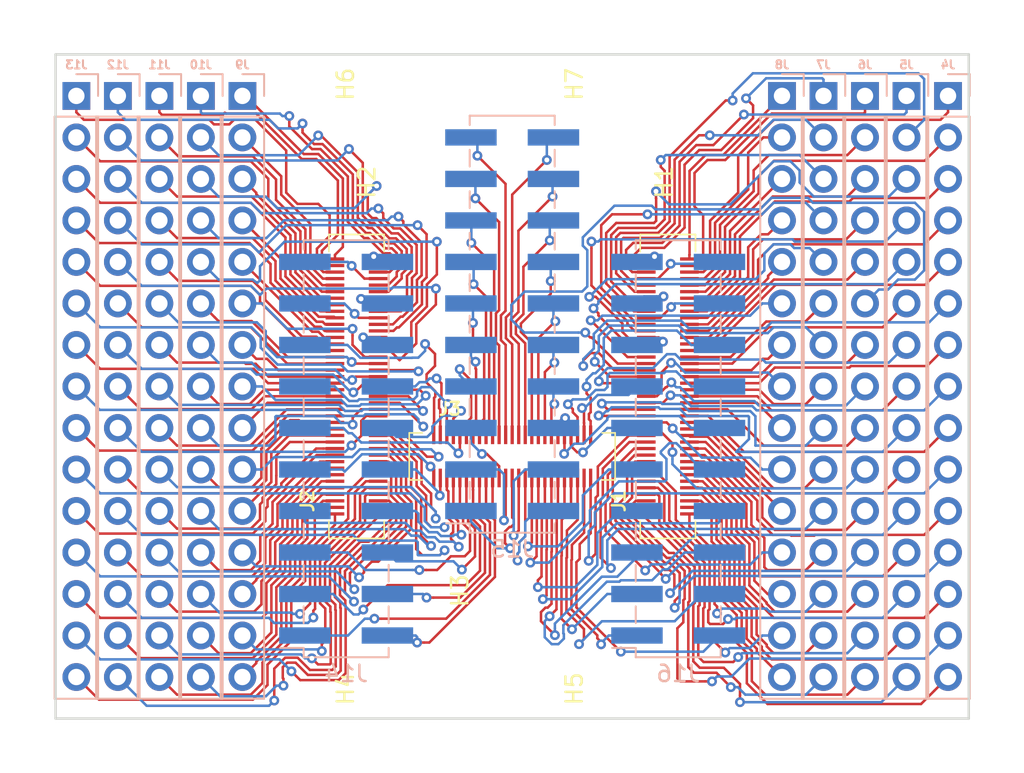
<source format=kicad_pcb>
(kicad_pcb (version 20171130) (host pcbnew 5.1.7-a382d34a8~87~ubuntu18.04.1)
  (layers (0 F.Cu signal) (31 B.Cu signal) (34 B.Paste user) (35 F.Paste user) (36 B.SilkS user) (37 F.SilkS user) (38 B.Mask user) (39 F.Mask user) (44 Edge.Cuts user))
  (net 0 "")
  (net 1 A2)
  (net 2 A3)
  (net 3 A4)
  (net 4 A5)
  (net 5 A6)
  (net 6 A7)
  (net 7 A8)
  (net 8 A9)
  (net 9 A10)
  (net 10 A11)
  (net 11 A12)
  (net 12 A13)
  (net 13 A14)
  (net 14 A15)
  (net 15 A16)
  (net 16 A17)
  (net 17 B1)
  (net 18 B2)
  (net 19 B3)
  (net 20 B4)
  (net 21 B5)
  (net 22 B6)
  (net 23 B7)
  (net 24 B8)
  (net 25 B9)
  (net 26 B10)
  (net 27 B11)
  (net 28 B12)
  (net 29 B13)
  (net 30 B14)
  (net 31 B15)
  (net 32 B16)
  (net 33 B17)
  (net 34 B18)
  (net 35 C1)
  (net 36 C2)
  (net 37 C3)
  (net 38 C4)
  (net 39 C5)
  (net 40 C6)
  (net 41 C7)
  (net 42 C8)
  (net 43 C9)
  (net 44 C10)
  (net 45 C11)
  (net 46 C12)
  (net 47 C13)
  (net 48 C15)
  (net 49 C16)
  (net 50 C17)
  (net 51 C18)
  (net 52 A66)
  (net 53 A61)
  (net 54 A56)
  (net 55 A51)
  (net 56 A46)
  (net 57 A41)
  (net 58 A36)
  (net 59 A31)
  (net 60 A26)
  (net 61 A21)
  (net 62 A1)
  (net 63 A68)
  (net 64 A67)
  (net 65 A63)
  (net 66 A62)
  (net 67 A58)
  (net 68 A57)
  (net 69 A53)
  (net 70 A52)
  (net 71 A48)
  (net 72 A47)
  (net 73 A43)
  (net 74 A42)
  (net 75 A38)
  (net 76 A37)
  (net 77 A33)
  (net 78 A32)
  (net 79 A28)
  (net 80 A27)
  (net 81 A23)
  (net 82 A22)
  (net 83 A18)
  (net 84 A70)
  (net 85 A69)
  (net 86 A65)
  (net 87 A64)
  (net 88 A60)
  (net 89 A59)
  (net 90 A55)
  (net 91 A54)
  (net 92 A50)
  (net 93 A49)
  (net 94 A45)
  (net 95 A44)
  (net 96 A40)
  (net 97 A39)
  (net 98 A35)
  (net 99 A34)
  (net 100 A30)
  (net 101 A29)
  (net 102 A25)
  (net 103 A24)
  (net 104 A20)
  (net 105 A19)
  (net 106 A79)
  (net 107 A80)
  (net 108 A77)
  (net 109 A78)
  (net 110 A75)
  (net 111 A76)
  (net 112 A73)
  (net 113 A74)
  (net 114 A71)
  (net 115 A72)
  (net 116 B79)
  (net 117 B80)
  (net 118 B77)
  (net 119 B78)
  (net 120 B75)
  (net 121 B76)
  (net 122 B73)
  (net 123 B74)
  (net 124 B71)
  (net 125 B72)
  (net 126 B70)
  (net 127 B69)
  (net 128 B65)
  (net 129 B64)
  (net 130 B60)
  (net 131 B59)
  (net 132 B55)
  (net 133 B54)
  (net 134 B50)
  (net 135 B49)
  (net 136 B45)
  (net 137 B44)
  (net 138 B40)
  (net 139 B39)
  (net 140 B35)
  (net 141 B34)
  (net 142 B30)
  (net 143 B29)
  (net 144 B25)
  (net 145 B24)
  (net 146 B20)
  (net 147 B19)
  (net 148 B68)
  (net 149 B67)
  (net 150 B63)
  (net 151 B62)
  (net 152 B58)
  (net 153 B57)
  (net 154 B53)
  (net 155 B52)
  (net 156 B48)
  (net 157 B47)
  (net 158 B43)
  (net 159 B42)
  (net 160 B38)
  (net 161 B37)
  (net 162 B33)
  (net 163 B32)
  (net 164 B28)
  (net 165 B27)
  (net 166 B23)
  (net 167 B22)
  (net 168 B66)
  (net 169 B61)
  (net 170 B56)
  (net 171 B51)
  (net 172 B46)
  (net 173 B41)
  (net 174 B36)
  (net 175 B31)
  (net 176 B26)
  (net 177 B21)
  (net 178 C14)
  (net 179 C19)
  (net 180 C20)
  (net 181 C21)
  (net 182 C22)
  (net 183 C23)
  (net 184 C24)
  (net 185 C25)
  (net 186 C26)
  (net 187 C27)
  (net 188 C28)
  (net 189 C29)
  (net 190 C30)
  (net 191 C31)
  (net 192 C32)
  (net 193 C33)
  (net 194 C34)
  (net 195 C35)
  (net 196 C36)
  (net 197 C37)
  (net 198 C38)
  (net 199 C39)
  (net 200 C40)
  (net 201 C41)
  (net 202 C42)
  (net 203 C43)
  (net 204 C44)
  (net 205 C45)
  (net 206 C46)
  (net 207 C47)
  (net 208 C48)
  (net 209 C49)
  (net 210 C50)
  (module MountingHole:MountingHole_2.2mm_M2 (layer F.Cu) (at 7 18.5 90)
    (fp_text reference H5 (at 0 -3.2 90) (layer F.SilkS))
    (fp_text value MountingHole)
    (pad 1 np_thru_hole circle (at 0 0 90) (size 2.2 2.2) (drill 2.2) (layers *.Cu *.Mask))
  )
  (module MountingHole:MountingHole_2.2mm_M2 (layer F.Cu) (at -7 18.5 90)
    (fp_text reference H4 (at 0 -3.2 90) (layer F.SilkS))
    (fp_text value MountingHole)
    (pad 1 np_thru_hole circle (at 0 0 90) (size 2.2 2.2) (drill 2.2) (layers *.Cu *.Mask))
  )
  (module MountingHole:MountingHole_2.2mm_M2 (layer F.Cu) (at 7 -18.5 90)
    (fp_text reference H7 (at 0 -3.2 90) (layer F.SilkS))
    (fp_text value MountingHole)
    (pad 1 np_thru_hole circle (at 0 0 90) (size 2.2 2.2) (drill 2.2) (layers *.Cu *.Mask))
  )
  (module MountingHole:MountingHole_2.2mm_M2 (layer F.Cu) (at -7 -18.5 90)
    (fp_text reference H6 (at 0 -3.2 90) (layer F.SilkS))
    (fp_text value MountingHole)
    (pad 1 np_thru_hole circle (at 0 0 90) (size 2.2 2.2) (drill 2.2) (layers *.Cu *.Mask))
  )
  (module Connector_PinHeader_2.54mm:PinHeader_2x10_P2.54mm_Vertical_SMD (layer B.Cu) (at 0 -3.81)
    (fp_text reference J15 (at 0 13.76) (layer B.SilkS) (effects (justify mirror)))
    (fp_text value Conn_02x10_Odd_Even)
    (pad 20 smd rect (at 2.525 -11.43) (size 3.15 1) (layers B.Cu B.Paste B.Mask) (net 185 C25))
    (pad 19 smd rect (at -2.525 -11.43) (size 3.15 1) (layers B.Cu B.Paste B.Mask) (net 183 C23))
    (pad 18 smd rect (at 2.525 -8.89) (size 3.15 1) (layers B.Cu B.Paste B.Mask) (net 187 C27))
    (pad 17 smd rect (at -2.525 -8.89) (size 3.15 1) (layers B.Cu B.Paste B.Mask) (net 181 C21))
    (pad 16 smd rect (at 2.525 -6.35) (size 3.15 1) (layers B.Cu B.Paste B.Mask) (net 189 C29))
    (pad 15 smd rect (at -2.525 -6.35) (size 3.15 1) (layers B.Cu B.Paste B.Mask) (net 179 C19))
    (pad 14 smd rect (at 2.525 -3.81) (size 3.15 1) (layers B.Cu B.Paste B.Mask) (net 191 C31))
    (pad 13 smd rect (at -2.525 -3.81) (size 3.15 1) (layers B.Cu B.Paste B.Mask) (net 50 C17))
    (pad 12 smd rect (at 2.525 -1.27) (size 3.15 1) (layers B.Cu B.Paste B.Mask) (net 193 C33))
    (pad 11 smd rect (at -2.525 -1.27) (size 3.15 1) (layers B.Cu B.Paste B.Mask) (net 48 C15))
    (pad 10 smd rect (at 2.525 1.27) (size 3.15 1) (layers B.Cu B.Paste B.Mask) (net 195 C35))
    (pad 9 smd rect (at -2.525 1.27) (size 3.15 1) (layers B.Cu B.Paste B.Mask) (net 47 C13))
    (pad 8 smd rect (at 2.525 3.81) (size 3.15 1) (layers B.Cu B.Paste B.Mask) (net 197 C37))
    (pad 7 smd rect (at -2.525 3.81) (size 3.15 1) (layers B.Cu B.Paste B.Mask) (net 45 C11))
    (pad 6 smd rect (at 2.525 6.35) (size 3.15 1) (layers B.Cu B.Paste B.Mask) (net 199 C39))
    (pad 5 smd rect (at -2.525 6.35) (size 3.15 1) (layers B.Cu B.Paste B.Mask) (net 182 C22))
    (pad 4 smd rect (at 2.525 8.89) (size 3.15 1) (layers B.Cu B.Paste B.Mask) (net 188 C28))
    (pad 3 smd rect (at -2.525 8.89) (size 3.15 1) (layers B.Cu B.Paste B.Mask) (net 184 C24))
    (pad 2 smd rect (at 2.525 11.43) (size 3.15 1) (layers B.Cu B.Paste B.Mask) (net 190 C30))
    (pad 1 smd rect (at -2.525 11.43) (size 3.15 1) (layers B.Cu B.Paste B.Mask) (net 186 C26))
  )
  (module Connector_PinHeader_2.54mm:PinHeader_2x10_P2.54mm_Vertical_SMD (layer B.Cu) (at 10.16 3.81)
    (fp_text reference J16 (at 0 13.76) (layer B.SilkS) (effects (justify mirror)))
    (fp_text value Conn_02x10_Odd_Even)
    (pad 20 smd rect (at 2.525 -11.43) (size 3.15 1) (layers B.Cu B.Paste B.Mask) (net 23 B7))
    (pad 19 smd rect (at -2.525 -11.43) (size 3.15 1) (layers B.Cu B.Paste B.Mask) (net 17 B1))
    (pad 18 smd rect (at 2.525 -8.89) (size 3.15 1) (layers B.Cu B.Paste B.Mask) (net 147 B19))
    (pad 17 smd rect (at -2.525 -8.89) (size 3.15 1) (layers B.Cu B.Paste B.Mask) (net 29 B13))
    (pad 16 smd rect (at 2.525 -6.35) (size 3.15 1) (layers B.Cu B.Paste B.Mask) (net 209 C49))
    (pad 15 smd rect (at -2.525 -6.35) (size 3.15 1) (layers B.Cu B.Paste B.Mask) (net 144 B25))
    (pad 14 smd rect (at 2.525 -3.81) (size 3.15 1) (layers B.Cu B.Paste B.Mask) (net 205 C45))
    (pad 13 smd rect (at -2.525 -3.81) (size 3.15 1) (layers B.Cu B.Paste B.Mask) (net 207 C47))
    (pad 12 smd rect (at 2.525 -1.27) (size 3.15 1) (layers B.Cu B.Paste B.Mask) (net 201 C41))
    (pad 11 smd rect (at -2.525 -1.27) (size 3.15 1) (layers B.Cu B.Paste B.Mask) (net 203 C43))
    (pad 10 smd rect (at 2.525 1.27) (size 3.15 1) (layers B.Cu B.Paste B.Mask) (net 194 C34))
    (pad 9 smd rect (at -2.525 1.27) (size 3.15 1) (layers B.Cu B.Paste B.Mask) (net 192 C32))
    (pad 8 smd rect (at 2.525 3.81) (size 3.15 1) (layers B.Cu B.Paste B.Mask) (net 198 C38))
    (pad 7 smd rect (at -2.525 3.81) (size 3.15 1) (layers B.Cu B.Paste B.Mask) (net 196 C36))
    (pad 6 smd rect (at 2.525 6.35) (size 3.15 1) (layers B.Cu B.Paste B.Mask) (net 202 C42))
    (pad 5 smd rect (at -2.525 6.35) (size 3.15 1) (layers B.Cu B.Paste B.Mask) (net 200 C40))
    (pad 4 smd rect (at 2.525 8.89) (size 3.15 1) (layers B.Cu B.Paste B.Mask) (net 206 C46))
    (pad 3 smd rect (at -2.525 8.89) (size 3.15 1) (layers B.Cu B.Paste B.Mask) (net 204 C44))
    (pad 2 smd rect (at 2.525 11.43) (size 3.15 1) (layers B.Cu B.Paste B.Mask) (net 210 C50))
    (pad 1 smd rect (at -2.525 11.43) (size 3.15 1) (layers B.Cu B.Paste B.Mask) (net 208 C48))
  )
  (module Connector_PinHeader_2.54mm:PinHeader_1x15_P2.54mm_Vertical (layer B.Cu) (at 26.67 -17.78 180)
    (fp_text reference J4 (at 0 1.905) (layer B.SilkS) (effects (font (size 0.5 0.5) (thickness 0.125)) (justify mirror)))
    (fp_text value Conn_01x15)
    (pad 15 thru_hole oval (at 0 -35.56 180) (size 1.7 1.7) (drill 1) (layers *.Cu *.Mask) (net 117 B80))
    (pad 14 thru_hole oval (at 0 -33.02 180) (size 1.7 1.7) (drill 1) (layers *.Cu *.Mask) (net 120 B75))
    (pad 13 thru_hole oval (at 0 -30.48 180) (size 1.7 1.7) (drill 1) (layers *.Cu *.Mask) (net 126 B70))
    (pad 12 thru_hole oval (at 0 -27.94 180) (size 1.7 1.7) (drill 1) (layers *.Cu *.Mask) (net 128 B65))
    (pad 11 thru_hole oval (at 0 -25.4 180) (size 1.7 1.7) (drill 1) (layers *.Cu *.Mask) (net 130 B60))
    (pad 10 thru_hole oval (at 0 -22.86 180) (size 1.7 1.7) (drill 1) (layers *.Cu *.Mask) (net 132 B55))
    (pad 9 thru_hole oval (at 0 -20.32 180) (size 1.7 1.7) (drill 1) (layers *.Cu *.Mask) (net 134 B50))
    (pad 8 thru_hole oval (at 0 -17.78 180) (size 1.7 1.7) (drill 1) (layers *.Cu *.Mask) (net 136 B45))
    (pad 7 thru_hole oval (at 0 -15.24 180) (size 1.7 1.7) (drill 1) (layers *.Cu *.Mask) (net 138 B40))
    (pad 6 thru_hole oval (at 0 -12.7 180) (size 1.7 1.7) (drill 1) (layers *.Cu *.Mask) (net 140 B35))
    (pad 5 thru_hole oval (at 0 -10.16 180) (size 1.7 1.7) (drill 1) (layers *.Cu *.Mask) (net 142 B30))
    (pad 4 thru_hole oval (at 0 -7.62 180) (size 1.7 1.7) (drill 1) (layers *.Cu *.Mask) (net 145 B24))
    (pad 3 thru_hole oval (at 0 -5.08 180) (size 1.7 1.7) (drill 1) (layers *.Cu *.Mask) (net 34 B18))
    (pad 2 thru_hole oval (at 0 -2.54 180) (size 1.7 1.7) (drill 1) (layers *.Cu *.Mask) (net 28 B12))
    (pad 1 thru_hole rect (at 0 0 180) (size 1.7 1.7) (drill 1) (layers *.Cu *.Mask) (net 22 B6))
  )
  (module Connector_PinHeader_2.54mm:PinHeader_1x15_P2.54mm_Vertical (layer B.Cu) (at 24.13 -17.78 180)
    (fp_text reference J5 (at 0 1.905) (layer B.SilkS) (effects (font (size 0.5 0.5) (thickness 0.125)) (justify mirror)))
    (fp_text value Conn_01x15)
    (pad 15 thru_hole oval (at 0 -35.56 180) (size 1.7 1.7) (drill 1) (layers *.Cu *.Mask) (net 116 B79))
    (pad 14 thru_hole oval (at 0 -33.02 180) (size 1.7 1.7) (drill 1) (layers *.Cu *.Mask) (net 123 B74))
    (pad 13 thru_hole oval (at 0 -30.48 180) (size 1.7 1.7) (drill 1) (layers *.Cu *.Mask) (net 127 B69))
    (pad 12 thru_hole oval (at 0 -27.94 180) (size 1.7 1.7) (drill 1) (layers *.Cu *.Mask) (net 129 B64))
    (pad 11 thru_hole oval (at 0 -25.4 180) (size 1.7 1.7) (drill 1) (layers *.Cu *.Mask) (net 131 B59))
    (pad 10 thru_hole oval (at 0 -22.86 180) (size 1.7 1.7) (drill 1) (layers *.Cu *.Mask) (net 133 B54))
    (pad 9 thru_hole oval (at 0 -20.32 180) (size 1.7 1.7) (drill 1) (layers *.Cu *.Mask) (net 135 B49))
    (pad 8 thru_hole oval (at 0 -17.78 180) (size 1.7 1.7) (drill 1) (layers *.Cu *.Mask) (net 137 B44))
    (pad 7 thru_hole oval (at 0 -15.24 180) (size 1.7 1.7) (drill 1) (layers *.Cu *.Mask) (net 139 B39))
    (pad 6 thru_hole oval (at 0 -12.7 180) (size 1.7 1.7) (drill 1) (layers *.Cu *.Mask) (net 141 B34))
    (pad 5 thru_hole oval (at 0 -10.16 180) (size 1.7 1.7) (drill 1) (layers *.Cu *.Mask) (net 143 B29))
    (pad 4 thru_hole oval (at 0 -7.62 180) (size 1.7 1.7) (drill 1) (layers *.Cu *.Mask) (net 166 B23))
    (pad 3 thru_hole oval (at 0 -5.08 180) (size 1.7 1.7) (drill 1) (layers *.Cu *.Mask) (net 33 B17))
    (pad 2 thru_hole oval (at 0 -2.54 180) (size 1.7 1.7) (drill 1) (layers *.Cu *.Mask) (net 27 B11))
    (pad 1 thru_hole rect (at 0 0 180) (size 1.7 1.7) (drill 1) (layers *.Cu *.Mask) (net 21 B5))
  )
  (module Connector_PinHeader_2.54mm:PinHeader_1x15_P2.54mm_Vertical (layer B.Cu) (at 21.59 -17.78 180)
    (fp_text reference J6 (at 0 1.905) (layer B.SilkS) (effects (font (size 0.5 0.5) (thickness 0.125)) (justify mirror)))
    (fp_text value Conn_01x15)
    (pad 15 thru_hole oval (at 0 -35.56 180) (size 1.7 1.7) (drill 1) (layers *.Cu *.Mask) (net 119 B78))
    (pad 14 thru_hole oval (at 0 -33.02 180) (size 1.7 1.7) (drill 1) (layers *.Cu *.Mask) (net 122 B73))
    (pad 13 thru_hole oval (at 0 -30.48 180) (size 1.7 1.7) (drill 1) (layers *.Cu *.Mask) (net 148 B68))
    (pad 12 thru_hole oval (at 0 -27.94 180) (size 1.7 1.7) (drill 1) (layers *.Cu *.Mask) (net 150 B63))
    (pad 11 thru_hole oval (at 0 -25.4 180) (size 1.7 1.7) (drill 1) (layers *.Cu *.Mask) (net 152 B58))
    (pad 10 thru_hole oval (at 0 -22.86 180) (size 1.7 1.7) (drill 1) (layers *.Cu *.Mask) (net 154 B53))
    (pad 9 thru_hole oval (at 0 -20.32 180) (size 1.7 1.7) (drill 1) (layers *.Cu *.Mask) (net 156 B48))
    (pad 8 thru_hole oval (at 0 -17.78 180) (size 1.7 1.7) (drill 1) (layers *.Cu *.Mask) (net 158 B43))
    (pad 7 thru_hole oval (at 0 -15.24 180) (size 1.7 1.7) (drill 1) (layers *.Cu *.Mask) (net 160 B38))
    (pad 6 thru_hole oval (at 0 -12.7 180) (size 1.7 1.7) (drill 1) (layers *.Cu *.Mask) (net 162 B33))
    (pad 5 thru_hole oval (at 0 -10.16 180) (size 1.7 1.7) (drill 1) (layers *.Cu *.Mask) (net 164 B28))
    (pad 4 thru_hole oval (at 0 -7.62 180) (size 1.7 1.7) (drill 1) (layers *.Cu *.Mask) (net 167 B22))
    (pad 3 thru_hole oval (at 0 -5.08 180) (size 1.7 1.7) (drill 1) (layers *.Cu *.Mask) (net 32 B16))
    (pad 2 thru_hole oval (at 0 -2.54 180) (size 1.7 1.7) (drill 1) (layers *.Cu *.Mask) (net 26 B10))
    (pad 1 thru_hole rect (at 0 0 180) (size 1.7 1.7) (drill 1) (layers *.Cu *.Mask) (net 20 B4))
  )
  (module Connector_PinHeader_2.54mm:PinHeader_1x15_P2.54mm_Vertical (layer B.Cu) (at 19.05 -17.78 180)
    (fp_text reference J7 (at 0 1.905) (layer B.SilkS) (effects (font (size 0.5 0.5) (thickness 0.125)) (justify mirror)))
    (fp_text value Conn_01x15)
    (pad 15 thru_hole oval (at 0 -35.56 180) (size 1.7 1.7) (drill 1) (layers *.Cu *.Mask) (net 118 B77))
    (pad 14 thru_hole oval (at 0 -33.02 180) (size 1.7 1.7) (drill 1) (layers *.Cu *.Mask) (net 125 B72))
    (pad 13 thru_hole oval (at 0 -30.48 180) (size 1.7 1.7) (drill 1) (layers *.Cu *.Mask) (net 149 B67))
    (pad 12 thru_hole oval (at 0 -27.94 180) (size 1.7 1.7) (drill 1) (layers *.Cu *.Mask) (net 151 B62))
    (pad 11 thru_hole oval (at 0 -25.4 180) (size 1.7 1.7) (drill 1) (layers *.Cu *.Mask) (net 153 B57))
    (pad 10 thru_hole oval (at 0 -22.86 180) (size 1.7 1.7) (drill 1) (layers *.Cu *.Mask) (net 155 B52))
    (pad 9 thru_hole oval (at 0 -20.32 180) (size 1.7 1.7) (drill 1) (layers *.Cu *.Mask) (net 157 B47))
    (pad 8 thru_hole oval (at 0 -17.78 180) (size 1.7 1.7) (drill 1) (layers *.Cu *.Mask) (net 159 B42))
    (pad 7 thru_hole oval (at 0 -15.24 180) (size 1.7 1.7) (drill 1) (layers *.Cu *.Mask) (net 161 B37))
    (pad 6 thru_hole oval (at 0 -12.7 180) (size 1.7 1.7) (drill 1) (layers *.Cu *.Mask) (net 163 B32))
    (pad 5 thru_hole oval (at 0 -10.16 180) (size 1.7 1.7) (drill 1) (layers *.Cu *.Mask) (net 165 B27))
    (pad 4 thru_hole oval (at 0 -7.62 180) (size 1.7 1.7) (drill 1) (layers *.Cu *.Mask) (net 177 B21))
    (pad 3 thru_hole oval (at 0 -5.08 180) (size 1.7 1.7) (drill 1) (layers *.Cu *.Mask) (net 31 B15))
    (pad 2 thru_hole oval (at 0 -2.54 180) (size 1.7 1.7) (drill 1) (layers *.Cu *.Mask) (net 25 B9))
    (pad 1 thru_hole rect (at 0 0 180) (size 1.7 1.7) (drill 1) (layers *.Cu *.Mask) (net 19 B3))
  )
  (module "DF40C-50DS-0:HRS_DF40C-50DS-0.4V(51)" (layer F.Cu) (at 0 4.28)
    (fp_text reference J3 (at -3.80671 -2.90511) (layer F.SilkS) (effects (font (size 0.788787 0.788787))))
    (fp_text value Conn_02x25_Odd_Even)
    (pad 50 smd rect (at 4.8 -1.32) (size 0.2 1.14) (layers F.Cu F.Paste F.Mask) (net 209 C49))
    (pad 49 smd rect (at 4.8 1.32) (size 0.2 1.14) (layers F.Cu F.Paste F.Mask) (net 210 C50))
    (pad 48 smd rect (at 4.4 -1.32) (size 0.2 1.14) (layers F.Cu F.Paste F.Mask) (net 207 C47))
    (pad 47 smd rect (at 4.4 1.32) (size 0.2 1.14) (layers F.Cu F.Paste F.Mask) (net 208 C48))
    (pad 46 smd rect (at 4 -1.32) (size 0.2 1.14) (layers F.Cu F.Paste F.Mask) (net 205 C45))
    (pad 45 smd rect (at 4 1.32) (size 0.2 1.14) (layers F.Cu F.Paste F.Mask) (net 206 C46))
    (pad 44 smd rect (at 3.6 -1.32) (size 0.2 1.14) (layers F.Cu F.Paste F.Mask) (net 203 C43))
    (pad 43 smd rect (at 3.6 1.32) (size 0.2 1.14) (layers F.Cu F.Paste F.Mask) (net 204 C44))
    (pad 42 smd rect (at 3.2 -1.32) (size 0.2 1.14) (layers F.Cu F.Paste F.Mask) (net 201 C41))
    (pad 41 smd rect (at 3.2 1.32) (size 0.2 1.14) (layers F.Cu F.Paste F.Mask) (net 202 C42))
    (pad 40 smd rect (at 2.8 -1.32) (size 0.2 1.14) (layers F.Cu F.Paste F.Mask) (net 199 C39))
    (pad 39 smd rect (at 2.8 1.32) (size 0.2 1.14) (layers F.Cu F.Paste F.Mask) (net 200 C40))
    (pad 38 smd rect (at 2.4 -1.32) (size 0.2 1.14) (layers F.Cu F.Paste F.Mask) (net 197 C37))
    (pad 37 smd rect (at 2.4 1.32) (size 0.2 1.14) (layers F.Cu F.Paste F.Mask) (net 198 C38))
    (pad 36 smd rect (at 2 -1.32) (size 0.2 1.14) (layers F.Cu F.Paste F.Mask) (net 195 C35))
    (pad 35 smd rect (at 2 1.32) (size 0.2 1.14) (layers F.Cu F.Paste F.Mask) (net 196 C36))
    (pad 34 smd rect (at 1.6 -1.32) (size 0.2 1.14) (layers F.Cu F.Paste F.Mask) (net 193 C33))
    (pad 33 smd rect (at 1.6 1.32) (size 0.2 1.14) (layers F.Cu F.Paste F.Mask) (net 194 C34))
    (pad 32 smd rect (at 1.2 -1.32) (size 0.2 1.14) (layers F.Cu F.Paste F.Mask) (net 191 C31))
    (pad 31 smd rect (at 1.2 1.32) (size 0.2 1.14) (layers F.Cu F.Paste F.Mask) (net 192 C32))
    (pad 30 smd rect (at 0.8 -1.32) (size 0.2 1.14) (layers F.Cu F.Paste F.Mask) (net 189 C29))
    (pad 29 smd rect (at 0.8 1.32) (size 0.2 1.14) (layers F.Cu F.Paste F.Mask) (net 190 C30))
    (pad 28 smd rect (at 0.4 -1.32) (size 0.2 1.14) (layers F.Cu F.Paste F.Mask) (net 187 C27))
    (pad 27 smd rect (at 0.4 1.32) (size 0.2 1.14) (layers F.Cu F.Paste F.Mask) (net 188 C28))
    (pad 26 smd rect (at 0 -1.32) (size 0.2 1.14) (layers F.Cu F.Paste F.Mask) (net 185 C25))
    (pad 25 smd rect (at 0 1.32) (size 0.2 1.14) (layers F.Cu F.Paste F.Mask) (net 186 C26))
    (pad 24 smd rect (at -0.4 -1.32) (size 0.2 1.14) (layers F.Cu F.Paste F.Mask) (net 183 C23))
    (pad 23 smd rect (at -0.4 1.32) (size 0.2 1.14) (layers F.Cu F.Paste F.Mask) (net 184 C24))
    (pad 22 smd rect (at -0.8 -1.32) (size 0.2 1.14) (layers F.Cu F.Paste F.Mask) (net 181 C21))
    (pad 21 smd rect (at -0.8 1.32) (size 0.2 1.14) (layers F.Cu F.Paste F.Mask) (net 182 C22))
    (pad 20 smd rect (at -1.2 -1.32) (size 0.2 1.14) (layers F.Cu F.Paste F.Mask) (net 179 C19))
    (pad 19 smd rect (at -1.2 1.32) (size 0.2 1.14) (layers F.Cu F.Paste F.Mask) (net 180 C20))
    (pad 18 smd rect (at -1.6 -1.32) (size 0.2 1.14) (layers F.Cu F.Paste F.Mask) (net 50 C17))
    (pad 17 smd rect (at -1.6 1.32) (size 0.2 1.14) (layers F.Cu F.Paste F.Mask) (net 51 C18))
    (pad 16 smd rect (at -2 -1.32) (size 0.2 1.14) (layers F.Cu F.Paste F.Mask) (net 48 C15))
    (pad 15 smd rect (at -2 1.32) (size 0.2 1.14) (layers F.Cu F.Paste F.Mask) (net 49 C16))
    (pad 14 smd rect (at -2.4 -1.32) (size 0.2 1.14) (layers F.Cu F.Paste F.Mask) (net 47 C13))
    (pad 13 smd rect (at -2.4 1.32) (size 0.2 1.14) (layers F.Cu F.Paste F.Mask) (net 178 C14))
    (pad 12 smd rect (at -2.8 -1.32) (size 0.2 1.14) (layers F.Cu F.Paste F.Mask) (net 45 C11))
    (pad 11 smd rect (at -2.8 1.32) (size 0.2 1.14) (layers F.Cu F.Paste F.Mask) (net 46 C12))
    (pad 10 smd rect (at -3.2 -1.32) (size 0.2 1.14) (layers F.Cu F.Paste F.Mask) (net 43 C9))
    (pad 9 smd rect (at -3.2 1.32) (size 0.2 1.14) (layers F.Cu F.Paste F.Mask) (net 44 C10))
    (pad 8 smd rect (at -3.6 -1.32) (size 0.2 1.14) (layers F.Cu F.Paste F.Mask) (net 41 C7))
    (pad 7 smd rect (at -3.6 1.32) (size 0.2 1.14) (layers F.Cu F.Paste F.Mask) (net 42 C8))
    (pad 6 smd rect (at -4 -1.32) (size 0.2 1.14) (layers F.Cu F.Paste F.Mask) (net 39 C5))
    (pad 5 smd rect (at -4 1.32) (size 0.2 1.14) (layers F.Cu F.Paste F.Mask) (net 40 C6))
    (pad 4 smd rect (at -4.4 -1.32) (size 0.2 1.14) (layers F.Cu F.Paste F.Mask) (net 37 C3))
    (pad 3 smd rect (at -4.4 1.32) (size 0.2 1.14) (layers F.Cu F.Paste F.Mask) (net 38 C4))
    (pad 2 smd rect (at -4.8 -1.32) (size 0.2 1.14) (layers F.Cu F.Paste F.Mask) (net 35 C1))
    (pad 1 smd rect (at -4.8 1.32) (size 0.2 1.14) (layers F.Cu F.Paste F.Mask) (net 36 C2))
  )
  (module Connector_PinHeader_2.54mm:PinHeader_1x15_P2.54mm_Vertical (layer B.Cu) (at 16.51 -17.78 180)
    (fp_text reference J8 (at 0 1.905) (layer B.SilkS) (effects (font (size 0.5 0.5) (thickness 0.125)) (justify mirror)))
    (fp_text value Conn_01x15)
    (pad 15 thru_hole oval (at 0 -35.56 180) (size 1.7 1.7) (drill 1) (layers *.Cu *.Mask) (net 121 B76))
    (pad 14 thru_hole oval (at 0 -33.02 180) (size 1.7 1.7) (drill 1) (layers *.Cu *.Mask) (net 124 B71))
    (pad 13 thru_hole oval (at 0 -30.48 180) (size 1.7 1.7) (drill 1) (layers *.Cu *.Mask) (net 168 B66))
    (pad 12 thru_hole oval (at 0 -27.94 180) (size 1.7 1.7) (drill 1) (layers *.Cu *.Mask) (net 169 B61))
    (pad 11 thru_hole oval (at 0 -25.4 180) (size 1.7 1.7) (drill 1) (layers *.Cu *.Mask) (net 170 B56))
    (pad 10 thru_hole oval (at 0 -22.86 180) (size 1.7 1.7) (drill 1) (layers *.Cu *.Mask) (net 171 B51))
    (pad 9 thru_hole oval (at 0 -20.32 180) (size 1.7 1.7) (drill 1) (layers *.Cu *.Mask) (net 172 B46))
    (pad 8 thru_hole oval (at 0 -17.78 180) (size 1.7 1.7) (drill 1) (layers *.Cu *.Mask) (net 173 B41))
    (pad 7 thru_hole oval (at 0 -15.24 180) (size 1.7 1.7) (drill 1) (layers *.Cu *.Mask) (net 174 B36))
    (pad 6 thru_hole oval (at 0 -12.7 180) (size 1.7 1.7) (drill 1) (layers *.Cu *.Mask) (net 175 B31))
    (pad 5 thru_hole oval (at 0 -10.16 180) (size 1.7 1.7) (drill 1) (layers *.Cu *.Mask) (net 176 B26))
    (pad 4 thru_hole oval (at 0 -7.62 180) (size 1.7 1.7) (drill 1) (layers *.Cu *.Mask) (net 146 B20))
    (pad 3 thru_hole oval (at 0 -5.08 180) (size 1.7 1.7) (drill 1) (layers *.Cu *.Mask) (net 30 B14))
    (pad 2 thru_hole oval (at 0 -2.54 180) (size 1.7 1.7) (drill 1) (layers *.Cu *.Mask) (net 24 B8))
    (pad 1 thru_hole rect (at 0 0 180) (size 1.7 1.7) (drill 1) (layers *.Cu *.Mask) (net 18 B2))
  )
  (module "DF40C-80DS-0:HRS_DF40C-80DS-0.4V(51)" (layer F.Cu) (at 9.525 0 90)
    (fp_text reference J1 (at -7.008325 -3.003565 90) (layer F.SilkS) (effects (font (size 0.788339 0.788339))))
    (fp_text value Conn_02x40_Odd_Even)
    (pad 80 smd rect (at 7.8 -1.32 90) (size 0.2 1.14) (layers F.Cu F.Paste F.Mask) (net 17 B1))
    (pad 79 smd rect (at 7.8 1.32 90) (size 0.2 1.14) (layers F.Cu F.Paste F.Mask) (net 18 B2))
    (pad 78 smd rect (at 7.4 -1.32 90) (size 0.2 1.14) (layers F.Cu F.Paste F.Mask) (net 19 B3))
    (pad 77 smd rect (at 7.4 1.32 90) (size 0.2 1.14) (layers F.Cu F.Paste F.Mask) (net 20 B4))
    (pad 76 smd rect (at 7 -1.32 90) (size 0.2 1.14) (layers F.Cu F.Paste F.Mask) (net 21 B5))
    (pad 75 smd rect (at 7 1.32 90) (size 0.2 1.14) (layers F.Cu F.Paste F.Mask) (net 22 B6))
    (pad 74 smd rect (at 6.6 -1.32 90) (size 0.2 1.14) (layers F.Cu F.Paste F.Mask) (net 23 B7))
    (pad 73 smd rect (at 6.6 1.32 90) (size 0.2 1.14) (layers F.Cu F.Paste F.Mask) (net 24 B8))
    (pad 72 smd rect (at 6.2 -1.32 90) (size 0.2 1.14) (layers F.Cu F.Paste F.Mask) (net 25 B9))
    (pad 71 smd rect (at 6.2 1.32 90) (size 0.2 1.14) (layers F.Cu F.Paste F.Mask) (net 26 B10))
    (pad 70 smd rect (at 5.8 -1.32 90) (size 0.2 1.14) (layers F.Cu F.Paste F.Mask) (net 27 B11))
    (pad 69 smd rect (at 5.8 1.32 90) (size 0.2 1.14) (layers F.Cu F.Paste F.Mask) (net 28 B12))
    (pad 68 smd rect (at 5.4 -1.32 90) (size 0.2 1.14) (layers F.Cu F.Paste F.Mask) (net 29 B13))
    (pad 67 smd rect (at 5.4 1.32 90) (size 0.2 1.14) (layers F.Cu F.Paste F.Mask) (net 30 B14))
    (pad 66 smd rect (at 5 -1.32 90) (size 0.2 1.14) (layers F.Cu F.Paste F.Mask) (net 31 B15))
    (pad 65 smd rect (at 5 1.32 90) (size 0.2 1.14) (layers F.Cu F.Paste F.Mask) (net 32 B16))
    (pad 64 smd rect (at 4.6 -1.32 90) (size 0.2 1.14) (layers F.Cu F.Paste F.Mask) (net 33 B17))
    (pad 63 smd rect (at 4.6 1.32 90) (size 0.2 1.14) (layers F.Cu F.Paste F.Mask) (net 34 B18))
    (pad 62 smd rect (at 4.2 -1.32 90) (size 0.2 1.14) (layers F.Cu F.Paste F.Mask) (net 147 B19))
    (pad 61 smd rect (at 4.2 1.32 90) (size 0.2 1.14) (layers F.Cu F.Paste F.Mask) (net 146 B20))
    (pad 60 smd rect (at 3.8 -1.32 90) (size 0.2 1.14) (layers F.Cu F.Paste F.Mask) (net 177 B21))
    (pad 59 smd rect (at 3.8 1.32 90) (size 0.2 1.14) (layers F.Cu F.Paste F.Mask) (net 167 B22))
    (pad 58 smd rect (at 3.4 -1.32 90) (size 0.2 1.14) (layers F.Cu F.Paste F.Mask) (net 166 B23))
    (pad 57 smd rect (at 3.4 1.32 90) (size 0.2 1.14) (layers F.Cu F.Paste F.Mask) (net 145 B24))
    (pad 56 smd rect (at 3 -1.32 90) (size 0.2 1.14) (layers F.Cu F.Paste F.Mask) (net 144 B25))
    (pad 55 smd rect (at 3 1.32 90) (size 0.2 1.14) (layers F.Cu F.Paste F.Mask) (net 176 B26))
    (pad 54 smd rect (at 2.6 -1.32 90) (size 0.2 1.14) (layers F.Cu F.Paste F.Mask) (net 165 B27))
    (pad 53 smd rect (at 2.6 1.32 90) (size 0.2 1.14) (layers F.Cu F.Paste F.Mask) (net 164 B28))
    (pad 52 smd rect (at 2.2 -1.32 90) (size 0.2 1.14) (layers F.Cu F.Paste F.Mask) (net 143 B29))
    (pad 51 smd rect (at 2.2 1.32 90) (size 0.2 1.14) (layers F.Cu F.Paste F.Mask) (net 142 B30))
    (pad 50 smd rect (at 1.8 -1.32 90) (size 0.2 1.14) (layers F.Cu F.Paste F.Mask) (net 175 B31))
    (pad 49 smd rect (at 1.8 1.32 90) (size 0.2 1.14) (layers F.Cu F.Paste F.Mask) (net 163 B32))
    (pad 48 smd rect (at 1.4 -1.32 90) (size 0.2 1.14) (layers F.Cu F.Paste F.Mask) (net 162 B33))
    (pad 47 smd rect (at 1.4 1.32 90) (size 0.2 1.14) (layers F.Cu F.Paste F.Mask) (net 141 B34))
    (pad 46 smd rect (at 1 -1.32 90) (size 0.2 1.14) (layers F.Cu F.Paste F.Mask) (net 140 B35))
    (pad 45 smd rect (at 1 1.32 90) (size 0.2 1.14) (layers F.Cu F.Paste F.Mask) (net 174 B36))
    (pad 44 smd rect (at 0.6 -1.32 90) (size 0.2 1.14) (layers F.Cu F.Paste F.Mask) (net 161 B37))
    (pad 43 smd rect (at 0.6 1.32 90) (size 0.2 1.14) (layers F.Cu F.Paste F.Mask) (net 160 B38))
    (pad 42 smd rect (at 0.2 -1.32 90) (size 0.2 1.14) (layers F.Cu F.Paste F.Mask) (net 139 B39))
    (pad 41 smd rect (at 0.2 1.32 90) (size 0.2 1.14) (layers F.Cu F.Paste F.Mask) (net 138 B40))
    (pad 40 smd rect (at -0.2 -1.32 90) (size 0.2 1.14) (layers F.Cu F.Paste F.Mask) (net 173 B41))
    (pad 39 smd rect (at -0.2 1.32 90) (size 0.2 1.14) (layers F.Cu F.Paste F.Mask) (net 159 B42))
    (pad 38 smd rect (at -0.6 -1.32 90) (size 0.2 1.14) (layers F.Cu F.Paste F.Mask) (net 158 B43))
    (pad 37 smd rect (at -0.6 1.32 90) (size 0.2 1.14) (layers F.Cu F.Paste F.Mask) (net 137 B44))
    (pad 36 smd rect (at -1 -1.32 90) (size 0.2 1.14) (layers F.Cu F.Paste F.Mask) (net 136 B45))
    (pad 35 smd rect (at -1 1.32 90) (size 0.2 1.14) (layers F.Cu F.Paste F.Mask) (net 172 B46))
    (pad 34 smd rect (at -1.4 -1.32 90) (size 0.2 1.14) (layers F.Cu F.Paste F.Mask) (net 157 B47))
    (pad 33 smd rect (at -1.4 1.32 90) (size 0.2 1.14) (layers F.Cu F.Paste F.Mask) (net 156 B48))
    (pad 32 smd rect (at -1.8 -1.32 90) (size 0.2 1.14) (layers F.Cu F.Paste F.Mask) (net 135 B49))
    (pad 31 smd rect (at -1.8 1.32 90) (size 0.2 1.14) (layers F.Cu F.Paste F.Mask) (net 134 B50))
    (pad 30 smd rect (at -2.2 -1.32 90) (size 0.2 1.14) (layers F.Cu F.Paste F.Mask) (net 171 B51))
    (pad 29 smd rect (at -2.2 1.32 90) (size 0.2 1.14) (layers F.Cu F.Paste F.Mask) (net 155 B52))
    (pad 28 smd rect (at -2.6 -1.32 90) (size 0.2 1.14) (layers F.Cu F.Paste F.Mask) (net 154 B53))
    (pad 27 smd rect (at -2.6 1.32 90) (size 0.2 1.14) (layers F.Cu F.Paste F.Mask) (net 133 B54))
    (pad 26 smd rect (at -3 -1.32 90) (size 0.2 1.14) (layers F.Cu F.Paste F.Mask) (net 132 B55))
    (pad 25 smd rect (at -3 1.32 90) (size 0.2 1.14) (layers F.Cu F.Paste F.Mask) (net 170 B56))
    (pad 24 smd rect (at -3.4 -1.32 90) (size 0.2 1.14) (layers F.Cu F.Paste F.Mask) (net 153 B57))
    (pad 23 smd rect (at -3.4 1.32 90) (size 0.2 1.14) (layers F.Cu F.Paste F.Mask) (net 152 B58))
    (pad 22 smd rect (at -3.8 -1.32 90) (size 0.2 1.14) (layers F.Cu F.Paste F.Mask) (net 131 B59))
    (pad 21 smd rect (at -3.8 1.32 90) (size 0.2 1.14) (layers F.Cu F.Paste F.Mask) (net 130 B60))
    (pad 20 smd rect (at -4.2 -1.32 90) (size 0.2 1.14) (layers F.Cu F.Paste F.Mask) (net 169 B61))
    (pad 19 smd rect (at -4.2 1.32 90) (size 0.2 1.14) (layers F.Cu F.Paste F.Mask) (net 151 B62))
    (pad 18 smd rect (at -4.6 -1.32 90) (size 0.2 1.14) (layers F.Cu F.Paste F.Mask) (net 150 B63))
    (pad 17 smd rect (at -4.6 1.32 90) (size 0.2 1.14) (layers F.Cu F.Paste F.Mask) (net 129 B64))
    (pad 16 smd rect (at -5 -1.32 90) (size 0.2 1.14) (layers F.Cu F.Paste F.Mask) (net 128 B65))
    (pad 15 smd rect (at -5 1.32 90) (size 0.2 1.14) (layers F.Cu F.Paste F.Mask) (net 168 B66))
    (pad 14 smd rect (at -5.4 -1.32 90) (size 0.2 1.14) (layers F.Cu F.Paste F.Mask) (net 149 B67))
    (pad 13 smd rect (at -5.4 1.32 90) (size 0.2 1.14) (layers F.Cu F.Paste F.Mask) (net 148 B68))
    (pad 12 smd rect (at -5.8 -1.32 90) (size 0.2 1.14) (layers F.Cu F.Paste F.Mask) (net 127 B69))
    (pad 11 smd rect (at -5.8 1.32 90) (size 0.2 1.14) (layers F.Cu F.Paste F.Mask) (net 126 B70))
    (pad 10 smd rect (at -6.2 -1.32 90) (size 0.2 1.14) (layers F.Cu F.Paste F.Mask) (net 124 B71))
    (pad 9 smd rect (at -6.2 1.32 90) (size 0.2 1.14) (layers F.Cu F.Paste F.Mask) (net 125 B72))
    (pad 8 smd rect (at -6.6 -1.32 90) (size 0.2 1.14) (layers F.Cu F.Paste F.Mask) (net 122 B73))
    (pad 7 smd rect (at -6.6 1.32 90) (size 0.2 1.14) (layers F.Cu F.Paste F.Mask) (net 123 B74))
    (pad 6 smd rect (at -7 -1.32 90) (size 0.2 1.14) (layers F.Cu F.Paste F.Mask) (net 120 B75))
    (pad 5 smd rect (at -7 1.32 90) (size 0.2 1.14) (layers F.Cu F.Paste F.Mask) (net 121 B76))
    (pad 4 smd rect (at -7.4 -1.32 90) (size 0.2 1.14) (layers F.Cu F.Paste F.Mask) (net 118 B77))
    (pad 3 smd rect (at -7.4 1.32 90) (size 0.2 1.14) (layers F.Cu F.Paste F.Mask) (net 119 B78))
    (pad 2 smd rect (at -7.8 -1.32 90) (size 0.2 1.14) (layers F.Cu F.Paste F.Mask) (net 116 B79))
    (pad 1 smd rect (at -7.8 1.32 90) (size 0.2 1.14) (layers F.Cu F.Paste F.Mask) (net 117 B80))
  )
  (module Connector_PinHeader_2.54mm:PinHeader_2x10_P2.54mm_Vertical_SMD (layer B.Cu) (at -10.16 3.81)
    (fp_text reference J14 (at 0 13.76) (layer B.SilkS) (effects (justify mirror)))
    (fp_text value Conn_02x10_Odd_Even)
    (pad 20 smd rect (at 2.525 -11.43) (size 3.15 1) (layers B.Cu B.Paste B.Mask) (net 62 A1))
    (pad 19 smd rect (at -2.525 -11.43) (size 3.15 1) (layers B.Cu B.Paste B.Mask) (net 6 A7))
    (pad 18 smd rect (at 2.525 -8.89) (size 3.15 1) (layers B.Cu B.Paste B.Mask) (net 12 A13))
    (pad 17 smd rect (at -2.525 -8.89) (size 3.15 1) (layers B.Cu B.Paste B.Mask) (net 105 A19))
    (pad 16 smd rect (at 2.525 -6.35) (size 3.15 1) (layers B.Cu B.Paste B.Mask) (net 102 A25))
    (pad 15 smd rect (at -2.525 -6.35) (size 3.15 1) (layers B.Cu B.Paste B.Mask) (net 35 C1))
    (pad 14 smd rect (at 2.525 -3.81) (size 3.15 1) (layers B.Cu B.Paste B.Mask) (net 37 C3))
    (pad 13 smd rect (at -2.525 -3.81) (size 3.15 1) (layers B.Cu B.Paste B.Mask) (net 39 C5))
    (pad 12 smd rect (at 2.525 -1.27) (size 3.15 1) (layers B.Cu B.Paste B.Mask) (net 41 C7))
    (pad 11 smd rect (at -2.525 -1.27) (size 3.15 1) (layers B.Cu B.Paste B.Mask) (net 43 C9))
    (pad 10 smd rect (at 2.525 1.27) (size 3.15 1) (layers B.Cu B.Paste B.Mask) (net 38 C4))
    (pad 9 smd rect (at -2.525 1.27) (size 3.15 1) (layers B.Cu B.Paste B.Mask) (net 36 C2))
    (pad 8 smd rect (at 2.525 3.81) (size 3.15 1) (layers B.Cu B.Paste B.Mask) (net 42 C8))
    (pad 7 smd rect (at -2.525 3.81) (size 3.15 1) (layers B.Cu B.Paste B.Mask) (net 40 C6))
    (pad 6 smd rect (at 2.525 6.35) (size 3.15 1) (layers B.Cu B.Paste B.Mask) (net 46 C12))
    (pad 5 smd rect (at -2.525 6.35) (size 3.15 1) (layers B.Cu B.Paste B.Mask) (net 44 C10))
    (pad 4 smd rect (at 2.525 8.89) (size 3.15 1) (layers B.Cu B.Paste B.Mask) (net 49 C16))
    (pad 3 smd rect (at -2.525 8.89) (size 3.15 1) (layers B.Cu B.Paste B.Mask) (net 178 C14))
    (pad 2 smd rect (at 2.525 11.43) (size 3.15 1) (layers B.Cu B.Paste B.Mask) (net 180 C20))
    (pad 1 smd rect (at -2.525 11.43) (size 3.15 1) (layers B.Cu B.Paste B.Mask) (net 51 C18))
  )
  (module Connector_PinHeader_2.54mm:PinHeader_1x15_P2.54mm_Vertical (layer B.Cu) (at -26.67 -17.78 180)
    (fp_text reference J13 (at 0 1.905) (layer B.SilkS) (effects (font (size 0.5 0.5) (thickness 0.125)) (justify mirror)))
    (fp_text value Conn_01x15)
    (pad 15 thru_hole oval (at 0 -35.56 180) (size 1.7 1.7) (drill 1) (layers *.Cu *.Mask) (net 107 A80))
    (pad 14 thru_hole oval (at 0 -33.02 180) (size 1.7 1.7) (drill 1) (layers *.Cu *.Mask) (net 110 A75))
    (pad 13 thru_hole oval (at 0 -30.48 180) (size 1.7 1.7) (drill 1) (layers *.Cu *.Mask) (net 84 A70))
    (pad 12 thru_hole oval (at 0 -27.94 180) (size 1.7 1.7) (drill 1) (layers *.Cu *.Mask) (net 86 A65))
    (pad 11 thru_hole oval (at 0 -25.4 180) (size 1.7 1.7) (drill 1) (layers *.Cu *.Mask) (net 88 A60))
    (pad 10 thru_hole oval (at 0 -22.86 180) (size 1.7 1.7) (drill 1) (layers *.Cu *.Mask) (net 90 A55))
    (pad 9 thru_hole oval (at 0 -20.32 180) (size 1.7 1.7) (drill 1) (layers *.Cu *.Mask) (net 92 A50))
    (pad 8 thru_hole oval (at 0 -17.78 180) (size 1.7 1.7) (drill 1) (layers *.Cu *.Mask) (net 94 A45))
    (pad 7 thru_hole oval (at 0 -15.24 180) (size 1.7 1.7) (drill 1) (layers *.Cu *.Mask) (net 96 A40))
    (pad 6 thru_hole oval (at 0 -12.7 180) (size 1.7 1.7) (drill 1) (layers *.Cu *.Mask) (net 98 A35))
    (pad 5 thru_hole oval (at 0 -10.16 180) (size 1.7 1.7) (drill 1) (layers *.Cu *.Mask) (net 100 A30))
    (pad 4 thru_hole oval (at 0 -7.62 180) (size 1.7 1.7) (drill 1) (layers *.Cu *.Mask) (net 103 A24))
    (pad 3 thru_hole oval (at 0 -5.08 180) (size 1.7 1.7) (drill 1) (layers *.Cu *.Mask) (net 83 A18))
    (pad 2 thru_hole oval (at 0 -2.54 180) (size 1.7 1.7) (drill 1) (layers *.Cu *.Mask) (net 11 A12))
    (pad 1 thru_hole rect (at 0 0 180) (size 1.7 1.7) (drill 1) (layers *.Cu *.Mask) (net 5 A6))
  )
  (module Connector_PinHeader_2.54mm:PinHeader_1x15_P2.54mm_Vertical (layer B.Cu) (at -24.13 -17.78 180)
    (fp_text reference J12 (at 0 1.905) (layer B.SilkS) (effects (font (size 0.5 0.5) (thickness 0.125)) (justify mirror)))
    (fp_text value Conn_01x15)
    (pad 15 thru_hole oval (at 0 -35.56 180) (size 1.7 1.7) (drill 1) (layers *.Cu *.Mask) (net 106 A79))
    (pad 14 thru_hole oval (at 0 -33.02 180) (size 1.7 1.7) (drill 1) (layers *.Cu *.Mask) (net 113 A74))
    (pad 13 thru_hole oval (at 0 -30.48 180) (size 1.7 1.7) (drill 1) (layers *.Cu *.Mask) (net 85 A69))
    (pad 12 thru_hole oval (at 0 -27.94 180) (size 1.7 1.7) (drill 1) (layers *.Cu *.Mask) (net 87 A64))
    (pad 11 thru_hole oval (at 0 -25.4 180) (size 1.7 1.7) (drill 1) (layers *.Cu *.Mask) (net 89 A59))
    (pad 10 thru_hole oval (at 0 -22.86 180) (size 1.7 1.7) (drill 1) (layers *.Cu *.Mask) (net 91 A54))
    (pad 9 thru_hole oval (at 0 -20.32 180) (size 1.7 1.7) (drill 1) (layers *.Cu *.Mask) (net 93 A49))
    (pad 8 thru_hole oval (at 0 -17.78 180) (size 1.7 1.7) (drill 1) (layers *.Cu *.Mask) (net 95 A44))
    (pad 7 thru_hole oval (at 0 -15.24 180) (size 1.7 1.7) (drill 1) (layers *.Cu *.Mask) (net 97 A39))
    (pad 6 thru_hole oval (at 0 -12.7 180) (size 1.7 1.7) (drill 1) (layers *.Cu *.Mask) (net 99 A34))
    (pad 5 thru_hole oval (at 0 -10.16 180) (size 1.7 1.7) (drill 1) (layers *.Cu *.Mask) (net 101 A29))
    (pad 4 thru_hole oval (at 0 -7.62 180) (size 1.7 1.7) (drill 1) (layers *.Cu *.Mask) (net 81 A23))
    (pad 3 thru_hole oval (at 0 -5.08 180) (size 1.7 1.7) (drill 1) (layers *.Cu *.Mask) (net 16 A17))
    (pad 2 thru_hole oval (at 0 -2.54 180) (size 1.7 1.7) (drill 1) (layers *.Cu *.Mask) (net 10 A11))
    (pad 1 thru_hole rect (at 0 0 180) (size 1.7 1.7) (drill 1) (layers *.Cu *.Mask) (net 4 A5))
  )
  (module Connector_PinHeader_2.54mm:PinHeader_1x15_P2.54mm_Vertical (layer B.Cu) (at -21.59 -17.78 180)
    (fp_text reference J11 (at 0 1.905) (layer B.SilkS) (effects (font (size 0.5 0.5) (thickness 0.125)) (justify mirror)))
    (fp_text value Conn_01x15)
    (pad 15 thru_hole oval (at 0 -35.56 180) (size 1.7 1.7) (drill 1) (layers *.Cu *.Mask) (net 109 A78))
    (pad 14 thru_hole oval (at 0 -33.02 180) (size 1.7 1.7) (drill 1) (layers *.Cu *.Mask) (net 112 A73))
    (pad 13 thru_hole oval (at 0 -30.48 180) (size 1.7 1.7) (drill 1) (layers *.Cu *.Mask) (net 63 A68))
    (pad 12 thru_hole oval (at 0 -27.94 180) (size 1.7 1.7) (drill 1) (layers *.Cu *.Mask) (net 65 A63))
    (pad 11 thru_hole oval (at 0 -25.4 180) (size 1.7 1.7) (drill 1) (layers *.Cu *.Mask) (net 67 A58))
    (pad 10 thru_hole oval (at 0 -22.86 180) (size 1.7 1.7) (drill 1) (layers *.Cu *.Mask) (net 69 A53))
    (pad 9 thru_hole oval (at 0 -20.32 180) (size 1.7 1.7) (drill 1) (layers *.Cu *.Mask) (net 71 A48))
    (pad 8 thru_hole oval (at 0 -17.78 180) (size 1.7 1.7) (drill 1) (layers *.Cu *.Mask) (net 73 A43))
    (pad 7 thru_hole oval (at 0 -15.24 180) (size 1.7 1.7) (drill 1) (layers *.Cu *.Mask) (net 75 A38))
    (pad 6 thru_hole oval (at 0 -12.7 180) (size 1.7 1.7) (drill 1) (layers *.Cu *.Mask) (net 77 A33))
    (pad 5 thru_hole oval (at 0 -10.16 180) (size 1.7 1.7) (drill 1) (layers *.Cu *.Mask) (net 79 A28))
    (pad 4 thru_hole oval (at 0 -7.62 180) (size 1.7 1.7) (drill 1) (layers *.Cu *.Mask) (net 82 A22))
    (pad 3 thru_hole oval (at 0 -5.08 180) (size 1.7 1.7) (drill 1) (layers *.Cu *.Mask) (net 15 A16))
    (pad 2 thru_hole oval (at 0 -2.54 180) (size 1.7 1.7) (drill 1) (layers *.Cu *.Mask) (net 9 A10))
    (pad 1 thru_hole rect (at 0 0 180) (size 1.7 1.7) (drill 1) (layers *.Cu *.Mask) (net 3 A4))
  )
  (module Connector_PinHeader_2.54mm:PinHeader_1x15_P2.54mm_Vertical (layer B.Cu) (at -19.05 -17.78 180)
    (fp_text reference J10 (at 0 1.905) (layer B.SilkS) (effects (font (size 0.5 0.5) (thickness 0.125)) (justify mirror)))
    (fp_text value Conn_01x15)
    (pad 15 thru_hole oval (at 0 -35.56 180) (size 1.7 1.7) (drill 1) (layers *.Cu *.Mask) (net 108 A77))
    (pad 14 thru_hole oval (at 0 -33.02 180) (size 1.7 1.7) (drill 1) (layers *.Cu *.Mask) (net 115 A72))
    (pad 13 thru_hole oval (at 0 -30.48 180) (size 1.7 1.7) (drill 1) (layers *.Cu *.Mask) (net 64 A67))
    (pad 12 thru_hole oval (at 0 -27.94 180) (size 1.7 1.7) (drill 1) (layers *.Cu *.Mask) (net 66 A62))
    (pad 11 thru_hole oval (at 0 -25.4 180) (size 1.7 1.7) (drill 1) (layers *.Cu *.Mask) (net 68 A57))
    (pad 10 thru_hole oval (at 0 -22.86 180) (size 1.7 1.7) (drill 1) (layers *.Cu *.Mask) (net 70 A52))
    (pad 9 thru_hole oval (at 0 -20.32 180) (size 1.7 1.7) (drill 1) (layers *.Cu *.Mask) (net 72 A47))
    (pad 8 thru_hole oval (at 0 -17.78 180) (size 1.7 1.7) (drill 1) (layers *.Cu *.Mask) (net 74 A42))
    (pad 7 thru_hole oval (at 0 -15.24 180) (size 1.7 1.7) (drill 1) (layers *.Cu *.Mask) (net 76 A37))
    (pad 6 thru_hole oval (at 0 -12.7 180) (size 1.7 1.7) (drill 1) (layers *.Cu *.Mask) (net 78 A32))
    (pad 5 thru_hole oval (at 0 -10.16 180) (size 1.7 1.7) (drill 1) (layers *.Cu *.Mask) (net 80 A27))
    (pad 4 thru_hole oval (at 0 -7.62 180) (size 1.7 1.7) (drill 1) (layers *.Cu *.Mask) (net 61 A21))
    (pad 3 thru_hole oval (at 0 -5.08 180) (size 1.7 1.7) (drill 1) (layers *.Cu *.Mask) (net 14 A15))
    (pad 2 thru_hole oval (at 0 -2.54 180) (size 1.7 1.7) (drill 1) (layers *.Cu *.Mask) (net 8 A9))
    (pad 1 thru_hole rect (at 0 0 180) (size 1.7 1.7) (drill 1) (layers *.Cu *.Mask) (net 2 A3))
  )
  (module Connector_PinHeader_2.54mm:PinHeader_1x15_P2.54mm_Vertical (layer B.Cu) (at -16.51 -17.78 180)
    (fp_text reference J9 (at 0 1.905) (layer B.SilkS) (effects (font (size 0.5 0.5) (thickness 0.125)) (justify mirror)))
    (fp_text value Conn_01x15)
    (pad 1 thru_hole rect (at 0 0 180) (size 1.7 1.7) (drill 1) (layers *.Cu *.Mask) (net 1 A2))
    (pad 2 thru_hole oval (at 0 -2.54 180) (size 1.7 1.7) (drill 1) (layers *.Cu *.Mask) (net 7 A8))
    (pad 3 thru_hole oval (at 0 -5.08 180) (size 1.7 1.7) (drill 1) (layers *.Cu *.Mask) (net 13 A14))
    (pad 4 thru_hole oval (at 0 -7.62 180) (size 1.7 1.7) (drill 1) (layers *.Cu *.Mask) (net 104 A20))
    (pad 5 thru_hole oval (at 0 -10.16 180) (size 1.7 1.7) (drill 1) (layers *.Cu *.Mask) (net 60 A26))
    (pad 6 thru_hole oval (at 0 -12.7 180) (size 1.7 1.7) (drill 1) (layers *.Cu *.Mask) (net 59 A31))
    (pad 7 thru_hole oval (at 0 -15.24 180) (size 1.7 1.7) (drill 1) (layers *.Cu *.Mask) (net 58 A36))
    (pad 8 thru_hole oval (at 0 -17.78 180) (size 1.7 1.7) (drill 1) (layers *.Cu *.Mask) (net 57 A41))
    (pad 9 thru_hole oval (at 0 -20.32 180) (size 1.7 1.7) (drill 1) (layers *.Cu *.Mask) (net 56 A46))
    (pad 10 thru_hole oval (at 0 -22.86 180) (size 1.7 1.7) (drill 1) (layers *.Cu *.Mask) (net 55 A51))
    (pad 11 thru_hole oval (at 0 -25.4 180) (size 1.7 1.7) (drill 1) (layers *.Cu *.Mask) (net 54 A56))
    (pad 12 thru_hole oval (at 0 -27.94 180) (size 1.7 1.7) (drill 1) (layers *.Cu *.Mask) (net 53 A61))
    (pad 13 thru_hole oval (at 0 -30.48 180) (size 1.7 1.7) (drill 1) (layers *.Cu *.Mask) (net 52 A66))
    (pad 14 thru_hole oval (at 0 -33.02 180) (size 1.7 1.7) (drill 1) (layers *.Cu *.Mask) (net 114 A71))
    (pad 15 thru_hole oval (at 0 -35.56 180) (size 1.7 1.7) (drill 1) (layers *.Cu *.Mask) (net 111 A76))
  )
  (module "DF40C-80DS-0:HRS_DF40C-80DS-0.4V(51)" (layer F.Cu) (at -9.525 0 90)
    (fp_text reference J2 (at -7.008325 -3.003565 90) (layer F.SilkS) (effects (font (size 0.788339 0.788339))))
    (fp_text value Conn_02x40_Odd_Even)
    (pad 80 smd rect (at 7.8 -1.32 90) (size 0.2 1.14) (layers F.Cu F.Paste F.Mask) (net 1 A2))
    (pad 79 smd rect (at 7.8 1.32 90) (size 0.2 1.14) (layers F.Cu F.Paste F.Mask) (net 62 A1))
    (pad 78 smd rect (at 7.4 -1.32 90) (size 0.2 1.14) (layers F.Cu F.Paste F.Mask) (net 3 A4))
    (pad 77 smd rect (at 7.4 1.32 90) (size 0.2 1.14) (layers F.Cu F.Paste F.Mask) (net 2 A3))
    (pad 76 smd rect (at 7 -1.32 90) (size 0.2 1.14) (layers F.Cu F.Paste F.Mask) (net 5 A6))
    (pad 75 smd rect (at 7 1.32 90) (size 0.2 1.14) (layers F.Cu F.Paste F.Mask) (net 4 A5))
    (pad 74 smd rect (at 6.6 -1.32 90) (size 0.2 1.14) (layers F.Cu F.Paste F.Mask) (net 7 A8))
    (pad 73 smd rect (at 6.6 1.32 90) (size 0.2 1.14) (layers F.Cu F.Paste F.Mask) (net 6 A7))
    (pad 72 smd rect (at 6.2 -1.32 90) (size 0.2 1.14) (layers F.Cu F.Paste F.Mask) (net 9 A10))
    (pad 71 smd rect (at 6.2 1.32 90) (size 0.2 1.14) (layers F.Cu F.Paste F.Mask) (net 8 A9))
    (pad 70 smd rect (at 5.8 -1.32 90) (size 0.2 1.14) (layers F.Cu F.Paste F.Mask) (net 11 A12))
    (pad 69 smd rect (at 5.8 1.32 90) (size 0.2 1.14) (layers F.Cu F.Paste F.Mask) (net 10 A11))
    (pad 68 smd rect (at 5.4 -1.32 90) (size 0.2 1.14) (layers F.Cu F.Paste F.Mask) (net 13 A14))
    (pad 67 smd rect (at 5.4 1.32 90) (size 0.2 1.14) (layers F.Cu F.Paste F.Mask) (net 12 A13))
    (pad 66 smd rect (at 5 -1.32 90) (size 0.2 1.14) (layers F.Cu F.Paste F.Mask) (net 15 A16))
    (pad 65 smd rect (at 5 1.32 90) (size 0.2 1.14) (layers F.Cu F.Paste F.Mask) (net 14 A15))
    (pad 64 smd rect (at 4.6 -1.32 90) (size 0.2 1.14) (layers F.Cu F.Paste F.Mask) (net 83 A18))
    (pad 63 smd rect (at 4.6 1.32 90) (size 0.2 1.14) (layers F.Cu F.Paste F.Mask) (net 16 A17))
    (pad 62 smd rect (at 4.2 -1.32 90) (size 0.2 1.14) (layers F.Cu F.Paste F.Mask) (net 104 A20))
    (pad 61 smd rect (at 4.2 1.32 90) (size 0.2 1.14) (layers F.Cu F.Paste F.Mask) (net 105 A19))
    (pad 60 smd rect (at 3.8 -1.32 90) (size 0.2 1.14) (layers F.Cu F.Paste F.Mask) (net 82 A22))
    (pad 59 smd rect (at 3.8 1.32 90) (size 0.2 1.14) (layers F.Cu F.Paste F.Mask) (net 61 A21))
    (pad 58 smd rect (at 3.4 -1.32 90) (size 0.2 1.14) (layers F.Cu F.Paste F.Mask) (net 103 A24))
    (pad 57 smd rect (at 3.4 1.32 90) (size 0.2 1.14) (layers F.Cu F.Paste F.Mask) (net 81 A23))
    (pad 56 smd rect (at 3 -1.32 90) (size 0.2 1.14) (layers F.Cu F.Paste F.Mask) (net 60 A26))
    (pad 55 smd rect (at 3 1.32 90) (size 0.2 1.14) (layers F.Cu F.Paste F.Mask) (net 102 A25))
    (pad 54 smd rect (at 2.6 -1.32 90) (size 0.2 1.14) (layers F.Cu F.Paste F.Mask) (net 79 A28))
    (pad 53 smd rect (at 2.6 1.32 90) (size 0.2 1.14) (layers F.Cu F.Paste F.Mask) (net 80 A27))
    (pad 52 smd rect (at 2.2 -1.32 90) (size 0.2 1.14) (layers F.Cu F.Paste F.Mask) (net 100 A30))
    (pad 51 smd rect (at 2.2 1.32 90) (size 0.2 1.14) (layers F.Cu F.Paste F.Mask) (net 101 A29))
    (pad 50 smd rect (at 1.8 -1.32 90) (size 0.2 1.14) (layers F.Cu F.Paste F.Mask) (net 78 A32))
    (pad 49 smd rect (at 1.8 1.32 90) (size 0.2 1.14) (layers F.Cu F.Paste F.Mask) (net 59 A31))
    (pad 48 smd rect (at 1.4 -1.32 90) (size 0.2 1.14) (layers F.Cu F.Paste F.Mask) (net 99 A34))
    (pad 47 smd rect (at 1.4 1.32 90) (size 0.2 1.14) (layers F.Cu F.Paste F.Mask) (net 77 A33))
    (pad 46 smd rect (at 1 -1.32 90) (size 0.2 1.14) (layers F.Cu F.Paste F.Mask) (net 58 A36))
    (pad 45 smd rect (at 1 1.32 90) (size 0.2 1.14) (layers F.Cu F.Paste F.Mask) (net 98 A35))
    (pad 44 smd rect (at 0.6 -1.32 90) (size 0.2 1.14) (layers F.Cu F.Paste F.Mask) (net 75 A38))
    (pad 43 smd rect (at 0.6 1.32 90) (size 0.2 1.14) (layers F.Cu F.Paste F.Mask) (net 76 A37))
    (pad 42 smd rect (at 0.2 -1.32 90) (size 0.2 1.14) (layers F.Cu F.Paste F.Mask) (net 96 A40))
    (pad 41 smd rect (at 0.2 1.32 90) (size 0.2 1.14) (layers F.Cu F.Paste F.Mask) (net 97 A39))
    (pad 40 smd rect (at -0.2 -1.32 90) (size 0.2 1.14) (layers F.Cu F.Paste F.Mask) (net 74 A42))
    (pad 39 smd rect (at -0.2 1.32 90) (size 0.2 1.14) (layers F.Cu F.Paste F.Mask) (net 57 A41))
    (pad 38 smd rect (at -0.6 -1.32 90) (size 0.2 1.14) (layers F.Cu F.Paste F.Mask) (net 95 A44))
    (pad 37 smd rect (at -0.6 1.32 90) (size 0.2 1.14) (layers F.Cu F.Paste F.Mask) (net 73 A43))
    (pad 36 smd rect (at -1 -1.32 90) (size 0.2 1.14) (layers F.Cu F.Paste F.Mask) (net 56 A46))
    (pad 35 smd rect (at -1 1.32 90) (size 0.2 1.14) (layers F.Cu F.Paste F.Mask) (net 94 A45))
    (pad 34 smd rect (at -1.4 -1.32 90) (size 0.2 1.14) (layers F.Cu F.Paste F.Mask) (net 71 A48))
    (pad 33 smd rect (at -1.4 1.32 90) (size 0.2 1.14) (layers F.Cu F.Paste F.Mask) (net 72 A47))
    (pad 32 smd rect (at -1.8 -1.32 90) (size 0.2 1.14) (layers F.Cu F.Paste F.Mask) (net 92 A50))
    (pad 31 smd rect (at -1.8 1.32 90) (size 0.2 1.14) (layers F.Cu F.Paste F.Mask) (net 93 A49))
    (pad 30 smd rect (at -2.2 -1.32 90) (size 0.2 1.14) (layers F.Cu F.Paste F.Mask) (net 70 A52))
    (pad 29 smd rect (at -2.2 1.32 90) (size 0.2 1.14) (layers F.Cu F.Paste F.Mask) (net 55 A51))
    (pad 28 smd rect (at -2.6 -1.32 90) (size 0.2 1.14) (layers F.Cu F.Paste F.Mask) (net 91 A54))
    (pad 27 smd rect (at -2.6 1.32 90) (size 0.2 1.14) (layers F.Cu F.Paste F.Mask) (net 69 A53))
    (pad 26 smd rect (at -3 -1.32 90) (size 0.2 1.14) (layers F.Cu F.Paste F.Mask) (net 54 A56))
    (pad 25 smd rect (at -3 1.32 90) (size 0.2 1.14) (layers F.Cu F.Paste F.Mask) (net 90 A55))
    (pad 24 smd rect (at -3.4 -1.32 90) (size 0.2 1.14) (layers F.Cu F.Paste F.Mask) (net 67 A58))
    (pad 23 smd rect (at -3.4 1.32 90) (size 0.2 1.14) (layers F.Cu F.Paste F.Mask) (net 68 A57))
    (pad 22 smd rect (at -3.8 -1.32 90) (size 0.2 1.14) (layers F.Cu F.Paste F.Mask) (net 88 A60))
    (pad 21 smd rect (at -3.8 1.32 90) (size 0.2 1.14) (layers F.Cu F.Paste F.Mask) (net 89 A59))
    (pad 20 smd rect (at -4.2 -1.32 90) (size 0.2 1.14) (layers F.Cu F.Paste F.Mask) (net 66 A62))
    (pad 19 smd rect (at -4.2 1.32 90) (size 0.2 1.14) (layers F.Cu F.Paste F.Mask) (net 53 A61))
    (pad 18 smd rect (at -4.6 -1.32 90) (size 0.2 1.14) (layers F.Cu F.Paste F.Mask) (net 87 A64))
    (pad 17 smd rect (at -4.6 1.32 90) (size 0.2 1.14) (layers F.Cu F.Paste F.Mask) (net 65 A63))
    (pad 16 smd rect (at -5 -1.32 90) (size 0.2 1.14) (layers F.Cu F.Paste F.Mask) (net 52 A66))
    (pad 15 smd rect (at -5 1.32 90) (size 0.2 1.14) (layers F.Cu F.Paste F.Mask) (net 86 A65))
    (pad 14 smd rect (at -5.4 -1.32 90) (size 0.2 1.14) (layers F.Cu F.Paste F.Mask) (net 63 A68))
    (pad 13 smd rect (at -5.4 1.32 90) (size 0.2 1.14) (layers F.Cu F.Paste F.Mask) (net 64 A67))
    (pad 12 smd rect (at -5.8 -1.32 90) (size 0.2 1.14) (layers F.Cu F.Paste F.Mask) (net 84 A70))
    (pad 11 smd rect (at -5.8 1.32 90) (size 0.2 1.14) (layers F.Cu F.Paste F.Mask) (net 85 A69))
    (pad 10 smd rect (at -6.2 -1.32 90) (size 0.2 1.14) (layers F.Cu F.Paste F.Mask) (net 115 A72))
    (pad 9 smd rect (at -6.2 1.32 90) (size 0.2 1.14) (layers F.Cu F.Paste F.Mask) (net 114 A71))
    (pad 8 smd rect (at -6.6 -1.32 90) (size 0.2 1.14) (layers F.Cu F.Paste F.Mask) (net 113 A74))
    (pad 7 smd rect (at -6.6 1.32 90) (size 0.2 1.14) (layers F.Cu F.Paste F.Mask) (net 112 A73))
    (pad 6 smd rect (at -7 -1.32 90) (size 0.2 1.14) (layers F.Cu F.Paste F.Mask) (net 111 A76))
    (pad 5 smd rect (at -7 1.32 90) (size 0.2 1.14) (layers F.Cu F.Paste F.Mask) (net 110 A75))
    (pad 4 smd rect (at -7.4 -1.32 90) (size 0.2 1.14) (layers F.Cu F.Paste F.Mask) (net 109 A78))
    (pad 3 smd rect (at -7.4 1.32 90) (size 0.2 1.14) (layers F.Cu F.Paste F.Mask) (net 108 A77))
    (pad 2 smd rect (at -7.8 -1.32 90) (size 0.2 1.14) (layers F.Cu F.Paste F.Mask) (net 107 A80))
    (pad 1 smd rect (at -7.8 1.32 90) (size 0.2 1.14) (layers F.Cu F.Paste F.Mask) (net 106 A79))
  )
  (module MountingHole:MountingHole_2.2mm_M2 (layer F.Cu) (at 12.5 -12.5 90)
    (fp_text reference H1 (at 0 -3.2 90) (layer F.SilkS))
    (fp_text value MountingHole)
    (pad 1 np_thru_hole circle (at 0 0 90) (size 2.2 2.2) (drill 2.2) (layers *.Cu *.Mask))
  )
  (module MountingHole:MountingHole_2.2mm_M2 (layer F.Cu) (at -12.5 -12.5 90)
    (fp_text reference H2 (at 0 3.61 90) (layer F.SilkS))
    (fp_text value MountingHole)
    (pad 1 np_thru_hole circle (at 0 0 90) (size 2.2 2.2) (drill 2.2) (layers *.Cu *.Mask))
  )
  (module MountingHole:MountingHole_2.2mm_M2 (layer F.Cu) (at 0 12.5 90)
    (fp_text reference H3 (at 0 -3.2 90) (layer F.SilkS))
    (fp_text value MountingHole)
    (pad 1 np_thru_hole circle (at 0 0 90) (size 2.2 2.2) (drill 2.2) (layers *.Cu *.Mask))
  )
  (gr_line (start -27.94 20.32) (end -27.94 -20.32) (layer Edge.Cuts) (width 0.15))
  (gr_line (start 27.94 20.32) (end 27.94 -20.32) (layer Edge.Cuts) (width 0.15))
  (gr_line (start 27.94 -20.32) (end -27.94 -20.32) (layer Edge.Cuts) (width 0.15))
  (gr_line (start -27.94 20.32) (end 27.94 20.32) (layer Edge.Cuts) (width 0.15))
  (segment (start -10.362656 -8.534744) (end -10.362656 -12.727125) (width 0.1524) (layer F.Cu) (net 1))
  (segment (start -10.362656 -12.727125) (end -11.857308 -14.221777) (width 0.1524) (layer F.Cu) (net 1))
  (segment (start -16.31233 -17.78) (end -16.51 -17.78) (width 0.1524) (layer F.Cu) (net 1))
  (segment (start -10.845 -7.8) (end -10.845 -8.0524) (width 0.1524) (layer F.Cu) (net 1))
  (segment (start -11.857308 -14.221777) (end -12.754107 -14.221777) (width 0.1524) (layer F.Cu) (net 1))
  (segment (start -12.754107 -14.221777) (end -16.31233 -17.78) (width 0.1524) (layer F.Cu) (net 1))
  (segment (start -10.845 -8.0524) (end -10.362656 -8.534744) (width 0.1524) (layer F.Cu) (net 1))
  (segment (start -14.064264 -16.55) (end -13.64 -16.55) (width 0.1524) (layer B.Cu) (net 2))
  (segment (start -14.214265 -16.700001) (end -14.064264 -16.55) (width 0.1524) (layer B.Cu) (net 2))
  (segment (start -18.972401 -16.700001) (end -14.214265 -16.700001) (width 0.1524) (layer B.Cu) (net 2))
  (via (at -13.64 -16.55) (size 0.6) (drill 0.3) (layers F.Cu B.Cu) (net 2))
  (segment (start -19.05 -16.7776) (end -18.972401 -16.700001) (width 0.1524) (layer B.Cu) (net 2))
  (segment (start -19.05 -17.78) (end -19.05 -16.7776) (width 0.1524) (layer B.Cu) (net 2))
  (segment (start -7.887081 -8.147344) (end -8.821891 -9.082155) (width 0.1524) (layer F.Cu) (net 2))
  (segment (start -9.068753 -9.082155) (end -10.057845 -10.071247) (width 0.1524) (layer F.Cu) (net 2))
  (segment (start -8.821891 -9.082155) (end -9.068753 -9.082155) (width 0.1524) (layer F.Cu) (net 2))
  (segment (start -10.057845 -10.071247) (end -10.057845 -12.853381) (width 0.1524) (layer F.Cu) (net 2))
  (segment (start -10.057845 -12.853381) (end -11.731052 -14.526588) (width 0.1524) (layer F.Cu) (net 2))
  (segment (start -7.372279 -7.567521) (end -7.372279 -8.033181) (width 0.1524) (layer F.Cu) (net 2))
  (segment (start -8.205 -7.4) (end -7.5398 -7.4) (width 0.1524) (layer F.Cu) (net 2))
  (segment (start -7.5398 -7.4) (end -7.372279 -7.567521) (width 0.1524) (layer F.Cu) (net 2))
  (segment (start -7.486439 -8.147343) (end -7.887081 -8.147344) (width 0.1524) (layer F.Cu) (net 2))
  (segment (start -12.249985 -14.526588) (end -13.64 -15.916603) (width 0.1524) (layer F.Cu) (net 2))
  (segment (start -11.731052 -14.526588) (end -12.249985 -14.526588) (width 0.1524) (layer F.Cu) (net 2))
  (segment (start -13.64 -15.916603) (end -13.64 -16.125736) (width 0.1524) (layer F.Cu) (net 2))
  (segment (start -7.372279 -8.033181) (end -7.486439 -8.147343) (width 0.1524) (layer F.Cu) (net 2))
  (segment (start -13.64 -16.125736) (end -13.64 -16.55) (width 0.1524) (layer F.Cu) (net 2))
  (segment (start -10.667467 -12.600869) (end -11.983564 -13.916966) (width 0.1524) (layer F.Cu) (net 3))
  (segment (start -17.53 -16.72) (end -17.588601 -16.747119) (width 0.1524) (layer F.Cu) (net 3))
  (segment (start -10.845 -7.4) (end -11.526482 -7.4) (width 0.1524) (layer F.Cu) (net 3))
  (segment (start -12.880363 -13.916966) (end -15.664796 -16.701399) (width 0.1524) (layer F.Cu) (net 3))
  (segment (start -11.643601 -7.517119) (end -11.643601 -8.306399) (width 0.1524) (layer F.Cu) (net 3))
  (segment (start -21.435812 -16.623412) (end -21.59 -16.7776) (width 0.1524) (layer F.Cu) (net 3))
  (segment (start -17.511399 -16.701399) (end -17.53 -16.72) (width 0.1524) (layer F.Cu) (net 3))
  (segment (start -21.59 -16.7776) (end -21.59 -17.78) (width 0.1524) (layer F.Cu) (net 3))
  (segment (start -15.664796 -16.701399) (end -17.511399 -16.701399) (width 0.1524) (layer F.Cu) (net 3))
  (segment (start -11.526482 -7.4) (end -11.643601 -7.517119) (width 0.1524) (layer F.Cu) (net 3))
  (segment (start -10.667467 -9.282533) (end -10.667467 -12.600869) (width 0.1524) (layer F.Cu) (net 3))
  (segment (start -11.643601 -8.306399) (end -10.667467 -9.282533) (width 0.1524) (layer F.Cu) (net 3))
  (segment (start -11.983564 -13.916966) (end -12.880363 -13.916966) (width 0.1524) (layer F.Cu) (net 3))
  (segment (start -17.712308 -16.623412) (end -21.435812 -16.623412) (width 0.1524) (layer F.Cu) (net 3))
  (segment (start -17.588601 -16.747119) (end -17.712308 -16.623412) (width 0.1524) (layer F.Cu) (net 3))
  (via (at -12.83 -16.09) (size 0.6) (drill 0.3) (layers F.Cu B.Cu) (net 4))
  (segment (start -14.322333 -15.790001) (end -13.129999 -15.790001) (width 0.1524) (layer B.Cu) (net 4))
  (segment (start -23.671001 -16.318601) (end -14.850933 -16.318601) (width 0.1524) (layer B.Cu) (net 4))
  (segment (start -24.13 -16.7776) (end -23.671001 -16.318601) (width 0.1524) (layer B.Cu) (net 4))
  (segment (start -14.850933 -16.318601) (end -14.322333 -15.790001) (width 0.1524) (layer B.Cu) (net 4))
  (segment (start -13.129999 -15.790001) (end -12.83 -16.09) (width 0.1524) (layer B.Cu) (net 4))
  (segment (start -24.13 -17.78) (end -24.13 -16.7776) (width 0.1524) (layer B.Cu) (net 4))
  (segment (start -12.123729 -14.831399) (end -12.83 -15.53767) (width 0.1524) (layer F.Cu) (net 4))
  (segment (start -7.067468 -8.159437) (end -7.360183 -8.452154) (width 0.1524) (layer F.Cu) (net 4))
  (segment (start -11.604796 -14.831399) (end -12.123729 -14.831399) (width 0.1524) (layer F.Cu) (net 4))
  (segment (start -8.695635 -9.386966) (end -8.942497 -9.386966) (width 0.1524) (layer F.Cu) (net 4))
  (segment (start -12.83 -15.53767) (end -12.83 -15.665736) (width 0.1524) (layer F.Cu) (net 4))
  (segment (start -7.360183 -8.452154) (end -7.760824 -8.452154) (width 0.1524) (layer F.Cu) (net 4))
  (segment (start -9.753034 -12.979637) (end -11.604796 -14.831399) (width 0.1524) (layer F.Cu) (net 4))
  (segment (start -9.753034 -10.197503) (end -9.753034 -12.979637) (width 0.1524) (layer F.Cu) (net 4))
  (segment (start -7.067468 -7.43233) (end -7.067468 -8.159437) (width 0.1524) (layer F.Cu) (net 4))
  (segment (start -7.760824 -8.452154) (end -8.695635 -9.386966) (width 0.1524) (layer F.Cu) (net 4))
  (segment (start -8.942497 -9.386966) (end -9.753034 -10.197503) (width 0.1524) (layer F.Cu) (net 4))
  (segment (start -8.205 -7) (end -7.499798 -7) (width 0.1524) (layer F.Cu) (net 4))
  (segment (start -7.499798 -7) (end -7.067468 -7.43233) (width 0.1524) (layer F.Cu) (net 4))
  (segment (start -12.83 -15.665736) (end -12.83 -16.09) (width 0.1524) (layer F.Cu) (net 4))
  (segment (start -13.828601 -14.434137) (end -13.828601 -11.862271) (width 0.1524) (layer F.Cu) (net 5))
  (segment (start -18.25367 -16.04) (end -17.30633 -16.04) (width 0.1524) (layer F.Cu) (net 5))
  (segment (start -11.948412 -8.432655) (end -11.948412 -7.390863) (width 0.1524) (layer F.Cu) (net 5))
  (segment (start -11.171399 -10.480527) (end -11.171399 -9.209668) (width 0.1524) (layer F.Cu) (net 5))
  (segment (start -26.67 -16.7776) (end -26.211001 -16.318601) (width 0.1524) (layer F.Cu) (net 5))
  (segment (start -17.027729 -16.318601) (end -15.713065 -16.318601) (width 0.1524) (layer F.Cu) (net 5))
  (segment (start -26.67 -17.78) (end -26.67 -16.7776) (width 0.1524) (layer F.Cu) (net 5))
  (segment (start -11.948412 -7.390863) (end -11.557549 -7) (width 0.1524) (layer F.Cu) (net 5))
  (segment (start -17.30633 -16.04) (end -17.027729 -16.318601) (width 0.1524) (layer F.Cu) (net 5))
  (segment (start -13.137729 -11.171399) (end -11.862271 -11.171399) (width 0.1524) (layer F.Cu) (net 5))
  (segment (start -15.713065 -16.318601) (end -13.828601 -14.434137) (width 0.1524) (layer F.Cu) (net 5))
  (segment (start -26.211001 -16.318601) (end -18.532271 -16.318601) (width 0.1524) (layer F.Cu) (net 5))
  (segment (start -11.171399 -9.209668) (end -11.948412 -8.432655) (width 0.1524) (layer F.Cu) (net 5))
  (segment (start -11.862271 -11.171399) (end -11.171399 -10.480527) (width 0.1524) (layer F.Cu) (net 5))
  (segment (start -11.557549 -7) (end -10.845 -7) (width 0.1524) (layer F.Cu) (net 5))
  (segment (start -18.532271 -16.318601) (end -18.25367 -16.04) (width 0.1524) (layer F.Cu) (net 5))
  (segment (start -13.828601 -11.862271) (end -13.137729 -11.171399) (width 0.1524) (layer F.Cu) (net 5))
  (segment (start -8.205 -6.6) (end -9.042416 -6.6) (width 0.1524) (layer F.Cu) (net 6))
  (segment (start -9.042416 -6.6) (end -9.822588 -7.380172) (width 0.1524) (layer F.Cu) (net 6))
  (via (at -9.822588 -7.380172) (size 0.6) (drill 0.3) (layers F.Cu B.Cu) (net 6))
  (segment (start -10.062416 -7.62) (end -9.822588 -7.380172) (width 0.1524) (layer B.Cu) (net 6))
  (segment (start -12.685 -7.62) (end -10.062416 -7.62) (width 0.1524) (layer B.Cu) (net 6))
  (segment (start -12.349622 -9.952225) (end -14.133412 -11.736015) (width 0.1524) (layer F.Cu) (net 7))
  (segment (start -15.660001 -14.390001) (end -16.51 -15.24) (width 0.1524) (layer F.Cu) (net 7))
  (segment (start -11.588616 -6.6) (end -12.349622 -7.361006) (width 0.1524) (layer F.Cu) (net 7))
  (segment (start -12.349622 -7.361006) (end -12.349622 -9.952225) (width 0.1524) (layer F.Cu) (net 7))
  (segment (start -14.133412 -12.863412) (end -15.660001 -14.390001) (width 0.1524) (layer F.Cu) (net 7))
  (segment (start -14.133412 -11.736015) (end -14.133412 -12.863412) (width 0.1524) (layer F.Cu) (net 7))
  (segment (start -10.845 -6.6) (end -11.588616 -6.6) (width 0.1524) (layer F.Cu) (net 7))
  (via (at -11.87 -15.36) (size 0.6) (drill 0.3) (layers F.Cu B.Cu) (net 8))
  (segment (start -17.960001 -14.150001) (end -13.079999 -14.150001) (width 0.1524) (layer B.Cu) (net 8))
  (segment (start -12.169999 -15.060001) (end -11.87 -15.36) (width 0.1524) (layer B.Cu) (net 8))
  (segment (start -13.079999 -14.150001) (end -12.169999 -15.060001) (width 0.1524) (layer B.Cu) (net 8))
  (segment (start -19.05 -15.24) (end -17.960001 -14.150001) (width 0.1524) (layer B.Cu) (net 8))
  (segment (start -6.762657 -8.285693) (end -7.233927 -8.756965) (width 0.1524) (layer F.Cu) (net 8))
  (segment (start -6.762657 -7.306074) (end -6.762657 -8.285693) (width 0.1524) (layer F.Cu) (net 8))
  (segment (start -8.205 -6.2) (end -7.59863 -6.2) (width 0.1524) (layer F.Cu) (net 8))
  (segment (start -7.233927 -8.756965) (end -7.634568 -8.756965) (width 0.1524) (layer F.Cu) (net 8))
  (segment (start -7.634568 -8.756965) (end -8.56938 -9.691777) (width 0.1524) (layer F.Cu) (net 8))
  (segment (start -9.448223 -10.323759) (end -9.448223 -13.105893) (width 0.1524) (layer F.Cu) (net 8))
  (segment (start -7.59863 -6.2) (end -7.067466 -6.731164) (width 0.1524) (layer F.Cu) (net 8))
  (segment (start -9.448223 -13.105893) (end -11.70233 -15.36) (width 0.1524) (layer F.Cu) (net 8))
  (segment (start -7.067466 -7.001266) (end -6.762657 -7.306074) (width 0.1524) (layer F.Cu) (net 8))
  (segment (start -8.56938 -9.691777) (end -8.816241 -9.691777) (width 0.1524) (layer F.Cu) (net 8))
  (segment (start -7.067466 -6.731164) (end -7.067466 -7.001266) (width 0.1524) (layer F.Cu) (net 8))
  (segment (start -11.70233 -15.36) (end -11.87 -15.36) (width 0.1524) (layer F.Cu) (net 8))
  (segment (start -8.816241 -9.691777) (end -9.448223 -10.323759) (width 0.1524) (layer F.Cu) (net 8))
  (segment (start -20.433412 -14.083412) (end -20.740001 -14.390001) (width 0.1524) (layer F.Cu) (net 9))
  (segment (start -20.740001 -14.390001) (end -21.59 -15.24) (width 0.1524) (layer F.Cu) (net 9))
  (segment (start -11.619683 -6.2) (end -12.654433 -7.23475) (width 0.1524) (layer F.Cu) (net 9))
  (segment (start -12.654433 -9.625031) (end -14.450378 -11.420976) (width 0.1524) (layer F.Cu) (net 9))
  (segment (start -15.866015 -14.083412) (end -20.433412 -14.083412) (width 0.1524) (layer F.Cu) (net 9))
  (segment (start -10.845 -6.2) (end -11.619683 -6.2) (width 0.1524) (layer F.Cu) (net 9))
  (segment (start -14.450378 -12.667775) (end -15.866015 -14.083412) (width 0.1524) (layer F.Cu) (net 9))
  (segment (start -12.654433 -7.23475) (end -12.654433 -9.625031) (width 0.1524) (layer F.Cu) (net 9))
  (segment (start -14.450378 -11.420976) (end -14.450378 -12.667775) (width 0.1524) (layer F.Cu) (net 9))
  (via (at -9.99 -14.53) (size 0.6) (drill 0.3) (layers F.Cu B.Cu) (net 10))
  (segment (start -10.691399 -13.828601) (end -10.289999 -14.230001) (width 0.1524) (layer B.Cu) (net 10))
  (segment (start -24.13 -15.24) (end -22.718601 -13.828601) (width 0.1524) (layer B.Cu) (net 10))
  (segment (start -10.289999 -14.230001) (end -9.99 -14.53) (width 0.1524) (layer B.Cu) (net 10))
  (segment (start -22.718601 -13.828601) (end -10.691399 -13.828601) (width 0.1524) (layer B.Cu) (net 10))
  (segment (start -7.107671 -9.061776) (end -7.508312 -9.061776) (width 0.1524) (layer F.Cu) (net 10))
  (segment (start -7.567563 -5.8) (end -6.762656 -6.604907) (width 0.1524) (layer F.Cu) (net 10))
  (segment (start -9.690001 -14.230001) (end -9.99 -14.53) (width 0.1524) (layer F.Cu) (net 10))
  (segment (start -6.762656 -6.875009) (end -6.457846 -7.179818) (width 0.1524) (layer F.Cu) (net 10))
  (segment (start -8.205 -5.8) (end -7.567563 -5.8) (width 0.1524) (layer F.Cu) (net 10))
  (segment (start -7.508312 -9.061776) (end -8.443124 -9.996588) (width 0.1524) (layer F.Cu) (net 10))
  (segment (start -9.143412 -10.450015) (end -9.143412 -13.683412) (width 0.1524) (layer F.Cu) (net 10))
  (segment (start -6.457846 -8.411949) (end -7.107671 -9.061776) (width 0.1524) (layer F.Cu) (net 10))
  (segment (start -6.457846 -7.179818) (end -6.457846 -8.411949) (width 0.1524) (layer F.Cu) (net 10))
  (segment (start -6.762656 -6.604907) (end -6.762656 -6.875009) (width 0.1524) (layer F.Cu) (net 10))
  (segment (start -8.443124 -9.996588) (end -8.689985 -9.996588) (width 0.1524) (layer F.Cu) (net 10))
  (segment (start -9.143412 -13.683412) (end -9.690001 -14.230001) (width 0.1524) (layer F.Cu) (net 10))
  (segment (start -8.689985 -9.996588) (end -9.143412 -10.450015) (width 0.1524) (layer F.Cu) (net 10))
  (segment (start -25.208601 -13.778601) (end -25.820001 -14.390001) (width 0.1524) (layer F.Cu) (net 11))
  (segment (start -10.845 -5.8) (end -11.65075 -5.8) (width 0.1524) (layer F.Cu) (net 11))
  (segment (start -14.925189 -11.464719) (end -14.925189 -12.711519) (width 0.1524) (layer F.Cu) (net 11))
  (segment (start -15.992271 -13.778601) (end -25.208601 -13.778601) (width 0.1524) (layer F.Cu) (net 11))
  (segment (start -25.820001 -14.390001) (end -26.67 -15.24) (width 0.1524) (layer F.Cu) (net 11))
  (segment (start -12.959244 -9.498774) (end -14.925189 -11.464719) (width 0.1524) (layer F.Cu) (net 11))
  (segment (start -11.65075 -5.8) (end -12.959244 -7.108494) (width 0.1524) (layer F.Cu) (net 11))
  (segment (start -14.925189 -12.711519) (end -15.992271 -13.778601) (width 0.1524) (layer F.Cu) (net 11))
  (segment (start -12.959244 -7.108494) (end -12.959244 -9.498774) (width 0.1524) (layer F.Cu) (net 11))
  (via (at -9.25 -5.36) (size 0.6) (drill 0.3) (layers F.Cu B.Cu) (net 12))
  (segment (start -8.205 -5.4) (end -9.21 -5.4) (width 0.1524) (layer F.Cu) (net 12))
  (segment (start -8.825736 -5.36) (end -9.25 -5.36) (width 0.1524) (layer B.Cu) (net 12))
  (segment (start -7.915 -5.36) (end -8.825736 -5.36) (width 0.1524) (layer B.Cu) (net 12))
  (segment (start -7.635 -5.08) (end -7.915 -5.36) (width 0.1524) (layer B.Cu) (net 12))
  (segment (start -9.21 -5.4) (end -9.25 -5.36) (width 0.1524) (layer F.Cu) (net 12))
  (segment (start -11.681817 -5.4) (end -13.264055 -6.982238) (width 0.1524) (layer F.Cu) (net 13))
  (segment (start -13.264055 -6.982238) (end -13.264055 -9.372519) (width 0.1524) (layer F.Cu) (net 13))
  (segment (start -15.660001 -11.850001) (end -16.51 -12.7) (width 0.1524) (layer F.Cu) (net 13))
  (segment (start -15.660001 -11.768465) (end -15.660001 -11.850001) (width 0.1524) (layer F.Cu) (net 13))
  (segment (start -13.264055 -9.372519) (end -15.660001 -11.768465) (width 0.1524) (layer F.Cu) (net 13))
  (segment (start -10.845 -5.4) (end -11.681817 -5.4) (width 0.1524) (layer F.Cu) (net 13))
  (via (at -8.293001 -12.267172) (size 0.6) (drill 0.3) (layers F.Cu B.Cu) (net 14))
  (segment (start -14.372512 -10.909622) (end -9.650551 -10.909622) (width 0.1524) (layer B.Cu) (net 14))
  (segment (start -9.650551 -10.909622) (end -8.593 -11.967173) (width 0.1524) (layer B.Cu) (net 14))
  (segment (start -8.593 -11.967173) (end -8.293001 -12.267172) (width 0.1524) (layer B.Cu) (net 14))
  (segment (start -15.084289 -11.621399) (end -14.372512 -10.909622) (width 0.1524) (layer B.Cu) (net 14))
  (segment (start -17.971399 -11.621399) (end -15.084289 -11.621399) (width 0.1524) (layer B.Cu) (net 14))
  (segment (start -19.05 -12.7) (end -17.971399 -11.621399) (width 0.1524) (layer B.Cu) (net 14))
  (segment (start -8.838601 -10.576271) (end -8.838601 -11.721572) (width 0.1524) (layer F.Cu) (net 14))
  (segment (start -8.205 -5) (end -6.837664 -5) (width 0.1524) (layer F.Cu) (net 14))
  (segment (start -6.153035 -8.538207) (end -6.981415 -9.366587) (width 0.1524) (layer F.Cu) (net 14))
  (segment (start -6.837664 -5) (end -6.437845 -5.399819) (width 0.1524) (layer F.Cu) (net 14))
  (segment (start -8.563729 -10.301399) (end -8.838601 -10.576271) (width 0.1524) (layer F.Cu) (net 14))
  (segment (start -6.153035 -7.053562) (end -6.153035 -8.538207) (width 0.1524) (layer F.Cu) (net 14))
  (segment (start -6.981415 -9.366587) (end -7.382056 -9.366587) (width 0.1524) (layer F.Cu) (net 14))
  (segment (start -6.437845 -5.399819) (end -6.437845 -6.768752) (width 0.1524) (layer F.Cu) (net 14))
  (segment (start -8.838601 -11.721572) (end -8.593 -11.967173) (width 0.1524) (layer F.Cu) (net 14))
  (segment (start -7.382056 -9.366587) (end -8.316868 -10.301399) (width 0.1524) (layer F.Cu) (net 14))
  (segment (start -8.593 -11.967173) (end -8.293001 -12.267172) (width 0.1524) (layer F.Cu) (net 14))
  (segment (start -8.316868 -10.301399) (end -8.563729 -10.301399) (width 0.1524) (layer F.Cu) (net 14))
  (segment (start -6.437845 -6.768752) (end -6.153035 -7.053562) (width 0.1524) (layer F.Cu) (net 14))
  (segment (start -13.568866 -6.855982) (end -13.568866 -9.246263) (width 0.1524) (layer F.Cu) (net 15))
  (segment (start -20.740001 -11.850001) (end -21.59 -12.7) (width 0.1524) (layer F.Cu) (net 15))
  (segment (start -15.944002 -11.621399) (end -20.511399 -11.621399) (width 0.1524) (layer F.Cu) (net 15))
  (segment (start -13.568866 -9.246263) (end -15.944002 -11.621399) (width 0.1524) (layer F.Cu) (net 15))
  (segment (start -20.511399 -11.621399) (end -20.740001 -11.850001) (width 0.1524) (layer F.Cu) (net 15))
  (segment (start -11.712884 -5) (end -13.568866 -6.855982) (width 0.1524) (layer F.Cu) (net 15))
  (segment (start -10.845 -5) (end -11.712884 -5) (width 0.1524) (layer F.Cu) (net 15))
  (via (at -8.19 -10.89) (size 0.6) (drill 0.3) (layers F.Cu B.Cu) (net 16))
  (segment (start -15.358481 -10.604811) (end -8.899453 -10.604811) (width 0.1524) (layer B.Cu) (net 16))
  (segment (start -24.13 -12.7) (end -22.668601 -11.238601) (width 0.1524) (layer B.Cu) (net 16))
  (segment (start -22.668601 -11.238601) (end -15.992271 -11.238601) (width 0.1524) (layer B.Cu) (net 16))
  (segment (start -15.992271 -11.238601) (end -15.358481 -10.604811) (width 0.1524) (layer B.Cu) (net 16))
  (segment (start -8.614264 -10.89) (end -8.19 -10.89) (width 0.1524) (layer B.Cu) (net 16))
  (segment (start -8.899453 -10.604811) (end -8.614264 -10.89) (width 0.1524) (layer B.Cu) (net 16))
  (segment (start -6.806597 -4.6) (end -6.133034 -5.273564) (width 0.1524) (layer F.Cu) (net 16))
  (segment (start -5.848224 -8.664463) (end -6.855159 -9.671398) (width 0.1524) (layer F.Cu) (net 16))
  (segment (start -6.855159 -9.671398) (end -7.2558 -9.671398) (width 0.1524) (layer F.Cu) (net 16))
  (segment (start -7.890001 -10.305599) (end -7.890001 -10.590001) (width 0.1524) (layer F.Cu) (net 16))
  (segment (start -6.133034 -6.642496) (end -5.848224 -6.927306) (width 0.1524) (layer F.Cu) (net 16))
  (segment (start -5.848224 -6.927306) (end -5.848224 -8.664463) (width 0.1524) (layer F.Cu) (net 16))
  (segment (start -6.133034 -5.273564) (end -6.133034 -6.642496) (width 0.1524) (layer F.Cu) (net 16))
  (segment (start -7.2558 -9.671398) (end -7.890001 -10.305599) (width 0.1524) (layer F.Cu) (net 16))
  (segment (start -7.890001 -10.590001) (end -8.19 -10.89) (width 0.1524) (layer F.Cu) (net 16))
  (segment (start -8.205 -4.6) (end -6.806597 -4.6) (width 0.1524) (layer F.Cu) (net 16))
  (via (at 8.708641 -7.952422) (size 0.6) (drill 0.3) (layers F.Cu B.Cu) (net 17))
  (segment (start 7.967422 -7.952422) (end 8.284377 -7.952422) (width 0.1524) (layer B.Cu) (net 17))
  (segment (start 8.205 -7.873045) (end 8.284377 -7.952422) (width 0.1524) (layer F.Cu) (net 17))
  (segment (start 8.284377 -7.952422) (end 8.708641 -7.952422) (width 0.1524) (layer F.Cu) (net 17))
  (segment (start 7.635 -7.62) (end 7.967422 -7.952422) (width 0.1524) (layer B.Cu) (net 17))
  (segment (start 8.205 -7.8) (end 8.205 -7.873045) (width 0.1524) (layer F.Cu) (net 17))
  (segment (start 8.284377 -7.952422) (end 8.708641 -7.952422) (width 0.1524) (layer B.Cu) (net 17))
  (segment (start 10.852657 -8.060057) (end 10.852657 -13.189456) (width 0.1524) (layer F.Cu) (net 18))
  (segment (start 10.845 -8.0524) (end 10.852657 -8.060057) (width 0.1524) (layer F.Cu) (net 18))
  (segment (start 10.852657 -13.189456) (end 11.824977 -14.161776) (width 0.1524) (layer F.Cu) (net 18))
  (segment (start 16.51 -17.756603) (end 16.51 -17.78) (width 0.1524) (layer F.Cu) (net 18))
  (segment (start 11.824977 -14.161776) (end 12.915173 -14.161776) (width 0.1524) (layer F.Cu) (net 18))
  (segment (start 10.845 -7.8) (end 10.845 -8.0524) (width 0.1524) (layer F.Cu) (net 18))
  (segment (start 12.915173 -14.161776) (end 16.51 -17.756603) (width 0.1524) (layer F.Cu) (net 18))
  (via (at 14.31 -17.63) (size 0.6) (drill 0.3) (layers F.Cu B.Cu) (net 19))
  (segment (start 19.05 -18.7824) (end 18.973799 -18.858601) (width 0.1524) (layer B.Cu) (net 19))
  (segment (start 19.05 -17.78) (end 19.05 -18.7824) (width 0.1524) (layer B.Cu) (net 19))
  (segment (start 18.973799 -18.858601) (end 15.538601 -18.858601) (width 0.1524) (layer B.Cu) (net 19))
  (segment (start 15.538601 -18.858601) (end 14.609999 -17.929999) (width 0.1524) (layer B.Cu) (net 19))
  (segment (start 14.609999 -17.929999) (end 14.31 -17.63) (width 0.1524) (layer B.Cu) (net 19))
  (segment (start 11.44212 -14.466587) (end 12.788917 -14.466587) (width 0.1524) (layer F.Cu) (net 19))
  (segment (start 8.205 -7.4) (end 7.4826 -7.4) (width 0.1524) (layer F.Cu) (net 19))
  (segment (start 7.4826 -7.4) (end 7.378808 -7.503792) (width 0.1524) (layer F.Cu) (net 19))
  (segment (start 7.378808 -7.503792) (end 7.378808 -7.969712) (width 0.1524) (layer F.Cu) (net 19))
  (segment (start 12.788917 -14.466587) (end 14.739999 -16.417669) (width 0.1524) (layer F.Cu) (net 19))
  (segment (start 7.378808 -7.969712) (end 7.890119 -8.481023) (width 0.1524) (layer F.Cu) (net 19))
  (segment (start 10.547846 -13.572313) (end 11.44212 -14.466587) (width 0.1524) (layer F.Cu) (net 19))
  (segment (start 9.30869 -8.481023) (end 10.547846 -9.720179) (width 0.1524) (layer F.Cu) (net 19))
  (segment (start 14.739999 -16.417669) (end 14.739999 -17.200001) (width 0.1524) (layer F.Cu) (net 19))
  (segment (start 10.547846 -9.720179) (end 10.547846 -13.572313) (width 0.1524) (layer F.Cu) (net 19))
  (segment (start 7.890119 -8.481023) (end 9.30869 -8.481023) (width 0.1524) (layer F.Cu) (net 19))
  (segment (start 14.739999 -17.200001) (end 14.609999 -17.330001) (width 0.1524) (layer F.Cu) (net 19))
  (segment (start 14.609999 -17.330001) (end 14.31 -17.63) (width 0.1524) (layer F.Cu) (net 19))
  (segment (start 11.157468 -13.0632) (end 11.951233 -13.856965) (width 0.1524) (layer F.Cu) (net 20))
  (segment (start 11.157468 -11.008735) (end 11.157468 -13.0632) (width 0.1524) (layer F.Cu) (net 20))
  (segment (start 11.685189 -10.481013) (end 11.157468 -11.008735) (width 0.1524) (layer F.Cu) (net 20))
  (segment (start 15.885863 -16.701399) (end 21.513799 -16.701399) (width 0.1524) (layer F.Cu) (net 20))
  (segment (start 11.951233 -13.856965) (end 13.041429 -13.856965) (width 0.1524) (layer F.Cu) (net 20))
  (segment (start 11.685189 -7.517789) (end 11.685189 -10.481013) (width 0.1524) (layer F.Cu) (net 20))
  (segment (start 11.5674 -7.4) (end 11.685189 -7.517789) (width 0.1524) (layer F.Cu) (net 20))
  (segment (start 10.845 -7.4) (end 11.5674 -7.4) (width 0.1524) (layer F.Cu) (net 20))
  (segment (start 21.59 -16.7776) (end 21.59 -17.78) (width 0.1524) (layer F.Cu) (net 20))
  (segment (start 13.041429 -13.856965) (end 15.885863 -16.701399) (width 0.1524) (layer F.Cu) (net 20))
  (segment (start 21.513799 -16.701399) (end 21.59 -16.7776) (width 0.1524) (layer F.Cu) (net 20))
  (via (at 14.18 -16.64) (size 0.6) (drill 0.3) (layers F.Cu B.Cu) (net 21))
  (segment (start 7.347741 -7) (end 6.971466 -7.376275) (width 0.1524) (layer F.Cu) (net 21))
  (segment (start 12.311398 -14.771398) (end 13.880001 -16.340001) (width 0.1524) (layer F.Cu) (net 21))
  (segment (start 9.182434 -8.785834) (end 10.243035 -9.846435) (width 0.1524) (layer F.Cu) (net 21))
  (segment (start 10.243035 -9.846435) (end 10.243035 -13.748569) (width 0.1524) (layer F.Cu) (net 21))
  (segment (start 8.205 -7) (end 7.347741 -7) (width 0.1524) (layer F.Cu) (net 21))
  (segment (start 13.880001 -16.340001) (end 14.18 -16.64) (width 0.1524) (layer F.Cu) (net 21))
  (segment (start 6.971466 -7.376275) (end 6.971466 -8.353137) (width 0.1524) (layer F.Cu) (net 21))
  (segment (start 10.243035 -13.748569) (end 11.265864 -14.771398) (width 0.1524) (layer F.Cu) (net 21))
  (segment (start 7.404163 -8.785834) (end 9.182434 -8.785834) (width 0.1524) (layer F.Cu) (net 21))
  (segment (start 11.265864 -14.771398) (end 12.311398 -14.771398) (width 0.1524) (layer F.Cu) (net 21))
  (segment (start 6.971466 -8.353137) (end 7.404163 -8.785834) (width 0.1524) (layer F.Cu) (net 21))
  (segment (start 24.13 -16.7776) (end 23.9924 -16.64) (width 0.1524) (layer B.Cu) (net 21))
  (segment (start 14.604264 -16.64) (end 14.18 -16.64) (width 0.1524) (layer B.Cu) (net 21))
  (segment (start 24.13 -17.78) (end 24.13 -16.7776) (width 0.1524) (layer B.Cu) (net 21))
  (segment (start 23.9924 -16.64) (end 14.604264 -16.64) (width 0.1524) (layer B.Cu) (net 21))
  (segment (start 12.110001 -7.410001) (end 11.7 -7) (width 0.1524) (layer F.Cu) (net 22))
  (segment (start 26.211001 -16.318601) (end 16.018601 -16.318601) (width 0.1524) (layer F.Cu) (net 22))
  (segment (start 13.828601 -14.128601) (end 13.828601 -11.862271) (width 0.1524) (layer F.Cu) (net 22))
  (segment (start 11.5674 -7) (end 10.845 -7) (width 0.1524) (layer F.Cu) (net 22))
  (segment (start 12.110001 -10.143671) (end 12.110001 -7.410001) (width 0.1524) (layer F.Cu) (net 22))
  (segment (start 16.018601 -16.318601) (end 13.828601 -14.128601) (width 0.1524) (layer F.Cu) (net 22))
  (segment (start 11.7 -7) (end 11.5674 -7) (width 0.1524) (layer F.Cu) (net 22))
  (segment (start 13.828601 -11.862271) (end 12.110001 -10.143671) (width 0.1524) (layer F.Cu) (net 22))
  (segment (start 26.67 -17.78) (end 26.67 -16.7776) (width 0.1524) (layer F.Cu) (net 22))
  (segment (start 26.67 -16.7776) (end 26.211001 -16.318601) (width 0.1524) (layer F.Cu) (net 22))
  (segment (start 8.9274 -6.6) (end 9.7 -7.3726) (width 0.1524) (layer F.Cu) (net 23))
  (via (at 9.7 -7.51) (size 0.6) (drill 0.3) (layers F.Cu B.Cu) (net 23))
  (segment (start 9.7 -7.3726) (end 9.7 -7.51) (width 0.1524) (layer F.Cu) (net 23))
  (segment (start 8.205 -6.6) (end 8.9274 -6.6) (width 0.1524) (layer F.Cu) (net 23))
  (segment (start 12.575 -7.51) (end 12.685 -7.62) (width 0.1524) (layer B.Cu) (net 23))
  (segment (start 9.7 -7.51) (end 12.575 -7.51) (width 0.1524) (layer B.Cu) (net 23))
  (segment (start 12.414811 -7.253744) (end 12.414811 -10.017414) (width 0.1524) (layer F.Cu) (net 24))
  (segment (start 11.761067 -6.6) (end 12.414811 -7.253744) (width 0.1524) (layer F.Cu) (net 24))
  (segment (start 15.371066 -15.24) (end 16.51 -15.24) (width 0.1524) (layer F.Cu) (net 24))
  (segment (start 10.845 -6.6) (end 11.761067 -6.6) (width 0.1524) (layer F.Cu) (net 24))
  (segment (start 14.440378 -14.309312) (end 15.371066 -15.24) (width 0.1524) (layer F.Cu) (net 24))
  (segment (start 12.414811 -10.017414) (end 14.440378 -12.042981) (width 0.1524) (layer F.Cu) (net 24))
  (segment (start 14.440378 -12.042981) (end 14.440378 -14.309312) (width 0.1524) (layer F.Cu) (net 24))
  (via (at 12.09 -15.37) (size 0.6) (drill 0.3) (layers F.Cu B.Cu) (net 25))
  (segment (start 6.811182 -9.090645) (end 9.056178 -9.090645) (width 0.1524) (layer F.Cu) (net 25))
  (segment (start 9.056178 -9.090645) (end 9.938224 -9.972691) (width 0.1524) (layer F.Cu) (net 25))
  (segment (start 8.205 -6.2) (end 7.544734 -6.2) (width 0.1524) (layer F.Cu) (net 25))
  (segment (start 6.666655 -7.078079) (end 6.666655 -8.946118) (width 0.1524) (layer F.Cu) (net 25))
  (segment (start 11.665736 -15.37) (end 12.09 -15.37) (width 0.1524) (layer F.Cu) (net 25))
  (segment (start 9.938224 -13.874825) (end 11.433399 -15.37) (width 0.1524) (layer F.Cu) (net 25))
  (segment (start 11.433399 -15.37) (end 11.665736 -15.37) (width 0.1524) (layer F.Cu) (net 25))
  (segment (start 7.544734 -6.2) (end 6.666655 -7.078079) (width 0.1524) (layer F.Cu) (net 25))
  (segment (start 6.666655 -8.946118) (end 6.811182 -9.090645) (width 0.1524) (layer F.Cu) (net 25))
  (segment (start 9.938224 -9.972691) (end 9.938224 -13.874825) (width 0.1524) (layer F.Cu) (net 25))
  (segment (start 15.04367 -15.37) (end 12.514264 -15.37) (width 0.1524) (layer B.Cu) (net 25))
  (segment (start 17.971399 -16.318601) (end 15.992271 -16.318601) (width 0.1524) (layer B.Cu) (net 25))
  (segment (start 12.514264 -15.37) (end 12.09 -15.37) (width 0.1524) (layer B.Cu) (net 25))
  (segment (start 15.992271 -16.318601) (end 15.04367 -15.37) (width 0.1524) (layer B.Cu) (net 25))
  (segment (start 19.05 -15.24) (end 17.971399 -16.318601) (width 0.1524) (layer B.Cu) (net 25))
  (segment (start 14.775189 -13.226256) (end 15.710332 -14.161399) (width 0.1524) (layer F.Cu) (net 26))
  (segment (start 15.710332 -14.161399) (end 20.511399 -14.161399) (width 0.1524) (layer F.Cu) (net 26))
  (segment (start 12.719622 -9.891158) (end 14.775189 -11.946725) (width 0.1524) (layer F.Cu) (net 26))
  (segment (start 20.511399 -14.161399) (end 20.740001 -14.390001) (width 0.1524) (layer F.Cu) (net 26))
  (segment (start 14.775189 -11.946725) (end 14.775189 -13.226256) (width 0.1524) (layer F.Cu) (net 26))
  (segment (start 20.740001 -14.390001) (end 21.59 -15.24) (width 0.1524) (layer F.Cu) (net 26))
  (segment (start 10.845 -6.2) (end 11.792134 -6.2) (width 0.1524) (layer F.Cu) (net 26))
  (segment (start 11.792134 -6.2) (end 12.719622 -7.127488) (width 0.1524) (layer F.Cu) (net 26))
  (segment (start 12.719622 -7.127488) (end 12.719622 -9.891158) (width 0.1524) (layer F.Cu) (net 26))
  (via (at 13.49 -17.5) (size 0.6) (drill 0.3) (layers F.Cu B.Cu) (net 27))
  (segment (start 24.13 -15.24) (end 25.208601 -16.318601) (width 0.1524) (layer B.Cu) (net 27))
  (segment (start 14.729147 -19.163411) (end 13.49 -17.924264) (width 0.1524) (layer B.Cu) (net 27))
  (segment (start 24.858071 -19.163411) (end 14.729147 -19.163411) (width 0.1524) (layer B.Cu) (net 27))
  (segment (start 13.49 -17.924264) (end 13.49 -17.5) (width 0.1524) (layer B.Cu) (net 27))
  (segment (start 25.208601 -18.812881) (end 24.858071 -19.163411) (width 0.1524) (layer B.Cu) (net 27))
  (segment (start 25.208601 -16.318601) (end 25.208601 -18.812881) (width 0.1524) (layer B.Cu) (net 27))
  (segment (start 6.619922 -9.395456) (end 8.929922 -9.395456) (width 0.1524) (layer F.Cu) (net 27))
  (segment (start 8.929922 -9.395456) (end 9.633413 -10.098947) (width 0.1524) (layer F.Cu) (net 27))
  (segment (start 9.633413 -10.098947) (end 9.633413 -14.067677) (width 0.1524) (layer F.Cu) (net 27))
  (segment (start 9.633413 -14.067677) (end 13.065736 -17.5) (width 0.1524) (layer F.Cu) (net 27))
  (segment (start 8.205 -5.8) (end 7.4826 -5.8) (width 0.1524) (layer F.Cu) (net 27))
  (segment (start 6.361844 -9.137378) (end 6.619922 -9.395456) (width 0.1524) (layer F.Cu) (net 27))
  (segment (start 13.065736 -17.5) (end 13.49 -17.5) (width 0.1524) (layer F.Cu) (net 27))
  (segment (start 6.361844 -6.920756) (end 6.361844 -9.137378) (width 0.1524) (layer F.Cu) (net 27))
  (segment (start 7.4826 -5.8) (end 6.361844 -6.920756) (width 0.1524) (layer F.Cu) (net 27))
  (segment (start 13.024433 -9.764902) (end 15.08 -11.820469) (width 0.1524) (layer F.Cu) (net 28))
  (segment (start 15.08 -11.820469) (end 15.08 -12.86633) (width 0.1524) (layer F.Cu) (net 28))
  (segment (start 10.845 -5.8) (end 11.823201 -5.8) (width 0.1524) (layer F.Cu) (net 28))
  (segment (start 15.08 -12.86633) (end 16.02367 -13.81) (width 0.1524) (layer F.Cu) (net 28))
  (segment (start 25.24 -13.81) (end 25.820001 -14.390001) (width 0.1524) (layer F.Cu) (net 28))
  (segment (start 25.820001 -14.390001) (end 26.67 -15.24) (width 0.1524) (layer F.Cu) (net 28))
  (segment (start 13.024433 -7.001232) (end 13.024433 -9.764902) (width 0.1524) (layer F.Cu) (net 28))
  (segment (start 16.02367 -13.81) (end 25.24 -13.81) (width 0.1524) (layer F.Cu) (net 28))
  (segment (start 11.823201 -5.8) (end 13.024433 -7.001232) (width 0.1524) (layer F.Cu) (net 28))
  (segment (start 9.15 -5.4) (end 9.26 -5.51) (width 0.1524) (layer F.Cu) (net 29))
  (segment (start 8.065 -5.51) (end 8.835736 -5.51) (width 0.1524) (layer B.Cu) (net 29))
  (segment (start 8.835736 -5.51) (end 9.26 -5.51) (width 0.1524) (layer B.Cu) (net 29))
  (segment (start 8.205 -5.4) (end 9.15 -5.4) (width 0.1524) (layer F.Cu) (net 29))
  (via (at 9.26 -5.51) (size 0.6) (drill 0.3) (layers F.Cu B.Cu) (net 29))
  (segment (start 7.635 -5.08) (end 8.065 -5.51) (width 0.1524) (layer B.Cu) (net 29))
  (segment (start 10.845 -5.4) (end 11.854268 -5.4) (width 0.1524) (layer F.Cu) (net 30))
  (segment (start 13.329244 -6.874976) (end 13.329244 -9.519244) (width 0.1524) (layer F.Cu) (net 30))
  (segment (start 13.329244 -9.519244) (end 15.660001 -11.850001) (width 0.1524) (layer F.Cu) (net 30))
  (segment (start 15.660001 -11.850001) (end 16.51 -12.7) (width 0.1524) (layer F.Cu) (net 30))
  (segment (start 11.854268 -5.4) (end 13.329244 -6.874976) (width 0.1524) (layer F.Cu) (net 30))
  (via (at 9.09 -13.86) (size 0.6) (drill 0.3) (layers F.Cu B.Cu) (net 31))
  (segment (start 9.09 -13.435736) (end 9.09 -13.86) (width 0.1524) (layer F.Cu) (net 31))
  (segment (start 9.328602 -13.197134) (end 9.09 -13.435736) (width 0.1524) (layer F.Cu) (net 31))
  (segment (start 8.803666 -9.700267) (end 9.328602 -10.225203) (width 0.1524) (layer F.Cu) (net 31))
  (segment (start 9.328602 -10.225203) (end 9.328602 -13.197134) (width 0.1524) (layer F.Cu) (net 31))
  (segment (start 6.493666 -9.700267) (end 8.803666 -9.700267) (width 0.1524) (layer F.Cu) (net 31))
  (segment (start 6.057033 -9.263634) (end 6.493666 -9.700267) (width 0.1524) (layer F.Cu) (net 31))
  (segment (start 6.057033 -6.425567) (end 6.057033 -9.263634) (width 0.1524) (layer F.Cu) (net 31))
  (segment (start 8.205 -5) (end 7.4826 -5) (width 0.1524) (layer F.Cu) (net 31))
  (segment (start 7.4826 -5) (end 6.057033 -6.425567) (width 0.1524) (layer F.Cu) (net 31))
  (segment (start 9.389999 -14.159999) (end 9.09 -13.86) (width 0.1524) (layer B.Cu) (net 31))
  (segment (start 19.05 -12.7) (end 17.590001 -14.159999) (width 0.1524) (layer B.Cu) (net 31))
  (segment (start 17.590001 -14.159999) (end 9.389999 -14.159999) (width 0.1524) (layer B.Cu) (net 31))
  (segment (start 20.511399 -11.621399) (end 20.740001 -11.850001) (width 0.1524) (layer F.Cu) (net 32))
  (segment (start 20.740001 -11.850001) (end 21.59 -12.7) (width 0.1524) (layer F.Cu) (net 32))
  (segment (start 15.944004 -11.621399) (end 20.511399 -11.621399) (width 0.1524) (layer F.Cu) (net 32))
  (segment (start 13.634055 -9.31145) (end 15.944004 -11.621399) (width 0.1524) (layer F.Cu) (net 32))
  (segment (start 13.634055 -6.74872) (end 13.634055 -9.31145) (width 0.1524) (layer F.Cu) (net 32))
  (segment (start 11.885335 -5) (end 13.634055 -6.74872) (width 0.1524) (layer F.Cu) (net 32))
  (segment (start 10.845 -5) (end 11.885335 -5) (width 0.1524) (layer F.Cu) (net 32))
  (via (at 8.8 -11.94) (size 0.6) (drill 0.3) (layers F.Cu B.Cu) (net 33))
  (segment (start 5.752222 -9.38989) (end 6.36741 -10.005078) (width 0.1524) (layer F.Cu) (net 33))
  (segment (start 8.8 -11.515736) (end 8.8 -11.94) (width 0.1524) (layer F.Cu) (net 33))
  (segment (start 6.36741 -10.005078) (end 8.67741 -10.005078) (width 0.1524) (layer F.Cu) (net 33))
  (segment (start 8.808602 -11.507134) (end 8.8 -11.515736) (width 0.1524) (layer F.Cu) (net 33))
  (segment (start 5.752222 -6.299311) (end 5.752222 -9.38989) (width 0.1524) (layer F.Cu) (net 33))
  (segment (start 7.451533 -4.6) (end 5.752222 -6.299311) (width 0.1524) (layer F.Cu) (net 33))
  (segment (start 8.205 -4.6) (end 7.451533 -4.6) (width 0.1524) (layer F.Cu) (net 33))
  (segment (start 8.808602 -10.13627) (end 8.808602 -11.507134) (width 0.1524) (layer F.Cu) (net 33))
  (segment (start 8.67741 -10.005078) (end 8.808602 -10.13627) (width 0.1524) (layer F.Cu) (net 33))
  (segment (start 13.356979 -11.143309) (end 9.596691 -11.143309) (width 0.1524) (layer B.Cu) (net 33))
  (segment (start 24.13 -12.7) (end 23.051399 -11.621399) (width 0.1524) (layer B.Cu) (net 33))
  (segment (start 17.027729 -13.778601) (end 15.992271 -13.778601) (width 0.1524) (layer B.Cu) (net 33))
  (segment (start 15.992271 -13.778601) (end 13.356979 -11.143309) (width 0.1524) (layer B.Cu) (net 33))
  (segment (start 17.588601 -13.217729) (end 17.027729 -13.778601) (width 0.1524) (layer B.Cu) (net 33))
  (segment (start 9.596691 -11.143309) (end 9.099999 -11.640001) (width 0.1524) (layer B.Cu) (net 33))
  (segment (start 23.051399 -11.621399) (end 18.450733 -11.621399) (width 0.1524) (layer B.Cu) (net 33))
  (segment (start 18.450733 -11.621399) (end 17.588601 -12.483531) (width 0.1524) (layer B.Cu) (net 33))
  (segment (start 17.588601 -12.483531) (end 17.588601 -13.217729) (width 0.1524) (layer B.Cu) (net 33))
  (segment (start 9.099999 -11.640001) (end 8.8 -11.94) (width 0.1524) (layer B.Cu) (net 33))
  (segment (start 11.916402 -4.6) (end 13.938866 -6.622464) (width 0.1524) (layer F.Cu) (net 34))
  (segment (start 10.845 -4.6) (end 11.916402 -4.6) (width 0.1524) (layer F.Cu) (net 34))
  (segment (start 25.820001 -11.850001) (end 26.67 -12.7) (width 0.1524) (layer F.Cu) (net 34))
  (segment (start 25.5 -11.53) (end 25.820001 -11.850001) (width 0.1524) (layer F.Cu) (net 34))
  (segment (start 16.070259 -11.316588) (end 20.637655 -11.316588) (width 0.1524) (layer F.Cu) (net 34))
  (segment (start 20.851066 -11.53) (end 25.5 -11.53) (width 0.1524) (layer F.Cu) (net 34))
  (segment (start 20.637655 -11.316588) (end 20.851066 -11.53) (width 0.1524) (layer F.Cu) (net 34))
  (segment (start 13.938866 -9.185195) (end 16.070259 -11.316588) (width 0.1524) (layer F.Cu) (net 34))
  (segment (start 13.938866 -6.622464) (end 13.938866 -9.185195) (width 0.1524) (layer F.Cu) (net 34))
  (via (at -5.33 -2.6) (size 0.6) (drill 0.3) (layers F.Cu B.Cu) (net 35))
  (segment (start -4.8 2.96) (end -4.8 2.2376) (width 0.1524) (layer F.Cu) (net 35))
  (segment (start -4.705614 0.624251) (end -4.705614 0.296718) (width 0.1524) (layer F.Cu) (net 35))
  (segment (start -5.030001 -2.300001) (end -5.33 -2.6) (width 0.1524) (layer F.Cu) (net 35))
  (segment (start -4.8 2.2376) (end -4.779608 2.217208) (width 0.1524) (layer F.Cu) (net 35))
  (segment (start -4.779608 2.217208) (end -4.779608 0.698245) (width 0.1524) (layer F.Cu) (net 35))
  (segment (start -5.238602 -0.74373) (end -4.72373 -1.258602) (width 0.1524) (layer F.Cu) (net 35))
  (segment (start -4.72373 -1.99373) (end -5.030001 -2.300001) (width 0.1524) (layer F.Cu) (net 35))
  (segment (start -4.72373 -1.258602) (end -4.72373 -1.99373) (width 0.1524) (layer F.Cu) (net 35))
  (segment (start -5.238602 -0.23627) (end -5.238602 -0.74373) (width 0.1524) (layer F.Cu) (net 35))
  (segment (start -4.779608 0.698245) (end -4.705614 0.624251) (width 0.1524) (layer F.Cu) (net 35))
  (segment (start -4.705614 0.296718) (end -5.238602 -0.23627) (width 0.1524) (layer F.Cu) (net 35))
  (segment (start -6.114217 -1.76094) (end -5.744796 -1.76094) (width 0.1524) (layer B.Cu) (net 35))
  (segment (start -9.291399 -1.751399) (end -6.123758 -1.751399) (width 0.1524) (layer B.Cu) (net 35))
  (segment (start -10.08 -2.54) (end -9.291399 -1.751399) (width 0.1524) (layer B.Cu) (net 35))
  (segment (start -5.33 -2.175736) (end -5.33 -2.6) (width 0.1524) (layer B.Cu) (net 35))
  (segment (start -12.685 -2.54) (end -10.08 -2.54) (width 0.1524) (layer B.Cu) (net 35))
  (segment (start -5.744796 -1.76094) (end -5.33 -2.175736) (width 0.1524) (layer B.Cu) (net 35))
  (segment (start -6.123758 -1.751399) (end -6.114217 -1.76094) (width 0.1524) (layer B.Cu) (net 35))
  (via (at -5 4.9) (size 0.6) (drill 0.3) (layers F.Cu B.Cu) (net 36))
  (segment (start -4.8 5.1) (end -5 4.9) (width 0.1524) (layer F.Cu) (net 36))
  (segment (start -4.8 5.6) (end -4.8 5.1) (width 0.1524) (layer F.Cu) (net 36))
  (segment (start -5 4.9) (end -5.75 4.15) (width 0.1524) (layer B.Cu) (net 36))
  (segment (start -9.191482 4.15) (end -10.25 5.208518) (width 0.1524) (layer B.Cu) (net 36))
  (segment (start -5.75 4.15) (end -9.191482 4.15) (width 0.1524) (layer B.Cu) (net 36))
  (segment (start -10.378518 5.08) (end -12.685 5.08) (width 0.1524) (layer B.Cu) (net 36))
  (segment (start -10.25 5.208518) (end -10.378518 5.08) (width 0.1524) (layer B.Cu) (net 36))
  (via (at -4.63 -0.49) (size 0.6) (drill 0.3) (layers F.Cu B.Cu) (net 37))
  (segment (start -4.330001 -0.190001) (end -4.63 -0.49) (width 0.1524) (layer F.Cu) (net 37))
  (segment (start -4.474797 0.824501) (end -4.330001 0.679705) (width 0.1524) (layer F.Cu) (net 37))
  (segment (start -4.474797 1.331959) (end -4.474797 0.824501) (width 0.1524) (layer F.Cu) (net 37))
  (segment (start -5.672177 -0.264342) (end -5.279922 -0.264342) (width 0.1524) (layer B.Cu) (net 37))
  (segment (start -7.635 0) (end -5.936518 0) (width 0.1524) (layer B.Cu) (net 37))
  (segment (start -5.054264 -0.49) (end -4.63 -0.49) (width 0.1524) (layer B.Cu) (net 37))
  (segment (start -5.936518 0) (end -5.672177 -0.264342) (width 0.1524) (layer B.Cu) (net 37))
  (segment (start -4.4 1.406756) (end -4.474797 1.331959) (width 0.1524) (layer F.Cu) (net 37))
  (segment (start -4.4 2.96) (end -4.4 1.406756) (width 0.1524) (layer F.Cu) (net 37))
  (segment (start -5.279922 -0.264342) (end -5.054264 -0.49) (width 0.1524) (layer B.Cu) (net 37))
  (segment (start -4.330001 0.679705) (end -4.330001 -0.190001) (width 0.1524) (layer F.Cu) (net 37))
  (segment (start -5.9076 5.08) (end -4.433421 6.554179) (width 0.1524) (layer B.Cu) (net 38))
  (via (at -4.433421 6.68) (size 0.6) (drill 0.3) (layers F.Cu B.Cu) (net 38))
  (segment (start -4.4 5.6) (end -4.4 6.646579) (width 0.1524) (layer F.Cu) (net 38))
  (segment (start -4.4 6.646579) (end -4.433421 6.68) (width 0.1524) (layer F.Cu) (net 38))
  (segment (start -7.635 5.08) (end -5.9076 5.08) (width 0.1524) (layer B.Cu) (net 38))
  (segment (start -4.433421 6.554179) (end -4.433421 6.68) (width 0.1524) (layer B.Cu) (net 38))
  (segment (start -4 1.132034) (end -3.946196 1.07823) (width 0.1524) (layer F.Cu) (net 39))
  (segment (start -4 2.96) (end -4 1.132034) (width 0.1524) (layer F.Cu) (net 39))
  (via (at -3.946196 1.07823) (size 0.6) (drill 0.3) (layers F.Cu B.Cu) (net 39))
  (segment (start -4.983957 0.040469) (end -4.246195 0.778231) (width 0.1524) (layer B.Cu) (net 39))
  (segment (start -9.466298 0.888987) (end -9.36526 0.787949) (width 0.1524) (layer B.Cu) (net 39))
  (segment (start -10.862745 0) (end -9.973758 0.888987) (width 0.1524) (layer B.Cu) (net 39))
  (segment (start -5.820793 0.315341) (end -5.545921 0.040469) (width 0.1524) (layer B.Cu) (net 39))
  (segment (start -6.020279 0.787949) (end -5.820793 0.588463) (width 0.1524) (layer B.Cu) (net 39))
  (segment (start -5.820793 0.588463) (end -5.820793 0.315341) (width 0.1524) (layer B.Cu) (net 39))
  (segment (start -9.973758 0.888987) (end -9.466298 0.888987) (width 0.1524) (layer B.Cu) (net 39))
  (segment (start -12.685 0) (end -10.862745 0) (width 0.1524) (layer B.Cu) (net 39))
  (segment (start -9.36526 0.787949) (end -6.020279 0.787949) (width 0.1524) (layer B.Cu) (net 39))
  (segment (start -4.246195 0.778231) (end -3.946196 1.07823) (width 0.1524) (layer B.Cu) (net 39))
  (segment (start -5.545921 0.040469) (end -4.983957 0.040469) (width 0.1524) (layer B.Cu) (net 39))
  (segment (start -6.52885 8.348601) (end -6.055674 8.821777) (width 0.1524) (layer B.Cu) (net 40))
  (segment (start -12.685 8.2724) (end -12.608799 8.348601) (width 0.1524) (layer B.Cu) (net 40))
  (segment (start -5.22182 9.224564) (end -4.727425 9.224564) (width 0.1524) (layer B.Cu) (net 40))
  (segment (start -5.624607 8.821777) (end -5.22182 9.224564) (width 0.1524) (layer B.Cu) (net 40))
  (segment (start -12.608799 8.348601) (end -6.52885 8.348601) (width 0.1524) (layer B.Cu) (net 40))
  (segment (start -4.727425 9.224564) (end -4.453636 9.498353) (width 0.1524) (layer B.Cu) (net 40))
  (segment (start -6.055674 8.821777) (end -5.624607 8.821777) (width 0.1524) (layer B.Cu) (net 40))
  (segment (start -3.612944 8.361923) (end -3.612944 8.912483) (width 0.1524) (layer F.Cu) (net 40))
  (segment (start -3.612944 8.912483) (end -3.743496 9.043035) (width 0.1524) (layer F.Cu) (net 40))
  (segment (start -3.743496 9.335331) (end -3.570589 9.508238) (width 0.1524) (layer F.Cu) (net 40))
  (segment (start -3.743496 9.043035) (end -3.743496 9.335331) (width 0.1524) (layer F.Cu) (net 40))
  (segment (start -4 5.6) (end -4 6.3224) (width 0.1524) (layer F.Cu) (net 40))
  (segment (start -3.904811 6.417589) (end -3.904811 8.070056) (width 0.1524) (layer F.Cu) (net 40))
  (segment (start -3.580474 9.498353) (end -3.570589 9.508238) (width 0.1524) (layer B.Cu) (net 40))
  (via (at -3.27059 9.808237) (size 0.6) (drill 0.3) (layers F.Cu B.Cu) (net 40))
  (segment (start -3.904811 8.070056) (end -3.612944 8.361923) (width 0.1524) (layer F.Cu) (net 40))
  (segment (start -4 6.3224) (end -3.904811 6.417589) (width 0.1524) (layer F.Cu) (net 40))
  (segment (start -4.453636 9.498353) (end -3.580474 9.498353) (width 0.1524) (layer B.Cu) (net 40))
  (segment (start -3.570589 9.508238) (end -3.27059 9.808237) (width 0.1524) (layer B.Cu) (net 40))
  (segment (start -12.685 7.62) (end -12.685 8.2724) (width 0.1524) (layer B.Cu) (net 40))
  (segment (start -3.570589 9.508238) (end -3.27059 9.808237) (width 0.1524) (layer F.Cu) (net 40))
  (segment (start -4.881398 2.7674) (end -4.881398 2.44373) (width 0.1524) (layer B.Cu) (net 41))
  (segment (start -4.227667 1.789999) (end -3.429999 1.789999) (width 0.1524) (layer B.Cu) (net 41))
  (segment (start -5.2026 3.088602) (end -4.881398 2.7674) (width 0.1524) (layer B.Cu) (net 41))
  (segment (start -3.429999 1.789999) (end -3.13 1.49) (width 0.1524) (layer B.Cu) (net 41))
  (segment (start -7.635 2.54) (end -7.086398 3.088602) (width 0.1524) (layer B.Cu) (net 41))
  (segment (start -7.086398 3.088602) (end -5.2026 3.088602) (width 0.1524) (layer B.Cu) (net 41))
  (segment (start -3.6 1.96) (end -3.13 1.49) (width 0.1524) (layer F.Cu) (net 41))
  (segment (start -3.6 2.96) (end -3.6 1.96) (width 0.1524) (layer F.Cu) (net 41))
  (segment (start -4.881398 2.44373) (end -4.227667 1.789999) (width 0.1524) (layer B.Cu) (net 41))
  (via (at -3.13 1.49) (size 0.6) (drill 0.3) (layers F.Cu B.Cu) (net 41))
  (segment (start -5.9076 7.62) (end -5.742917 7.784683) (width 0.1524) (layer B.Cu) (net 42))
  (segment (start -3.612449 9.152091) (end -3.533654 9.073296) (width 0.1524) (layer B.Cu) (net 42))
  (via (at -3.10939 9.073296) (size 0.6) (drill 0.3) (layers F.Cu B.Cu) (net 42))
  (segment (start -3.533654 9.073296) (end -3.10939 9.073296) (width 0.1524) (layer B.Cu) (net 42))
  (segment (start -7.635 7.62) (end -5.9076 7.62) (width 0.1524) (layer B.Cu) (net 42))
  (segment (start -4.585014 8.919753) (end -4.352676 9.152091) (width 0.1524) (layer B.Cu) (net 42))
  (segment (start -3.308133 8.874553) (end -3.10939 9.073296) (width 0.1524) (layer F.Cu) (net 42))
  (segment (start -3.6 5.6) (end -3.6 7.9438) (width 0.1524) (layer F.Cu) (net 42))
  (segment (start -3.308133 8.235667) (end -3.308133 8.874553) (width 0.1524) (layer F.Cu) (net 42))
  (segment (start -3.6 7.9438) (end -3.308133 8.235667) (width 0.1524) (layer F.Cu) (net 42))
  (segment (start -5.742917 8.2724) (end -5.095564 8.919753) (width 0.1524) (layer B.Cu) (net 42))
  (segment (start -5.095564 8.919753) (end -4.585014 8.919753) (width 0.1524) (layer B.Cu) (net 42))
  (segment (start -4.352676 9.152091) (end -3.612449 9.152091) (width 0.1524) (layer B.Cu) (net 42))
  (segment (start -5.742917 7.784683) (end -5.742917 8.2724) (width 0.1524) (layer B.Cu) (net 42))
  (via (at -3.29 4.09) (size 0.6) (drill 0.3) (layers F.Cu B.Cu) (net 43))
  (segment (start -3.2 4) (end -3.29 4.09) (width 0.1524) (layer F.Cu) (net 43))
  (segment (start -3.2 2.96) (end -3.2 4) (width 0.1524) (layer F.Cu) (net 43))
  (segment (start -10.015179 2.860246) (end -9.806205 2.860246) (width 0.1524) (layer B.Cu) (net 43))
  (segment (start -10.335425 2.54) (end -10.015179 2.860246) (width 0.1524) (layer B.Cu) (net 43))
  (segment (start -9.236452 3.429999) (end -3.950001 3.429999) (width 0.1524) (layer B.Cu) (net 43))
  (segment (start -9.806205 2.860246) (end -9.236452 3.429999) (width 0.1524) (layer B.Cu) (net 43))
  (segment (start -3.950001 3.429999) (end -3.589999 3.790001) (width 0.1524) (layer B.Cu) (net 43))
  (segment (start -3.589999 3.790001) (end -3.29 4.09) (width 0.1524) (layer B.Cu) (net 43))
  (segment (start -12.685 2.54) (end -10.335425 2.54) (width 0.1524) (layer B.Cu) (net 43))
  (segment (start -6.104264 11.23) (end -5.68 11.23) (width 0.1524) (layer B.Cu) (net 44))
  (via (at -5.68 11.23) (size 0.6) (drill 0.3) (layers F.Cu B.Cu) (net 44))
  (segment (start -12.685 10.16) (end -10.058601 10.16) (width 0.1524) (layer B.Cu) (net 44))
  (segment (start -8.988601 11.23) (end -6.104264 11.23) (width 0.1524) (layer B.Cu) (net 44))
  (segment (start -10.058601 10.16) (end -8.988601 11.23) (width 0.1524) (layer B.Cu) (net 44))
  (segment (start -2.580789 10.068459) (end -2.903729 10.391399) (width 0.1524) (layer F.Cu) (net 44))
  (segment (start -2.580789 8.819567) (end -2.580789 10.068459) (width 0.1524) (layer F.Cu) (net 44))
  (segment (start -3.753729 10.391399) (end -4.59233 11.23) (width 0.1524) (layer F.Cu) (net 44))
  (segment (start -3.003322 8.109411) (end -3.003322 8.397034) (width 0.1524) (layer F.Cu) (net 44))
  (segment (start -3.003322 8.397034) (end -2.580789 8.819567) (width 0.1524) (layer F.Cu) (net 44))
  (segment (start -3.2 5.6) (end -3.2 7.912733) (width 0.1524) (layer F.Cu) (net 44))
  (segment (start -3.2 7.912733) (end -3.003322 8.109411) (width 0.1524) (layer F.Cu) (net 44))
  (segment (start -2.903729 10.391399) (end -3.753729 10.391399) (width 0.1524) (layer F.Cu) (net 44))
  (segment (start -4.59233 11.23) (end -5.255736 11.23) (width 0.1524) (layer F.Cu) (net 44))
  (segment (start -5.255736 11.23) (end -5.68 11.23) (width 0.1524) (layer F.Cu) (net 44))
  (via (at -3.21 -1.06) (size 0.6) (drill 0.3) (layers F.Cu B.Cu) (net 45))
  (segment (start -3.21 -0.685) (end -2.525 0) (width 0.1524) (layer B.Cu) (net 45))
  (segment (start -3.21 -1.06) (end -3.21 -0.685) (width 0.1524) (layer B.Cu) (net 45))
  (segment (start -2.514433 -0.364433) (end -2.910001 -0.760001) (width 0.1524) (layer F.Cu) (net 45))
  (segment (start -2.910001 -0.760001) (end -3.21 -1.06) (width 0.1524) (layer F.Cu) (net 45))
  (segment (start -2.8 2.96) (end -2.8 2.208934) (width 0.1524) (layer F.Cu) (net 45))
  (segment (start -2.8 2.208934) (end -2.514433 1.923367) (width 0.1524) (layer F.Cu) (net 45))
  (segment (start -2.514433 1.923367) (end -2.514433 -0.364433) (width 0.1524) (layer F.Cu) (net 45))
  (segment (start -2.8 7.881666) (end -2.698511 7.983155) (width 0.1524) (layer F.Cu) (net 46))
  (segment (start -7.094999 10.700001) (end -3.589999 10.700001) (width 0.1524) (layer B.Cu) (net 46))
  (segment (start -7.635 10.16) (end -7.094999 10.700001) (width 0.1524) (layer B.Cu) (net 46))
  (segment (start -3.589999 10.700001) (end -3.379999 10.910001) (width 0.1524) (layer B.Cu) (net 46))
  (segment (start -2.780001 10.910001) (end -3.08 11.21) (width 0.1524) (layer F.Cu) (net 46))
  (segment (start -2.275978 8.693311) (end -2.275978 10.405978) (width 0.1524) (layer F.Cu) (net 46))
  (segment (start -2.698511 8.270778) (end -2.275978 8.693311) (width 0.1524) (layer F.Cu) (net 46))
  (segment (start -3.379999 10.910001) (end -3.08 11.21) (width 0.1524) (layer B.Cu) (net 46))
  (segment (start -2.8 5.6) (end -2.8 7.881666) (width 0.1524) (layer F.Cu) (net 46))
  (segment (start -2.275978 10.405978) (end -2.780001 10.910001) (width 0.1524) (layer F.Cu) (net 46))
  (segment (start -2.698511 7.983155) (end -2.698511 8.270778) (width 0.1524) (layer F.Cu) (net 46))
  (via (at -3.08 11.21) (size 0.6) (drill 0.3) (layers F.Cu B.Cu) (net 46))
  (segment (start -2.4 2.24) (end -2.209622 2.049622) (width 0.1524) (layer F.Cu) (net 47))
  (segment (start -2.525 -2.54) (end -2.525 -1.796522) (width 0.1524) (layer B.Cu) (net 47))
  (segment (start -2.209622 -1.05688) (end -2.243043 -1.090301) (width 0.1524) (layer F.Cu) (net 47))
  (segment (start -2.525 -1.796522) (end -2.243043 -1.514565) (width 0.1524) (layer B.Cu) (net 47))
  (segment (start -2.209622 2.049622) (end -2.209622 -1.05688) (width 0.1524) (layer F.Cu) (net 47))
  (via (at -2.243043 -1.514565) (size 0.6) (drill 0.3) (layers F.Cu B.Cu) (net 47))
  (segment (start -2.4 2.96) (end -2.4 2.24) (width 0.1524) (layer F.Cu) (net 47))
  (segment (start -2.243043 -1.090301) (end -2.243043 -1.514565) (width 0.1524) (layer F.Cu) (net 47))
  (via (at -2.4 -3.89) (size 0.6) (drill 0.3) (layers F.Cu B.Cu) (net 48))
  (segment (start -2.4 -4.955) (end -2.525 -5.08) (width 0.1524) (layer B.Cu) (net 48))
  (segment (start -2.4 -3.89) (end -2.4 -4.955) (width 0.1524) (layer B.Cu) (net 48))
  (segment (start -2.4 -3.465736) (end -2.4 -3.89) (width 0.1524) (layer F.Cu) (net 48))
  (segment (start -1.714433 1.985494) (end -1.714433 -2.13357) (width 0.1524) (layer F.Cu) (net 48))
  (segment (start -1.714433 -2.13357) (end -2.4 -2.819137) (width 0.1524) (layer F.Cu) (net 48))
  (segment (start -2 2.271062) (end -1.714433 1.985494) (width 0.1524) (layer F.Cu) (net 48))
  (segment (start -2 2.96) (end -2 2.271062) (width 0.1524) (layer F.Cu) (net 48))
  (segment (start -2.4 -2.819137) (end -2.4 -3.465736) (width 0.1524) (layer F.Cu) (net 48))
  (via (at -5.24 12.92) (size 0.6) (drill 0.3) (layers F.Cu B.Cu) (net 49))
  (segment (start -5.46 12.7) (end -5.24 12.92) (width 0.1524) (layer B.Cu) (net 49))
  (segment (start -7.635 12.7) (end -5.46 12.7) (width 0.1524) (layer B.Cu) (net 49))
  (segment (start -2 8.107155) (end -1.666356 8.440799) (width 0.1524) (layer F.Cu) (net 49))
  (segment (start -4.815736 12.92) (end -5.24 12.92) (width 0.1524) (layer F.Cu) (net 49))
  (segment (start -2 5.6) (end -2 8.107155) (width 0.1524) (layer F.Cu) (net 49))
  (segment (start -3.182132 12.92) (end -4.815736 12.92) (width 0.1524) (layer F.Cu) (net 49))
  (segment (start -1.666356 11.404224) (end -3.182132 12.92) (width 0.1524) (layer F.Cu) (net 49))
  (segment (start -1.666356 8.440799) (end -1.666356 11.404224) (width 0.1524) (layer F.Cu) (net 49))
  (via (at -2.36 -6.26) (size 0.6) (drill 0.3) (layers F.Cu B.Cu) (net 50))
  (segment (start -2.36 -7.455) (end -2.525 -7.62) (width 0.1524) (layer B.Cu) (net 50))
  (segment (start -2.36 -6.26) (end -2.36 -7.455) (width 0.1524) (layer B.Cu) (net 50))
  (segment (start -1.409622 2.111749) (end -1.409622 -2.259824) (width 0.1524) (layer F.Cu) (net 50))
  (segment (start -1.6 2.96) (end -1.6 2.302128) (width 0.1524) (layer F.Cu) (net 50))
  (segment (start -1.409622 -2.259824) (end -1.602276 -2.452483) (width 0.1524) (layer F.Cu) (net 50))
  (segment (start -1.602276 -5.502276) (end -2.060001 -5.960001) (width 0.1524) (layer F.Cu) (net 50))
  (segment (start -2.060001 -5.960001) (end -2.36 -6.26) (width 0.1524) (layer F.Cu) (net 50))
  (segment (start -1.602276 -2.452483) (end -1.602276 -5.502276) (width 0.1524) (layer F.Cu) (net 50))
  (segment (start -1.6 2.302128) (end -1.409622 2.111749) (width 0.1524) (layer F.Cu) (net 50))
  (via (at -8.43 14.21) (size 0.6) (drill 0.3) (layers F.Cu B.Cu) (net 51))
  (segment (start -10.045716 15.24) (end -9.015716 14.21) (width 0.1524) (layer B.Cu) (net 51))
  (segment (start -12.685 15.24) (end -10.045716 15.24) (width 0.1524) (layer B.Cu) (net 51))
  (segment (start -8.854264 14.21) (end -8.43 14.21) (width 0.1524) (layer B.Cu) (net 51))
  (segment (start -9.015716 14.21) (end -8.854264 14.21) (width 0.1524) (layer B.Cu) (net 51))
  (segment (start -1.6 8.076089) (end -1.361545 8.314543) (width 0.1524) (layer F.Cu) (net 51))
  (segment (start -4.041065 14.21) (end -8.005736 14.21) (width 0.1524) (layer F.Cu) (net 51))
  (segment (start -1.361545 11.53048) (end -4.041065 14.21) (width 0.1524) (layer F.Cu) (net 51))
  (segment (start -1.6 5.6) (end -1.6 8.076089) (width 0.1524) (layer F.Cu) (net 51))
  (segment (start -1.361545 8.314543) (end -1.361545 11.53048) (width 0.1524) (layer F.Cu) (net 51))
  (segment (start -8.005736 14.21) (end -8.43 14.21) (width 0.1524) (layer F.Cu) (net 51))
  (segment (start -16.51 12.7) (end -15.660001 11.850001) (width 0.1524) (layer F.Cu) (net 52))
  (segment (start -11.5674 5) (end -10.845 5) (width 0.1524) (layer F.Cu) (net 52))
  (segment (start -15.660001 11.7954) (end -14.805577 10.940976) (width 0.1524) (layer F.Cu) (net 52))
  (segment (start -15.660001 11.850001) (end -15.660001 11.7954) (width 0.1524) (layer F.Cu) (net 52))
  (segment (start -14.805577 10.940976) (end -14.805577 9.406176) (width 0.1524) (layer F.Cu) (net 52))
  (segment (start -14.805577 9.406176) (end -14.055609 8.656208) (width 0.1524) (layer F.Cu) (net 52))
  (segment (start -14.055609 7.320934) (end -11.734675 5) (width 0.1524) (layer F.Cu) (net 52))
  (segment (start -14.055609 8.656208) (end -14.055609 7.320934) (width 0.1524) (layer F.Cu) (net 52))
  (segment (start -11.734675 5) (end -11.5674 5) (width 0.1524) (layer F.Cu) (net 52))
  (segment (start -9.669999 11.380001) (end -9.37 11.68) (width 0.1524) (layer B.Cu) (net 53))
  (segment (start -16.51 10.16) (end -15.660001 11.009999) (width 0.1524) (layer B.Cu) (net 53))
  (segment (start -10.040001 11.009999) (end -9.669999 11.380001) (width 0.1524) (layer B.Cu) (net 53))
  (segment (start -15.660001 11.009999) (end -10.040001 11.009999) (width 0.1524) (layer B.Cu) (net 53))
  (via (at -9.37 11.68) (size 0.6) (drill 0.3) (layers F.Cu B.Cu) (net 53))
  (segment (start -9.070001 11.380001) (end -9.37 11.68) (width 0.1524) (layer F.Cu) (net 53))
  (segment (start -9.070001 11.197669) (end -9.070001 11.380001) (width 0.1524) (layer F.Cu) (net 53))
  (segment (start -6.796777 4.950887) (end -6.796777 6.44004) (width 0.1524) (layer F.Cu) (net 53))
  (segment (start -8.19373 10.721398) (end -8.59373 10.721398) (width 0.1524) (layer F.Cu) (net 53))
  (segment (start -6.183035 8.710703) (end -8.19373 10.721398) (width 0.1524) (layer F.Cu) (net 53))
  (segment (start -6.183035 7.053782) (end -6.183035 8.710703) (width 0.1524) (layer F.Cu) (net 53))
  (segment (start -8.205 4.2) (end -7.547664 4.2) (width 0.1524) (layer F.Cu) (net 53))
  (segment (start -8.59373 10.721398) (end -9.070001 11.197669) (width 0.1524) (layer F.Cu) (net 53))
  (segment (start -6.796777 6.44004) (end -6.183035 7.053782) (width 0.1524) (layer F.Cu) (net 53))
  (segment (start -7.547664 4.2) (end -6.796777 4.950887) (width 0.1524) (layer F.Cu) (net 53))
  (segment (start -13.670001 3) (end -10.845 3) (width 0.1524) (layer F.Cu) (net 54))
  (segment (start -14.74 4.069999) (end -13.670001 3) (width 0.1524) (layer F.Cu) (net 54))
  (segment (start -16.51 7.62) (end -14.74 5.85) (width 0.1524) (layer F.Cu) (net 54))
  (segment (start -14.74 5.85) (end -14.74 4.069999) (width 0.1524) (layer F.Cu) (net 54))
  (segment (start -7.314264 2.2) (end -5.214264 4.3) (width 0.1524) (layer F.Cu) (net 55))
  (segment (start -4.924264 4.3) (end -4.5 4.3) (width 0.1524) (layer F.Cu) (net 55))
  (segment (start -5.214264 4.3) (end -4.924264 4.3) (width 0.1524) (layer F.Cu) (net 55))
  (via (at -4.5 4.3) (size 0.6) (drill 0.3) (layers F.Cu B.Cu) (net 55))
  (segment (start -8.205 2.2) (end -7.314264 2.2) (width 0.1524) (layer F.Cu) (net 55))
  (segment (start -14.547918 4.319999) (end -9.792547 4.319999) (width 0.1524) (layer B.Cu) (net 55))
  (segment (start -9.317738 3.845189) (end -4.954811 3.845189) (width 0.1524) (layer B.Cu) (net 55))
  (segment (start -4.954811 3.845189) (end -4.799999 4.000001) (width 0.1524) (layer B.Cu) (net 55))
  (segment (start -4.799999 4.000001) (end -4.5 4.3) (width 0.1524) (layer B.Cu) (net 55))
  (segment (start -15.307919 5.08) (end -14.547918 4.319999) (width 0.1524) (layer B.Cu) (net 55))
  (segment (start -16.51 5.08) (end -15.307919 5.08) (width 0.1524) (layer B.Cu) (net 55))
  (segment (start -9.792547 4.319999) (end -9.317738 3.845189) (width 0.1524) (layer B.Cu) (net 55))
  (segment (start -14.97 1) (end -16.51 2.54) (width 0.1524) (layer F.Cu) (net 56))
  (segment (start -10.845 1) (end -14.97 1) (width 0.1524) (layer F.Cu) (net 56))
  (via (at -5.292192 0.56907) (size 0.6) (drill 0.3) (layers F.Cu B.Cu) (net 57))
  (segment (start -8.205 0.2) (end -5.661262 0.2) (width 0.1524) (layer F.Cu) (net 57))
  (segment (start -5.661262 0.2) (end -5.292192 0.56907) (width 0.1524) (layer F.Cu) (net 57))
  (segment (start -16.51 0) (end -15.307919 0) (width 0.1524) (layer B.Cu) (net 57))
  (segment (start -10.100014 1.193798) (end -9.340042 1.193798) (width 0.1524) (layer B.Cu) (net 57))
  (segment (start -10.470113 0.823699) (end -10.100014 1.193798) (width 0.1524) (layer B.Cu) (net 57))
  (segment (start -9.239004 1.09276) (end -5.815882 1.09276) (width 0.1524) (layer B.Cu) (net 57))
  (segment (start -14.48422 0.823699) (end -10.470113 0.823699) (width 0.1524) (layer B.Cu) (net 57))
  (segment (start -9.340042 1.193798) (end -9.239004 1.09276) (width 0.1524) (layer B.Cu) (net 57))
  (segment (start -5.592191 0.869069) (end -5.292192 0.56907) (width 0.1524) (layer B.Cu) (net 57))
  (segment (start -5.815882 1.09276) (end -5.592191 0.869069) (width 0.1524) (layer B.Cu) (net 57))
  (segment (start -15.307919 0) (end -14.48422 0.823699) (width 0.1524) (layer B.Cu) (net 57))
  (segment (start -15.660001 -1.690001) (end -16.51 -2.54) (width 0.1524) (layer F.Cu) (net 58))
  (segment (start -14.307867 -1) (end -14.997868 -1.690001) (width 0.1524) (layer F.Cu) (net 58))
  (segment (start -10.845 -1) (end -14.307867 -1) (width 0.1524) (layer F.Cu) (net 58))
  (segment (start -14.997868 -1.690001) (end -15.660001 -1.690001) (width 0.1524) (layer F.Cu) (net 58))
  (via (at -9.77 -3.53) (size 0.6) (drill 0.3) (layers F.Cu B.Cu) (net 59))
  (segment (start -8.205 -1.8) (end -9.025138 -1.8) (width 0.1524) (layer F.Cu) (net 59))
  (segment (start -10.194264 -3.53) (end -9.77 -3.53) (width 0.1524) (layer B.Cu) (net 59))
  (segment (start -15.307919 -5.08) (end -13.757919 -3.53) (width 0.1524) (layer B.Cu) (net 59))
  (segment (start -9.025138 -1.8) (end -9.77 -2.544862) (width 0.1524) (layer F.Cu) (net 59))
  (segment (start -9.77 -2.544862) (end -9.77 -3.105736) (width 0.1524) (layer F.Cu) (net 59))
  (segment (start -13.757919 -3.53) (end -10.194264 -3.53) (width 0.1524) (layer B.Cu) (net 59))
  (segment (start -9.77 -3.105736) (end -9.77 -3.53) (width 0.1524) (layer F.Cu) (net 59))
  (segment (start -16.51 -5.08) (end -15.307919 -5.08) (width 0.1524) (layer B.Cu) (net 59))
  (segment (start -11.505267 -3) (end -11.854888 -3.349622) (width 0.1524) (layer F.Cu) (net 60))
  (segment (start -12.239622 -3.349622) (end -15.660001 -6.770001) (width 0.1524) (layer F.Cu) (net 60))
  (segment (start -11.854888 -3.349622) (end -12.239622 -3.349622) (width 0.1524) (layer F.Cu) (net 60))
  (segment (start -10.845 -3) (end -11.505267 -3) (width 0.1524) (layer F.Cu) (net 60))
  (segment (start -15.660001 -6.770001) (end -16.51 -7.62) (width 0.1524) (layer F.Cu) (net 60))
  (segment (start -17.971399 -9.081399) (end -15.039667 -9.081399) (width 0.1524) (layer B.Cu) (net 61))
  (segment (start -15.039667 -9.081399) (end -13.946256 -10.174811) (width 0.1524) (layer B.Cu) (net 61))
  (segment (start -19.05 -10.16) (end -17.971399 -9.081399) (width 0.1524) (layer B.Cu) (net 61))
  (segment (start -7.384264 -10.39861) (end -6.96 -10.39861) (width 0.1524) (layer B.Cu) (net 61))
  (segment (start -7.608063 -10.174811) (end -7.384264 -10.39861) (width 0.1524) (layer B.Cu) (net 61))
  (via (at -6.96 -10.39861) (size 0.6) (drill 0.3) (layers F.Cu B.Cu) (net 61))
  (segment (start -13.946256 -10.174811) (end -7.608063 -10.174811) (width 0.1524) (layer B.Cu) (net 61))
  (segment (start -5.828223 -5.147308) (end -5.828223 -6.51624) (width 0.1524) (layer F.Cu) (net 61))
  (segment (start -7.297567 -3.8) (end -6.82507 -4.272497) (width 0.1524) (layer F.Cu) (net 61))
  (segment (start -5.543413 -8.801081) (end -6.660001 -9.917669) (width 0.1524) (layer F.Cu) (net 61))
  (segment (start -8.205 -3.8) (end -7.297567 -3.8) (width 0.1524) (layer F.Cu) (net 61))
  (segment (start -6.660001 -10.098611) (end -6.96 -10.39861) (width 0.1524) (layer F.Cu) (net 61))
  (segment (start -5.828223 -6.51624) (end -5.543413 -6.80105) (width 0.1524) (layer F.Cu) (net 61))
  (segment (start -6.703034 -4.272497) (end -5.828223 -5.147308) (width 0.1524) (layer F.Cu) (net 61))
  (segment (start -6.82507 -4.272497) (end -6.703034 -4.272497) (width 0.1524) (layer F.Cu) (net 61))
  (segment (start -5.543413 -6.80105) (end -5.543413 -8.801081) (width 0.1524) (layer F.Cu) (net 61))
  (segment (start -6.660001 -9.917669) (end -6.660001 -10.098611) (width 0.1524) (layer F.Cu) (net 61))
  (segment (start -7.635 -7.62) (end -7.967412 -7.952412) (width 0.1524) (layer B.Cu) (net 62))
  (segment (start -8.205 -7.8) (end -8.357412 -7.952412) (width 0.1524) (layer F.Cu) (net 62))
  (segment (start -8.357412 -7.952412) (end -8.47448 -7.952412) (width 0.1524) (layer F.Cu) (net 62))
  (segment (start -7.967412 -7.952412) (end -8.050216 -7.952412) (width 0.1524) (layer B.Cu) (net 62))
  (segment (start -8.050216 -7.952412) (end -8.47448 -7.952412) (width 0.1524) (layer B.Cu) (net 62))
  (via (at -8.47448 -7.952412) (size 0.6) (drill 0.3) (layers F.Cu B.Cu) (net 62))
  (segment (start -10.845 5.4) (end -11.703608 5.4) (width 0.1524) (layer F.Cu) (net 63))
  (segment (start -15.786469 13.778601) (end -20.511399 13.778601) (width 0.1524) (layer F.Cu) (net 63))
  (segment (start -20.740001 13.549999) (end -21.59 12.7) (width 0.1524) (layer F.Cu) (net 63))
  (segment (start -11.703608 5.4) (end -13.750798 7.44719) (width 0.1524) (layer F.Cu) (net 63))
  (segment (start -15.346071 11.912536) (end -15.346071 13.338203) (width 0.1524) (layer F.Cu) (net 63))
  (segment (start -13.750798 7.44719) (end -13.750798 8.782464) (width 0.1524) (layer F.Cu) (net 63))
  (segment (start -13.750798 8.782464) (end -14.500766 9.532432) (width 0.1524) (layer F.Cu) (net 63))
  (segment (start -20.511399 13.778601) (end -20.740001 13.549999) (width 0.1524) (layer F.Cu) (net 63))
  (segment (start -14.500766 11.067231) (end -15.346071 11.912536) (width 0.1524) (layer F.Cu) (net 63))
  (segment (start -14.500766 9.532432) (end -14.500766 11.067231) (width 0.1524) (layer F.Cu) (net 63))
  (segment (start -15.346071 13.338203) (end -15.786469 13.778601) (width 0.1524) (layer F.Cu) (net 63))
  (segment (start -13.489875 13.84) (end -13.412867 13.917008) (width 0.1524) (layer B.Cu) (net 64))
  (segment (start -13.412867 13.917008) (end -12.988603 13.917008) (width 0.1524) (layer B.Cu) (net 64))
  (via (at -12.988603 13.917008) (size 0.6) (drill 0.3) (layers F.Cu B.Cu) (net 64))
  (segment (start -17.91 13.84) (end -13.489875 13.84) (width 0.1524) (layer B.Cu) (net 64))
  (segment (start -19.05 12.7) (end -17.91 13.84) (width 0.1524) (layer B.Cu) (net 64))
  (segment (start -10.034431 6.454748) (end -10.034431 8.083565) (width 0.1524) (layer F.Cu) (net 64))
  (segment (start -10.034431 8.083565) (end -12.367089 10.416223) (width 0.1524) (layer F.Cu) (net 64))
  (segment (start -8.979683 5.4) (end -10.034431 6.454748) (width 0.1524) (layer F.Cu) (net 64))
  (segment (start -8.205 5.4) (end -8.979683 5.4) (width 0.1524) (layer F.Cu) (net 64))
  (segment (start -12.688604 13.617009) (end -12.988603 13.917008) (width 0.1524) (layer F.Cu) (net 64))
  (segment (start -12.367089 13.295494) (end -12.688604 13.617009) (width 0.1524) (layer F.Cu) (net 64))
  (segment (start -12.367089 10.416223) (end -12.367089 13.295494) (width 0.1524) (layer F.Cu) (net 64))
  (segment (start -21.59 10.16) (end -20.433412 11.316588) (width 0.1524) (layer B.Cu) (net 65))
  (segment (start -10.756986 11.316588) (end -9.962403 12.111171) (width 0.1524) (layer B.Cu) (net 65))
  (segment (start -20.433412 11.316588) (end -10.756986 11.316588) (width 0.1524) (layer B.Cu) (net 65))
  (segment (start -9.962403 12.111171) (end -9.662404 12.41117) (width 0.1524) (layer B.Cu) (net 65))
  (via (at -9.662404 12.41117) (size 0.6) (drill 0.3) (layers F.Cu B.Cu) (net 65))
  (segment (start -8.205 4.6) (end -7.57873 4.6) (width 0.1524) (layer F.Cu) (net 65))
  (segment (start -6.489999 7.177885) (end -6.489999 8.5866) (width 0.1524) (layer F.Cu) (net 65))
  (segment (start -8.918917 10.416587) (end -9.928601 11.426271) (width 0.1524) (layer F.Cu) (net 65))
  (segment (start -6.489999 8.5866) (end -8.319986 10.416587) (width 0.1524) (layer F.Cu) (net 65))
  (segment (start -7.101588 6.566296) (end -6.489999 7.177885) (width 0.1524) (layer F.Cu) (net 65))
  (segment (start -8.319986 10.416587) (end -8.918917 10.416587) (width 0.1524) (layer F.Cu) (net 65))
  (segment (start -9.928601 12.144973) (end -9.662404 12.41117) (width 0.1524) (layer F.Cu) (net 65))
  (segment (start -7.101588 5.077142) (end -7.101588 6.566296) (width 0.1524) (layer F.Cu) (net 65))
  (segment (start -7.57873 4.6) (end -7.101588 5.077142) (width 0.1524) (layer F.Cu) (net 65))
  (segment (start -9.928601 11.426271) (end -9.928601 12.144973) (width 0.1524) (layer F.Cu) (net 65))
  (segment (start -11.5674 4.2) (end -10.845 4.2) (width 0.1524) (layer F.Cu) (net 66))
  (segment (start -15.415199 10.661529) (end -15.415199 9.153664) (width 0.1524) (layer F.Cu) (net 66))
  (segment (start -13.823677 6.226869) (end -13.823677 6.056208) (width 0.1524) (layer F.Cu) (net 66))
  (segment (start -14.665231 8.403696) (end -14.665231 7.068422) (width 0.1524) (layer F.Cu) (net 66))
  (segment (start -14.665231 7.068422) (end -13.823677 6.226869) (width 0.1524) (layer F.Cu) (net 66))
  (segment (start -11.967469 4.2) (end -11.5674 4.2) (width 0.1524) (layer F.Cu) (net 66))
  (segment (start -19.05 10.16) (end -17.971399 11.238601) (width 0.1524) (layer F.Cu) (net 66))
  (segment (start -15.415199 9.153664) (end -14.665231 8.403696) (width 0.1524) (layer F.Cu) (net 66))
  (segment (start -17.971399 11.238601) (end -15.992271 11.238601) (width 0.1524) (layer F.Cu) (net 66))
  (segment (start -15.992271 11.238601) (end -15.415199 10.661529) (width 0.1524) (layer F.Cu) (net 66))
  (segment (start -13.823677 6.056208) (end -11.967469 4.2) (width 0.1524) (layer F.Cu) (net 66))
  (segment (start -13.61 3.4) (end -10.845 3.4) (width 0.1524) (layer F.Cu) (net 67))
  (segment (start -14.43519 4.22519) (end -13.61 3.4) (width 0.1524) (layer F.Cu) (net 67))
  (segment (start -21.59 7.62) (end -20.5114 8.6986) (width 0.1524) (layer F.Cu) (net 67))
  (segment (start -15.99227 8.6986) (end -15.431401 8.137731) (width 0.1524) (layer F.Cu) (net 67))
  (segment (start -20.5114 8.6986) (end -15.99227 8.6986) (width 0.1524) (layer F.Cu) (net 67))
  (segment (start -15.431401 8.137731) (end -15.4314 7.211717) (width 0.1524) (layer F.Cu) (net 67))
  (segment (start -14.43519 5.976256) (end -14.43519 5.45519) (width 0.1524) (layer F.Cu) (net 67))
  (segment (start -15.274841 6.815907) (end -14.43519 5.976256) (width 0.1524) (layer F.Cu) (net 67))
  (segment (start -15.274841 7.055159) (end -15.274841 6.815907) (width 0.1524) (layer F.Cu) (net 67))
  (segment (start -14.43519 5.45519) (end -14.43 5.45) (width 0.1524) (layer F.Cu) (net 67))
  (segment (start -15.4314 7.211717) (end -15.274841 7.055159) (width 0.1524) (layer F.Cu) (net 67))
  (segment (start -14.43 5.45) (end -14.43519 4.22519) (width 0.1524) (layer F.Cu) (net 67))
  (segment (start -6.187155 4.698376) (end -6.187155 6.187528) (width 0.1524) (layer F.Cu) (net 68))
  (segment (start -5.571644 9.146522) (end -5.264999 9.453167) (width 0.1524) (layer F.Cu) (net 68))
  (segment (start -6.578517 8.730001) (end -6.18193 9.126588) (width 0.1524) (layer B.Cu) (net 68))
  (segment (start -5.750863 9.126588) (end -5.124285 9.753166) (width 0.1524) (layer B.Cu) (net 68))
  (via (at -4.965 9.753166) (size 0.6) (drill 0.3) (layers F.Cu B.Cu) (net 68))
  (segment (start -6.187155 6.187528) (end -5.571644 6.803039) (width 0.1524) (layer F.Cu) (net 68))
  (segment (start -19.05 7.62) (end -17.939999 8.730001) (width 0.1524) (layer B.Cu) (net 68))
  (segment (start -6.18193 9.126588) (end -5.750863 9.126588) (width 0.1524) (layer B.Cu) (net 68))
  (segment (start -8.205 3.4) (end -7.485531 3.4) (width 0.1524) (layer F.Cu) (net 68))
  (segment (start -5.571644 6.803039) (end -5.571644 9.146522) (width 0.1524) (layer F.Cu) (net 68))
  (segment (start -7.485531 3.4) (end -6.187155 4.698376) (width 0.1524) (layer F.Cu) (net 68))
  (segment (start -5.124285 9.753166) (end -4.965 9.753166) (width 0.1524) (layer B.Cu) (net 68))
  (segment (start -5.264999 9.453167) (end -4.965 9.753166) (width 0.1524) (layer F.Cu) (net 68))
  (segment (start -17.939999 8.730001) (end -6.578517 8.730001) (width 0.1524) (layer B.Cu) (net 68))
  (segment (start -6.17885 6.158601) (end -4.680049 7.657402) (width 0.1524) (layer B.Cu) (net 69))
  (segment (start -20.511399 6.158601) (end -6.17885 6.158601) (width 0.1524) (layer B.Cu) (net 69))
  (segment (start -4.680049 7.662068) (end -4.680049 8.086332) (width 0.1524) (layer B.Cu) (net 69))
  (segment (start -21.59 5.08) (end -20.511399 6.158601) (width 0.1524) (layer B.Cu) (net 69))
  (segment (start -4.680049 7.662068) (end -4.680049 8.086332) (width 0.1524) (layer F.Cu) (net 69))
  (segment (start -8.205 2.6) (end -7.423397 2.6) (width 0.1524) (layer F.Cu) (net 69))
  (segment (start -5.545834 5.966715) (end -4.962022 6.550527) (width 0.1524) (layer F.Cu) (net 69))
  (segment (start -5.545834 4.477563) (end -5.545834 5.966715) (width 0.1524) (layer F.Cu) (net 69))
  (segment (start -4.962022 7.380095) (end -4.680049 7.662068) (width 0.1524) (layer F.Cu) (net 69))
  (segment (start -4.962022 6.550527) (end -4.962022 7.380095) (width 0.1524) (layer F.Cu) (net 69))
  (segment (start -4.680049 7.657402) (end -4.680049 7.662068) (width 0.1524) (layer B.Cu) (net 69))
  (via (at -4.680049 8.086332) (size 0.6) (drill 0.3) (layers F.Cu B.Cu) (net 69))
  (segment (start -7.423397 2.6) (end -5.545834 4.477563) (width 0.1524) (layer F.Cu) (net 69))
  (segment (start -12.917867 2.2) (end -11.5674 2.2) (width 0.1524) (layer F.Cu) (net 70))
  (segment (start -13.592513 2.06038) (end -13.057487 2.06038) (width 0.1524) (layer F.Cu) (net 70))
  (segment (start -15.349621 3.817486) (end -13.592513 2.06038) (width 0.1524) (layer F.Cu) (net 70))
  (segment (start -19.05 5.08) (end -17.971399 6.158601) (width 0.1524) (layer F.Cu) (net 70))
  (segment (start -15.349622 5.597489) (end -15.349621 3.817486) (width 0.1524) (layer F.Cu) (net 70))
  (segment (start -11.5674 2.2) (end -10.845 2.2) (width 0.1524) (layer F.Cu) (net 70))
  (segment (start -15.910734 6.158601) (end -15.349622 5.597489) (width 0.1524) (layer F.Cu) (net 70))
  (segment (start -17.971399 6.158601) (end -15.910734 6.158601) (width 0.1524) (layer F.Cu) (net 70))
  (segment (start -13.057487 2.06038) (end -12.917867 2.2) (width 0.1524) (layer F.Cu) (net 70))
  (segment (start -20.740001 3.389999) (end -21.59 2.54) (width 0.1524) (layer F.Cu) (net 71))
  (segment (start -16.012868 3.6186) (end -20.5114 3.6186) (width 0.1524) (layer F.Cu) (net 71))
  (segment (start -13.794268 1.4) (end -16.012868 3.6186) (width 0.1524) (layer F.Cu) (net 71))
  (segment (start -10.845 1.4) (end -13.794268 1.4) (width 0.1524) (layer F.Cu) (net 71))
  (segment (start -20.5114 3.6186) (end -20.740001 3.389999) (width 0.1524) (layer F.Cu) (net 71))
  (via (at -9.761449 2.33203) (size 0.6) (drill 0.3) (layers F.Cu B.Cu) (net 72))
  (segment (start -14.488601 3.222881) (end -14.488601 1.857119) (width 0.1524) (layer B.Cu) (net 72))
  (segment (start -10.902867 1.811399) (end -10.483283 2.230983) (width 0.1524) (layer B.Cu) (net 72))
  (segment (start -14.488601 1.857119) (end -14.442881 1.811399) (width 0.1524) (layer B.Cu) (net 72))
  (segment (start -14.442881 1.811399) (end -10.902867 1.811399) (width 0.1524) (layer B.Cu) (net 72))
  (segment (start -9.761449 1.907766) (end -9.761449 2.33203) (width 0.1524) (layer F.Cu) (net 72))
  (segment (start -17.971399 3.618601) (end -14.884321 3.618601) (width 0.1524) (layer B.Cu) (net 72))
  (segment (start -19.05 2.54) (end -17.971399 3.618601) (width 0.1524) (layer B.Cu) (net 72))
  (segment (start -10.483283 2.230983) (end -9.862496 2.230983) (width 0.1524) (layer B.Cu) (net 72))
  (segment (start -14.884321 3.618601) (end -14.488601 3.222881) (width 0.1524) (layer B.Cu) (net 72))
  (segment (start -8.205 1.4) (end -9.253683 1.4) (width 0.1524) (layer F.Cu) (net 72))
  (segment (start -9.862496 2.230983) (end -9.761449 2.33203) (width 0.1524) (layer B.Cu) (net 72))
  (segment (start -9.253683 1.4) (end -9.761449 1.907766) (width 0.1524) (layer F.Cu) (net 72))
  (segment (start -8.205 0.6) (end -6.353296 0.6) (width 0.1524) (layer F.Cu) (net 73))
  (via (at -5.454512 1.498784) (size 0.6) (drill 0.3) (layers F.Cu B.Cu) (net 73))
  (segment (start -6.353296 0.6) (end -5.454512 1.498784) (width 0.1524) (layer F.Cu) (net 73))
  (segment (start -9.112748 1.397571) (end -5.555725 1.397571) (width 0.1524) (layer B.Cu) (net 73))
  (segment (start -10.596368 1.12851) (end -10.22627 1.498609) (width 0.1524) (layer B.Cu) (net 73))
  (segment (start -9.213786 1.498609) (end -9.112748 1.397571) (width 0.1524) (layer B.Cu) (net 73))
  (segment (start -20.46149 1.12851) (end -10.596368 1.12851) (width 0.1524) (layer B.Cu) (net 73))
  (segment (start -21.59 0) (end -20.46149 1.12851) (width 0.1524) (layer B.Cu) (net 73))
  (segment (start -10.22627 1.498609) (end -9.213786 1.498609) (width 0.1524) (layer B.Cu) (net 73))
  (segment (start -5.555725 1.397571) (end -5.454512 1.498784) (width 0.1524) (layer B.Cu) (net 73))
  (segment (start -17.971399 1.078601) (end -18.200001 0.849999) (width 0.1524) (layer F.Cu) (net 74))
  (segment (start -18.200001 0.849999) (end -19.05 0) (width 0.1524) (layer F.Cu) (net 74))
  (segment (start -16.059668 1.078601) (end -17.971399 1.078601) (width 0.1524) (layer F.Cu) (net 74))
  (segment (start -15.181067 0.2) (end -16.059668 1.078601) (width 0.1524) (layer F.Cu) (net 74))
  (segment (start -10.845 0.2) (end -15.181067 0.2) (width 0.1524) (layer F.Cu) (net 74))
  (segment (start -16.298479 -1.384809) (end -16.375069 -1.461399) (width 0.1524) (layer F.Cu) (net 75))
  (segment (start -16.375069 -1.461399) (end -20.511399 -1.461399) (width 0.1524) (layer F.Cu) (net 75))
  (segment (start -20.511399 -1.461399) (end -20.740001 -1.690001) (width 0.1524) (layer F.Cu) (net 75))
  (segment (start -20.740001 -1.690001) (end -21.59 -2.54) (width 0.1524) (layer F.Cu) (net 75))
  (segment (start -15.693743 -1.384809) (end -16.298479 -1.384809) (width 0.1524) (layer F.Cu) (net 75))
  (segment (start -14.908934 -0.6) (end -15.693743 -1.384809) (width 0.1524) (layer F.Cu) (net 75))
  (segment (start -10.845 -0.6) (end -14.908934 -0.6) (width 0.1524) (layer F.Cu) (net 75))
  (segment (start -15.944002 -1.461399) (end -15.516015 -1.033412) (width 0.1524) (layer B.Cu) (net 76))
  (segment (start -19.05 -2.54) (end -17.971399 -1.461399) (width 0.1524) (layer B.Cu) (net 76))
  (segment (start -8.205 -0.6) (end -9.582789 -0.6) (width 0.1524) (layer F.Cu) (net 76))
  (segment (start -9.582789 -0.6) (end -9.79 -0.392789) (width 0.1524) (layer F.Cu) (net 76))
  (segment (start -10.18599 -0.392789) (end -9.79 -0.392789) (width 0.1524) (layer B.Cu) (net 76))
  (segment (start -17.971399 -1.461399) (end -15.944002 -1.461399) (width 0.1524) (layer B.Cu) (net 76))
  (segment (start -10.826613 -1.033412) (end -10.18599 -0.392789) (width 0.1524) (layer B.Cu) (net 76))
  (via (at -9.79 -0.392789) (size 0.6) (drill 0.3) (layers F.Cu B.Cu) (net 76))
  (segment (start -15.516015 -1.033412) (end -10.826613 -1.033412) (width 0.1524) (layer B.Cu) (net 76))
  (segment (start -15.085189 -2.496255) (end -14.388933 -1.799999) (width 0.1524) (layer B.Cu) (net 77))
  (via (at -9.82 -1.5) (size 0.6) (drill 0.3) (layers F.Cu B.Cu) (net 77))
  (segment (start -8.205 -1.4) (end -9.72 -1.4) (width 0.1524) (layer F.Cu) (net 77))
  (segment (start -10.119999 -1.799999) (end -9.82 -1.5) (width 0.1524) (layer B.Cu) (net 77))
  (segment (start -15.085189 -3.386256) (end -15.085189 -2.496255) (width 0.1524) (layer B.Cu) (net 77))
  (segment (start -14.388933 -1.799999) (end -10.119999 -1.799999) (width 0.1524) (layer B.Cu) (net 77))
  (segment (start -15.622345 -3.923412) (end -15.085189 -3.386256) (width 0.1524) (layer B.Cu) (net 77))
  (segment (start -20.433412 -3.923412) (end -15.622345 -3.923412) (width 0.1524) (layer B.Cu) (net 77))
  (segment (start -9.72 -1.4) (end -9.82 -1.5) (width 0.1524) (layer F.Cu) (net 77))
  (segment (start -21.59 -5.08) (end -20.433412 -3.923412) (width 0.1524) (layer B.Cu) (net 77))
  (segment (start -18.200001 -4.230001) (end -19.05 -5.08) (width 0.1524) (layer F.Cu) (net 78))
  (segment (start -17.971399 -4.001399) (end -18.200001 -4.230001) (width 0.1524) (layer F.Cu) (net 78))
  (segment (start -10.845 -1.8) (end -13.742604 -1.8) (width 0.1524) (layer F.Cu) (net 78))
  (segment (start -15.944003 -4.001399) (end -17.971399 -4.001399) (width 0.1524) (layer F.Cu) (net 78))
  (segment (start -13.742604 -1.8) (end -15.944003 -4.001399) (width 0.1524) (layer F.Cu) (net 78))
  (segment (start -11.536333 -2.6) (end -11.981144 -3.044811) (width 0.1524) (layer F.Cu) (net 79))
  (segment (start -15.115189 -5.712586) (end -15.866015 -6.463412) (width 0.1524) (layer F.Cu) (net 79))
  (segment (start -15.115189 -5.296255) (end -15.115189 -5.712586) (width 0.1524) (layer F.Cu) (net 79))
  (segment (start -15.866015 -6.463412) (end -20.433412 -6.463412) (width 0.1524) (layer F.Cu) (net 79))
  (segment (start -10.845 -2.6) (end -11.536333 -2.6) (width 0.1524) (layer F.Cu) (net 79))
  (segment (start -20.740001 -6.770001) (end -21.59 -7.62) (width 0.1524) (layer F.Cu) (net 79))
  (segment (start -11.981144 -3.044811) (end -12.863745 -3.044811) (width 0.1524) (layer F.Cu) (net 79))
  (segment (start -20.433412 -6.463412) (end -20.740001 -6.770001) (width 0.1524) (layer F.Cu) (net 79))
  (segment (start -12.863745 -3.044811) (end -15.115189 -5.296255) (width 0.1524) (layer F.Cu) (net 79))
  (segment (start -17.971399 -6.541399) (end -15.880332 -6.541399) (width 0.1524) (layer B.Cu) (net 80))
  (segment (start -19.05 -7.62) (end -17.971399 -6.541399) (width 0.1524) (layer B.Cu) (net 80))
  (via (at -4.61 -8.86) (size 0.6) (drill 0.3) (layers F.Cu B.Cu) (net 80))
  (segment (start -13.931482 -8.86) (end -15.431399 -7.360083) (width 0.1524) (layer B.Cu) (net 80))
  (segment (start -15.431399 -7.360083) (end -15.431399 -6.498601) (width 0.1524) (layer B.Cu) (net 80))
  (segment (start -4.61 -8.86) (end -13.931482 -8.86) (width 0.1524) (layer B.Cu) (net 80))
  (segment (start -15.431399 -6.498601) (end -15.6 -6.33) (width 0.1524) (layer B.Cu) (net 80))
  (segment (start -15.880332 -6.541399) (end -15.6 -6.33) (width 0.1524) (layer B.Cu) (net 80))
  (segment (start -5.218601 -6.243729) (end -4.61 -6.85233) (width 0.1524) (layer F.Cu) (net 80))
  (segment (start -5.218601 -4.894796) (end -5.218601 -6.243729) (width 0.1524) (layer F.Cu) (net 80))
  (segment (start -6.173412 -3.939985) (end -5.218601 -4.894796) (width 0.1524) (layer F.Cu) (net 80))
  (segment (start -7.181066 -2.6) (end -6.801081 -2.220015) (width 0.1524) (layer F.Cu) (net 80))
  (segment (start -6.173412 -2.847684) (end -6.173412 -3.939985) (width 0.1524) (layer F.Cu) (net 80))
  (segment (start -4.61 -8.435736) (end -4.61 -8.86) (width 0.1524) (layer F.Cu) (net 80))
  (segment (start -8.205 -2.6) (end -7.181066 -2.6) (width 0.1524) (layer F.Cu) (net 80))
  (segment (start -4.61 -6.85233) (end -4.61 -8.435736) (width 0.1524) (layer F.Cu) (net 80))
  (segment (start -6.801081 -2.220015) (end -6.173412 -2.847684) (width 0.1524) (layer F.Cu) (net 80))
  (via (at -5.79 -9.87) (size 0.6) (drill 0.3) (layers F.Cu B.Cu) (net 81))
  (segment (start -22.668601 -8.698601) (end -15.992271 -8.698601) (width 0.1524) (layer B.Cu) (net 81))
  (segment (start -24.13 -10.16) (end -22.668601 -8.698601) (width 0.1524) (layer B.Cu) (net 81))
  (segment (start -13.82 -9.87) (end -15.491835 -8.198165) (width 0.1524) (layer B.Cu) (net 81))
  (segment (start -5.79 -9.87) (end -13.82 -9.87) (width 0.1524) (layer B.Cu) (net 81))
  (segment (start -15.992271 -8.698601) (end -15.491835 -8.198165) (width 0.1524) (layer B.Cu) (net 81))
  (segment (start -5.238602 -6.674794) (end -5.238602 -9.318602) (width 0.1524) (layer F.Cu) (net 81))
  (segment (start -5.238602 -9.318602) (end -5.490001 -9.570001) (width 0.1524) (layer F.Cu) (net 81))
  (segment (start -5.523412 -6.389984) (end -5.238602 -6.674794) (width 0.1524) (layer F.Cu) (net 81))
  (segment (start -7.2665 -3.4) (end -7.055794 -3.610706) (width 0.1524) (layer F.Cu) (net 81))
  (segment (start -8.205 -3.4) (end -7.2665 -3.4) (width 0.1524) (layer F.Cu) (net 81))
  (segment (start -5.490001 -9.570001) (end -5.79 -9.87) (width 0.1524) (layer F.Cu) (net 81))
  (segment (start -7.055794 -3.610706) (end -6.933758 -3.610706) (width 0.1524) (layer F.Cu) (net 81))
  (segment (start -5.523412 -5.021052) (end -5.523412 -6.389984) (width 0.1524) (layer F.Cu) (net 81))
  (segment (start -6.933758 -3.610706) (end -5.523412 -5.021052) (width 0.1524) (layer F.Cu) (net 81))
  (segment (start -11.602376 -3.959244) (end -11.965329 -3.959244) (width 0.1524) (layer F.Cu) (net 82))
  (segment (start -11.965329 -3.959244) (end -14.483299 -6.477214) (width 0.1524) (layer F.Cu) (net 82))
  (segment (start -20.740001 -9.310001) (end -21.59 -10.16) (width 0.1524) (layer F.Cu) (net 82))
  (segment (start -11.443132 -3.8) (end -11.602376 -3.959244) (width 0.1524) (layer F.Cu) (net 82))
  (segment (start -15.890332 -9.081399) (end -20.511399 -9.081399) (width 0.1524) (layer F.Cu) (net 82))
  (segment (start -20.511399 -9.081399) (end -20.740001 -9.310001) (width 0.1524) (layer F.Cu) (net 82))
  (segment (start -14.483299 -6.477214) (end -14.483299 -7.674366) (width 0.1524) (layer F.Cu) (net 82))
  (segment (start -10.845 -3.8) (end -11.443132 -3.8) (width 0.1524) (layer F.Cu) (net 82))
  (segment (start -14.483299 -7.674366) (end -15.890332 -9.081399) (width 0.1524) (layer F.Cu) (net 82))
  (segment (start -15.992271 -11.238601) (end -25.208601 -11.238601) (width 0.1524) (layer F.Cu) (net 83))
  (segment (start -10.845 -4.6) (end -11.743951 -4.6) (width 0.1524) (layer F.Cu) (net 83))
  (segment (start -25.820001 -11.850001) (end -26.67 -12.7) (width 0.1524) (layer F.Cu) (net 83))
  (segment (start -11.743951 -4.6) (end -13.873677 -6.729726) (width 0.1524) (layer F.Cu) (net 83))
  (segment (start -13.873677 -9.120007) (end -15.992271 -11.238601) (width 0.1524) (layer F.Cu) (net 83))
  (segment (start -25.208601 -11.238601) (end -25.820001 -11.850001) (width 0.1524) (layer F.Cu) (net 83))
  (segment (start -13.873677 -6.729726) (end -13.873677 -9.120007) (width 0.1524) (layer F.Cu) (net 83))
  (segment (start -15.04126 12.038792) (end -15.04126 13.88126) (width 0.1524) (layer F.Cu) (net 84))
  (segment (start -15.04126 13.88126) (end -15.321399 14.161399) (width 0.1524) (layer F.Cu) (net 84))
  (segment (start -10.845 5.8) (end -11.672541 5.8) (width 0.1524) (layer F.Cu) (net 84))
  (segment (start -13.445987 7.573446) (end -13.445987 8.90872) (width 0.1524) (layer F.Cu) (net 84))
  (segment (start -13.445987 8.90872) (end -14.195955 9.658688) (width 0.1524) (layer F.Cu) (net 84))
  (segment (start -14.195955 11.193487) (end -15.04126 12.038792) (width 0.1524) (layer F.Cu) (net 84))
  (segment (start -14.195955 9.658688) (end -14.195955 11.193487) (width 0.1524) (layer F.Cu) (net 84))
  (segment (start -11.672541 5.8) (end -13.445987 7.573446) (width 0.1524) (layer F.Cu) (net 84))
  (segment (start -25.208601 14.161399) (end -25.820001 13.549999) (width 0.1524) (layer F.Cu) (net 84))
  (segment (start -25.820001 13.549999) (end -26.67 12.7) (width 0.1524) (layer F.Cu) (net 84))
  (segment (start -15.321399 14.161399) (end -25.208601 14.161399) (width 0.1524) (layer F.Cu) (net 84))
  (segment (start -24.13 12.7) (end -22.668601 14.161399) (width 0.1524) (layer B.Cu) (net 85))
  (segment (start -14.884321 14.161399) (end -14.575721 14.469999) (width 0.1524) (layer B.Cu) (net 85))
  (segment (start -14.575721 14.469999) (end -12.496454 14.469999) (width 0.1524) (layer B.Cu) (net 85))
  (segment (start -22.668601 14.161399) (end -14.884321 14.161399) (width 0.1524) (layer B.Cu) (net 85))
  (segment (start -12.496454 14.469999) (end -12.466454 14.439999) (width 0.1524) (layer B.Cu) (net 85))
  (segment (start -12.466454 14.439999) (end -12.166455 14.14) (width 0.1524) (layer B.Cu) (net 85))
  (via (at -12.166455 14.14) (size 0.6) (drill 0.3) (layers F.Cu B.Cu) (net 85))
  (segment (start -9.624733 6.476117) (end -9.624733 8.104934) (width 0.1524) (layer F.Cu) (net 85))
  (segment (start -8.205 5.8) (end -8.948616 5.8) (width 0.1524) (layer F.Cu) (net 85))
  (segment (start -12.062278 13.611559) (end -12.166455 13.715736) (width 0.1524) (layer F.Cu) (net 85))
  (segment (start -9.624733 8.104934) (end -12.062278 10.542479) (width 0.1524) (layer F.Cu) (net 85))
  (segment (start -8.948616 5.8) (end -9.624733 6.476117) (width 0.1524) (layer F.Cu) (net 85))
  (segment (start -12.166455 13.715736) (end -12.166455 14.14) (width 0.1524) (layer F.Cu) (net 85))
  (segment (start -12.062278 10.542479) (end -12.062278 13.611559) (width 0.1524) (layer F.Cu) (net 85))
  (segment (start -25.208601 11.621399) (end -11.226502 11.621399) (width 0.1524) (layer B.Cu) (net 86))
  (segment (start -11.226502 11.621399) (end -9.983014 12.864887) (width 0.1524) (layer B.Cu) (net 86))
  (segment (start -26.67 10.16) (end -25.208601 11.621399) (width 0.1524) (layer B.Cu) (net 86))
  (segment (start -9.983014 12.864887) (end -9.683015 13.164886) (width 0.1524) (layer B.Cu) (net 86))
  (via (at -9.683015 13.164886) (size 0.6) (drill 0.3) (layers F.Cu B.Cu) (net 86))
  (segment (start -9.045173 10.111776) (end -10.233412 11.300015) (width 0.1524) (layer F.Cu) (net 86))
  (segment (start -8.205 5) (end -7.609796 5) (width 0.1524) (layer F.Cu) (net 86))
  (segment (start -7.406399 5.203397) (end -7.406399 6.692552) (width 0.1524) (layer F.Cu) (net 86))
  (segment (start -6.796777 7.302174) (end -6.796777 8.462311) (width 0.1524) (layer F.Cu) (net 86))
  (segment (start -8.446242 10.111776) (end -9.045173 10.111776) (width 0.1524) (layer F.Cu) (net 86))
  (segment (start -9.983014 12.864887) (end -9.683015 13.164886) (width 0.1524) (layer F.Cu) (net 86))
  (segment (start -7.609796 5) (end -7.406399 5.203397) (width 0.1524) (layer F.Cu) (net 86))
  (segment (start -10.233412 11.300015) (end -10.233412 12.614489) (width 0.1524) (layer F.Cu) (net 86))
  (segment (start -10.233412 12.614489) (end -9.983014 12.864887) (width 0.1524) (layer F.Cu) (net 86))
  (segment (start -7.406399 6.692552) (end -6.796777 7.302174) (width 0.1524) (layer F.Cu) (net 86))
  (segment (start -6.796777 8.462311) (end -8.446242 10.111776) (width 0.1524) (layer F.Cu) (net 86))
  (segment (start -14.36042 7.194678) (end -11.765742 4.6) (width 0.1524) (layer F.Cu) (net 87))
  (segment (start -11.765742 4.6) (end -11.5674 4.6) (width 0.1524) (layer F.Cu) (net 87))
  (segment (start -11.5674 4.6) (end -10.845 4.6) (width 0.1524) (layer F.Cu) (net 87))
  (segment (start -14.36042 8.529952) (end -14.36042 7.194678) (width 0.1524) (layer F.Cu) (net 87))
  (segment (start -15.110388 9.27992) (end -14.36042 8.529952) (width 0.1524) (layer F.Cu) (net 87))
  (segment (start -15.917067 11.621399) (end -15.110388 10.81472) (width 0.1524) (layer F.Cu) (net 87))
  (segment (start -15.110388 10.81472) (end -15.110388 9.27992) (width 0.1524) (layer F.Cu) (net 87))
  (segment (start -22.668601 11.621399) (end -15.917067 11.621399) (width 0.1524) (layer F.Cu) (net 87))
  (segment (start -24.13 10.16) (end -22.668601 11.621399) (width 0.1524) (layer F.Cu) (net 87))
  (segment (start -14.128488 6.100613) (end -14.128488 5.929952) (width 0.1524) (layer F.Cu) (net 88))
  (segment (start -14.970037 6.942161) (end -14.128488 6.100613) (width 0.1524) (layer F.Cu) (net 88))
  (segment (start -14.128488 5.929952) (end -11.998536 3.8) (width 0.1524) (layer F.Cu) (net 88))
  (segment (start -14.97004 7.34937) (end -14.970037 6.942161) (width 0.1524) (layer F.Cu) (net 88))
  (segment (start -11.5674 3.8) (end -10.845 3.8) (width 0.1524) (layer F.Cu) (net 88))
  (segment (start -15.103675 7.483005) (end -14.97004 7.34937) (width 0.1524) (layer F.Cu) (net 88))
  (segment (start -26.67 7.62) (end -25.286589 9.003411) (width 0.1524) (layer F.Cu) (net 88))
  (segment (start -15.103675 8.241071) (end -15.103675 7.483005) (width 0.1524) (layer F.Cu) (net 88))
  (segment (start -25.286589 9.003411) (end -15.866015 9.003411) (width 0.1524) (layer F.Cu) (net 88))
  (segment (start -15.866015 9.003411) (end -15.103675 8.241071) (width 0.1524) (layer F.Cu) (net 88))
  (segment (start -11.998536 3.8) (end -11.5674 3.8) (width 0.1524) (layer F.Cu) (net 88))
  (segment (start -24.13 7.62) (end -22.668601 9.081399) (width 0.1524) (layer B.Cu) (net 89))
  (segment (start -8.205 3.8) (end -7.516598 3.8) (width 0.1524) (layer F.Cu) (net 89))
  (via (at -4.136854 10.026955) (size 0.6) (drill 0.3) (layers F.Cu B.Cu) (net 89))
  (segment (start -9.392881 9.431399) (end -5.877119 9.431399) (width 0.1524) (layer B.Cu) (net 89))
  (segment (start -9.742881 9.081399) (end -9.392881 9.431399) (width 0.1524) (layer B.Cu) (net 89))
  (segment (start -6.491966 6.313784) (end -5.876775 6.928975) (width 0.1524) (layer F.Cu) (net 89))
  (segment (start -5.748878 10.326954) (end -4.436853 10.326954) (width 0.1524) (layer B.Cu) (net 89))
  (segment (start -4.436853 10.326954) (end -4.136854 10.026955) (width 0.1524) (layer B.Cu) (net 89))
  (segment (start -5.503188 10.326954) (end -4.436853 10.326954) (width 0.1524) (layer F.Cu) (net 89))
  (segment (start -7.516598 3.8) (end -6.491966 4.824632) (width 0.1524) (layer F.Cu) (net 89))
  (segment (start -5.877119 9.431399) (end -5.778754 9.529764) (width 0.1524) (layer B.Cu) (net 89))
  (segment (start -5.876775 6.928975) (end -5.876775 9.953367) (width 0.1524) (layer F.Cu) (net 89))
  (segment (start -22.668601 9.081399) (end -9.742881 9.081399) (width 0.1524) (layer B.Cu) (net 89))
  (segment (start -6.491966 4.824632) (end -6.491966 6.313784) (width 0.1524) (layer F.Cu) (net 89))
  (segment (start -4.436853 10.326954) (end -4.136854 10.026955) (width 0.1524) (layer F.Cu) (net 89))
  (segment (start -5.778754 9.529764) (end -5.778754 10.297078) (width 0.1524) (layer B.Cu) (net 89))
  (segment (start -5.778754 10.297078) (end -5.748878 10.326954) (width 0.1524) (layer B.Cu) (net 89))
  (segment (start -5.876775 9.953367) (end -5.503188 10.326954) (width 0.1524) (layer F.Cu) (net 89))
  (segment (start -5.850645 6.092971) (end -5.266833 6.676783) (width 0.1524) (layer F.Cu) (net 90))
  (segment (start -4.56581 8.615653) (end -4.141546 8.615653) (width 0.1524) (layer F.Cu) (net 90))
  (segment (start -4.147854 8.621961) (end -4.141546 8.615653) (width 0.1524) (layer B.Cu) (net 90))
  (via (at -4.141546 8.615653) (size 0.6) (drill 0.3) (layers F.Cu B.Cu) (net 90))
  (segment (start -5.266833 8.295499) (end -4.946679 8.615653) (width 0.1524) (layer F.Cu) (net 90))
  (segment (start -5.266833 6.676783) (end -5.266833 8.295499) (width 0.1524) (layer F.Cu) (net 90))
  (segment (start -5.850645 4.603819) (end -5.850645 6.092971) (width 0.1524) (layer F.Cu) (net 90))
  (segment (start -4.969308 8.614942) (end -4.154873 8.614942) (width 0.1524) (layer B.Cu) (net 90))
  (segment (start -8.205 3) (end -7.454464 3) (width 0.1524) (layer F.Cu) (net 90))
  (segment (start -6.227119 6.541399) (end -5.353927 7.414591) (width 0.1524) (layer B.Cu) (net 90))
  (segment (start -5.353927 8.230323) (end -4.969308 8.614942) (width 0.1524) (layer B.Cu) (net 90))
  (segment (start -5.353927 7.414591) (end -5.353927 8.230323) (width 0.1524) (layer B.Cu) (net 90))
  (segment (start -4.154873 8.614942) (end -4.147854 8.621961) (width 0.1524) (layer B.Cu) (net 90))
  (segment (start -4.946679 8.615653) (end -4.56581 8.615653) (width 0.1524) (layer F.Cu) (net 90))
  (segment (start -26.67 5.08) (end -25.208601 6.541399) (width 0.1524) (layer B.Cu) (net 90))
  (segment (start -25.208601 6.541399) (end -6.227119 6.541399) (width 0.1524) (layer B.Cu) (net 90))
  (segment (start -7.454464 3) (end -5.850645 4.603819) (width 0.1524) (layer F.Cu) (net 90))
  (segment (start -22.668601 6.541399) (end -15.862465 6.541399) (width 0.1524) (layer F.Cu) (net 91))
  (segment (start -12.948934 2.6) (end -11.5674 2.6) (width 0.1524) (layer F.Cu) (net 91))
  (segment (start -15.044811 5.723745) (end -15.044811 3.943743) (width 0.1524) (layer F.Cu) (net 91))
  (segment (start -24.13 5.08) (end -22.668601 6.541399) (width 0.1524) (layer F.Cu) (net 91))
  (segment (start -15.044811 3.943743) (end -13.466257 2.365191) (width 0.1524) (layer F.Cu) (net 91))
  (segment (start -15.862465 6.541399) (end -15.044811 5.723745) (width 0.1524) (layer F.Cu) (net 91))
  (segment (start -11.5674 2.6) (end -10.845 2.6) (width 0.1524) (layer F.Cu) (net 91))
  (segment (start -13.466257 2.365191) (end -13.183743 2.365191) (width 0.1524) (layer F.Cu) (net 91))
  (segment (start -13.183743 2.365191) (end -12.948934 2.6) (width 0.1524) (layer F.Cu) (net 91))
  (segment (start -12.791231 1.755569) (end -13.718769 1.755569) (width 0.1524) (layer F.Cu) (net 92))
  (segment (start -25.286589 3.923411) (end -25.820001 3.389999) (width 0.1524) (layer F.Cu) (net 92))
  (segment (start -13.718769 1.755569) (end -15.886611 3.923411) (width 0.1524) (layer F.Cu) (net 92))
  (segment (start -15.886611 3.923411) (end -25.286589 3.923411) (width 0.1524) (layer F.Cu) (net 92))
  (segment (start -25.820001 3.389999) (end -26.67 2.54) (width 0.1524) (layer F.Cu) (net 92))
  (segment (start -12.7468 1.8) (end -12.791231 1.755569) (width 0.1524) (layer F.Cu) (net 92))
  (segment (start -10.845 1.8) (end -12.7468 1.8) (width 0.1524) (layer F.Cu) (net 92))
  (segment (start -22.670001 3.999999) (end -10.220116 3.999999) (width 0.1524) (layer B.Cu) (net 93))
  (via (at -9.831386 3.611269) (size 0.6) (drill 0.3) (layers F.Cu B.Cu) (net 93))
  (segment (start -9.232847 2.105447) (end -9.232847 3.01273) (width 0.1524) (layer F.Cu) (net 93))
  (segment (start -24.13 2.54) (end -22.670001 3.999999) (width 0.1524) (layer B.Cu) (net 93))
  (segment (start -9.531387 3.31127) (end -9.831386 3.611269) (width 0.1524) (layer F.Cu) (net 93))
  (segment (start -8.205 1.8) (end -8.9274 1.8) (width 0.1524) (layer F.Cu) (net 93))
  (segment (start -9.232847 3.01273) (end -9.531387 3.31127) (width 0.1524) (layer F.Cu) (net 93))
  (segment (start -8.9274 1.8) (end -9.232847 2.105447) (width 0.1524) (layer F.Cu) (net 93))
  (segment (start -10.131385 3.911268) (end -9.831386 3.611269) (width 0.1524) (layer B.Cu) (net 93))
  (segment (start -10.220116 3.999999) (end -10.131385 3.911268) (width 0.1524) (layer B.Cu) (net 93))
  (segment (start -8.205 1) (end -6.89 1) (width 0.1524) (layer F.Cu) (net 94))
  (via (at -5.44 2.45) (size 0.6) (drill 0.3) (layers F.Cu B.Cu) (net 94))
  (segment (start -6.89 1) (end -5.44 2.45) (width 0.1524) (layer F.Cu) (net 94))
  (segment (start -5.739999 2.150001) (end -5.44 2.45) (width 0.1524) (layer B.Cu) (net 94))
  (segment (start -5.739999 1.995627) (end -5.739999 2.150001) (width 0.1524) (layer B.Cu) (net 94))
  (segment (start -25.236679 1.433321) (end -10.722625 1.433321) (width 0.1524) (layer B.Cu) (net 94))
  (segment (start -10.352526 1.80342) (end -9.08753 1.80342) (width 0.1524) (layer B.Cu) (net 94))
  (segment (start -9.08753 1.80342) (end -8.986492 1.702382) (width 0.1524) (layer B.Cu) (net 94))
  (segment (start -10.722625 1.433321) (end -10.352526 1.80342) (width 0.1524) (layer B.Cu) (net 94))
  (segment (start -26.67 0) (end -25.236679 1.433321) (width 0.1524) (layer B.Cu) (net 94))
  (segment (start -6.033244 1.702382) (end -5.739999 1.995627) (width 0.1524) (layer B.Cu) (net 94))
  (segment (start -8.986492 1.702382) (end -6.033244 1.702382) (width 0.1524) (layer B.Cu) (net 94))
  (segment (start -22.746593 1.383407) (end -24.13 0) (width 0.1524) (layer F.Cu) (net 95))
  (segment (start -10.845 0.6) (end -15.150001 0.6) (width 0.1524) (layer F.Cu) (net 95))
  (segment (start -15.933412 1.383411) (end -22.746593 1.383407) (width 0.1524) (layer F.Cu) (net 95))
  (segment (start -15.150001 0.6) (end -15.933412 1.383411) (width 0.1524) (layer F.Cu) (net 95))
  (segment (start -25.208601 -1.078601) (end -26.67 -2.54) (width 0.1524) (layer F.Cu) (net 96))
  (segment (start -15.818601 -1.078601) (end -25.208601 -1.078601) (width 0.1524) (layer F.Cu) (net 96))
  (segment (start -14.94 -0.2) (end -15.818601 -1.078601) (width 0.1524) (layer F.Cu) (net 96))
  (segment (start -10.845 -0.2) (end -14.94 -0.2) (width 0.1524) (layer F.Cu) (net 96))
  (segment (start -15.642271 -0.728601) (end -10.952869 -0.728601) (width 0.1524) (layer B.Cu) (net 97))
  (segment (start -9.072514 -0.2) (end -9.632899 0.360385) (width 0.1524) (layer F.Cu) (net 97))
  (segment (start -9.863883 0.360385) (end -9.720028 0.360385) (width 0.1524) (layer B.Cu) (net 97))
  (segment (start -8.205 -0.2) (end -9.072514 -0.2) (width 0.1524) (layer F.Cu) (net 97))
  (segment (start -10.952869 -0.728601) (end -9.863883 0.360385) (width 0.1524) (layer B.Cu) (net 97))
  (segment (start -22.668601 -1.078601) (end -15.992271 -1.078601) (width 0.1524) (layer B.Cu) (net 97))
  (segment (start -9.632899 0.360385) (end -9.720028 0.360385) (width 0.1524) (layer F.Cu) (net 97))
  (via (at -9.720028 0.360385) (size 0.6) (drill 0.3) (layers F.Cu B.Cu) (net 97))
  (segment (start -15.992271 -1.078601) (end -15.642271 -0.728601) (width 0.1524) (layer B.Cu) (net 97))
  (segment (start -24.13 -2.54) (end -22.668601 -1.078601) (width 0.1524) (layer B.Cu) (net 97))
  (via (at -5.734231 -0.927527) (size 0.6) (drill 0.3) (layers F.Cu B.Cu) (net 98))
  (segment (start -8.205 -1) (end -5.806704 -1) (width 0.1524) (layer F.Cu) (net 98))
  (segment (start -5.806704 -1) (end -5.734231 -0.927527) (width 0.1524) (layer F.Cu) (net 98))
  (segment (start -15.39 -3.06) (end -15.39 -2.369999) (width 0.1524) (layer B.Cu) (net 98))
  (segment (start -10.073729 -0.921399) (end -6.164623 -0.921399) (width 0.1524) (layer B.Cu) (net 98))
  (segment (start -25.208601 -3.618601) (end -15.948601 -3.618601) (width 0.1524) (layer B.Cu) (net 98))
  (segment (start -10.490553 -1.338223) (end -10.073729 -0.921399) (width 0.1524) (layer B.Cu) (net 98))
  (segment (start -15.948601 -3.618601) (end -15.39 -3.06) (width 0.1524) (layer B.Cu) (net 98))
  (segment (start -15.39 -2.369999) (end -14.358224 -1.338223) (width 0.1524) (layer B.Cu) (net 98))
  (segment (start -14.358224 -1.338223) (end -10.490553 -1.338223) (width 0.1524) (layer B.Cu) (net 98))
  (segment (start -6.164623 -0.921399) (end -6.158495 -0.927527) (width 0.1524) (layer B.Cu) (net 98))
  (segment (start -26.67 -5.08) (end -25.208601 -3.618601) (width 0.1524) (layer B.Cu) (net 98))
  (segment (start -6.158495 -0.927527) (end -5.734231 -0.927527) (width 0.1524) (layer B.Cu) (net 98))
  (segment (start -23.280001 -4.230001) (end -24.13 -5.08) (width 0.1524) (layer F.Cu) (net 99))
  (segment (start -15.992271 -3.618601) (end -22.668601 -3.618601) (width 0.1524) (layer F.Cu) (net 99))
  (segment (start -13.77367 -1.4) (end -15.992271 -3.618601) (width 0.1524) (layer F.Cu) (net 99))
  (segment (start -10.845 -1.4) (end -13.77367 -1.4) (width 0.1524) (layer F.Cu) (net 99))
  (segment (start -22.668601 -3.618601) (end -23.280001 -4.230001) (width 0.1524) (layer F.Cu) (net 99))
  (segment (start -25.208601 -6.158601) (end -26.67 -7.62) (width 0.1524) (layer F.Cu) (net 100))
  (segment (start -15.992271 -6.158601) (end -25.208601 -6.158601) (width 0.1524) (layer F.Cu) (net 100))
  (segment (start -15.431399 -5.181399) (end -15.431399 -5.597729) (width 0.1524) (layer F.Cu) (net 100))
  (segment (start -13.624736 -3.36) (end -13.624736 -3.374736) (width 0.1524) (layer F.Cu) (net 100))
  (segment (start -10.845 -2.2) (end -11.5674 -2.2) (width 0.1524) (layer F.Cu) (net 100))
  (segment (start -13.624736 -3.374736) (end -15.431399 -5.181399) (width 0.1524) (layer F.Cu) (net 100))
  (segment (start -11.5674 -2.2) (end -12.107401 -2.740001) (width 0.1524) (layer F.Cu) (net 100))
  (segment (start -15.431399 -5.597729) (end -15.992271 -6.158601) (width 0.1524) (layer F.Cu) (net 100))
  (segment (start -12.107401 -2.740001) (end -13.004738 -2.740002) (width 0.1524) (layer F.Cu) (net 100))
  (segment (start -13.004738 -2.740002) (end -13.624736 -3.36) (width 0.1524) (layer F.Cu) (net 100))
  (via (at -4.67 -5.99) (size 0.6) (drill 0.3) (layers F.Cu B.Cu) (net 101))
  (segment (start -7.298874 -6.068691) (end -7.377565 -5.99) (width 0.1524) (layer B.Cu) (net 101))
  (segment (start -15.431399 -5.597729) (end -15.992271 -6.158601) (width 0.1524) (layer B.Cu) (net 101))
  (segment (start -15.992271 -6.158601) (end -22.668601 -6.158601) (width 0.1524) (layer B.Cu) (net 101))
  (segment (start -7.377565 -5.99) (end -15.039128 -5.99) (width 0.1524) (layer B.Cu) (net 101))
  (segment (start -22.668601 -6.158601) (end -24.13 -7.62) (width 0.1524) (layer B.Cu) (net 101))
  (segment (start -4.67 -5.99) (end -4.748691 -6.068691) (width 0.1524) (layer B.Cu) (net 101))
  (segment (start -4.748691 -6.068691) (end -7.298874 -6.068691) (width 0.1524) (layer B.Cu) (net 101))
  (segment (start -15.039128 -5.99) (end -15.431399 -5.597729) (width 0.1524) (layer B.Cu) (net 101))
  (segment (start -4.67 -5.01233) (end -4.67 -5.99) (width 0.1524) (layer F.Cu) (net 101))
  (segment (start -8.205 -2.2) (end -7.4826 -2.2) (width 0.1524) (layer F.Cu) (net 101))
  (segment (start -6.892222 -1.609622) (end -5.868601 -2.633243) (width 0.1524) (layer F.Cu) (net 101))
  (segment (start -5.868601 -2.633243) (end -5.868601 -3.813729) (width 0.1524) (layer F.Cu) (net 101))
  (segment (start -7.4826 -2.2) (end -6.892222 -1.609622) (width 0.1524) (layer F.Cu) (net 101))
  (segment (start -5.868601 -3.813729) (end -4.67 -5.01233) (width 0.1524) (layer F.Cu) (net 101))
  (segment (start -8.693671 -3.004921) (end -9.117935 -3.004921) (width 0.1524) (layer B.Cu) (net 102))
  (via (at -9.117935 -3.004921) (size 0.6) (drill 0.3) (layers F.Cu B.Cu) (net 102))
  (segment (start -8.205 -3) (end -9.113014 -3) (width 0.1524) (layer F.Cu) (net 102))
  (segment (start -8.099921 -3.004921) (end -8.693671 -3.004921) (width 0.1524) (layer B.Cu) (net 102))
  (segment (start -7.635 -2.54) (end -8.099921 -3.004921) (width 0.1524) (layer B.Cu) (net 102))
  (segment (start -9.113014 -3) (end -9.117935 -3.004921) (width 0.1524) (layer F.Cu) (net 102))
  (segment (start -11.728632 -3.654433) (end -12.091585 -3.654433) (width 0.1524) (layer F.Cu) (net 103))
  (segment (start -14.78811 -6.350958) (end -14.78811 -7.49444) (width 0.1524) (layer F.Cu) (net 103))
  (segment (start -12.091585 -3.654433) (end -14.78811 -6.350958) (width 0.1524) (layer F.Cu) (net 103))
  (segment (start -14.78811 -7.49444) (end -16.070258 -8.776588) (width 0.1524) (layer F.Cu) (net 103))
  (segment (start -11.4742 -3.4) (end -11.728632 -3.654433) (width 0.1524) (layer F.Cu) (net 103))
  (segment (start -25.286589 -8.776589) (end -25.820001 -9.310001) (width 0.1524) (layer F.Cu) (net 103))
  (segment (start -25.820001 -9.310001) (end -26.67 -10.16) (width 0.1524) (layer F.Cu) (net 103))
  (segment (start -16.070258 -8.776588) (end -25.286589 -8.776589) (width 0.1524) (layer F.Cu) (net 103))
  (segment (start -10.845 -3.4) (end -11.4742 -3.4) (width 0.1524) (layer F.Cu) (net 103))
  (segment (start -14.178488 -7.828488) (end -15.660001 -9.310001) (width 0.1524) (layer F.Cu) (net 104))
  (segment (start -15.660001 -9.310001) (end -16.51 -10.16) (width 0.1524) (layer F.Cu) (net 104))
  (segment (start -10.845 -4.2) (end -10.909055 -4.264055) (width 0.1524) (layer F.Cu) (net 104))
  (segment (start -11.839073 -4.264055) (end -14.178488 -6.60347) (width 0.1524) (layer F.Cu) (net 104))
  (segment (start -10.909055 -4.264055) (end -11.839073 -4.264055) (width 0.1524) (layer F.Cu) (net 104))
  (segment (start -14.178488 -6.60347) (end -14.178488 -7.828488) (width 0.1524) (layer F.Cu) (net 104))
  (via (at -9.642183 -4.446229) (size 0.6) (drill 0.3) (layers F.Cu B.Cu) (net 105))
  (segment (start -10.275954 -5.08) (end -9.642183 -4.446229) (width 0.1524) (layer B.Cu) (net 105))
  (segment (start -12.685 -5.08) (end -10.275954 -5.08) (width 0.1524) (layer B.Cu) (net 105))
  (segment (start -9.395954 -4.2) (end -9.642183 -4.446229) (width 0.1524) (layer F.Cu) (net 105))
  (segment (start -8.205 -4.2) (end -9.395954 -4.2) (width 0.1524) (layer F.Cu) (net 105))
  (segment (start -14.859999 19.519999) (end -14.56 19.22) (width 0.1524) (layer B.Cu) (net 106))
  (segment (start -24.13 17.78) (end -22.370001 19.539999) (width 0.1524) (layer B.Cu) (net 106))
  (segment (start -14.879999 19.539999) (end -14.859999 19.519999) (width 0.1524) (layer B.Cu) (net 106))
  (segment (start -22.370001 19.539999) (end -14.879999 19.539999) (width 0.1524) (layer B.Cu) (net 106))
  (via (at -14.56 19.22) (size 0.6) (drill 0.3) (layers F.Cu B.Cu) (net 106))
  (segment (start -11.010014 17.346587) (end -12.380014 17.346587) (width 0.1524) (layer F.Cu) (net 106))
  (segment (start -10.821239 13.346706) (end -10.821239 13.671128) (width 0.1524) (layer F.Cu) (net 106))
  (segment (start -8.205 7.8) (end -8.205 7.978402) (width 0.1524) (layer F.Cu) (net 106))
  (segment (start -12.380014 17.346587) (end -13.130014 16.596587) (width 0.1524) (layer F.Cu) (net 106))
  (segment (start -13.889986 16.596587) (end -14.56 17.266601) (width 0.1524) (layer F.Cu) (net 106))
  (segment (start -11.147845 10.921247) (end -11.147845 13.0201) (width 0.1524) (layer F.Cu) (net 106))
  (segment (start -14.56 17.266601) (end -14.56 18.795736) (width 0.1524) (layer F.Cu) (net 106))
  (segment (start -10.800637 17.13721) (end -11.010014 17.346587) (width 0.1524) (layer F.Cu) (net 106))
  (segment (start -14.56 18.795736) (end -14.56 19.22) (width 0.1524) (layer F.Cu) (net 106))
  (segment (start -10.800637 13.69173) (end -10.800637 17.13721) (width 0.1524) (layer F.Cu) (net 106))
  (segment (start -11.147845 13.0201) (end -10.821239 13.346706) (width 0.1524) (layer F.Cu) (net 106))
  (segment (start -8.205 7.978402) (end -11.147845 10.921247) (width 0.1524) (layer F.Cu) (net 106))
  (segment (start -10.821239 13.671128) (end -10.800637 13.69173) (width 0.1524) (layer F.Cu) (net 106))
  (segment (start -13.130014 16.596587) (end -13.889986 16.596587) (width 0.1524) (layer F.Cu) (net 106))
  (segment (start -12.6719 11.899691) (end -13.517205 12.744995) (width 0.1524) (layer F.Cu) (net 107))
  (segment (start -14.973413 18.270015) (end -15.86681 19.163411) (width 0.1524) (layer F.Cu) (net 107))
  (segment (start -12.6719 10.289967) (end -12.6719 11.899691) (width 0.1524) (layer F.Cu) (net 107))
  (segment (start -25.286589 19.163411) (end -25.820001 18.629999) (width 0.1524) (layer F.Cu) (net 107))
  (segment (start -13.517205 12.744995) (end -13.517205 15.562741) (width 0.1524) (layer F.Cu) (net 107))
  (segment (start -10.845 7.8) (end -10.845 8.463067) (width 0.1524) (layer F.Cu) (net 107))
  (segment (start -14.973413 17.018949) (end -14.973413 18.270015) (width 0.1524) (layer F.Cu) (net 107))
  (segment (start -10.845 8.463067) (end -12.6719 10.289967) (width 0.1524) (layer F.Cu) (net 107))
  (segment (start -13.517205 15.562741) (end -14.973413 17.018949) (width 0.1524) (layer F.Cu) (net 107))
  (segment (start -15.86681 19.163411) (end -25.286589 19.163411) (width 0.1524) (layer F.Cu) (net 107))
  (segment (start -25.820001 18.629999) (end -26.67 17.78) (width 0.1524) (layer F.Cu) (net 107))
  (segment (start -19.05 17.78) (end -17.874811 18.955189) (width 0.1524) (layer B.Cu) (net 108))
  (segment (start -15.07005 18.955189) (end -14.422958 18.308097) (width 0.1524) (layer B.Cu) (net 108))
  (segment (start -14.422958 18.308097) (end -13.998694 18.308097) (width 0.1524) (layer B.Cu) (net 108))
  (via (at -13.998694 18.308097) (size 0.6) (drill 0.3) (layers F.Cu B.Cu) (net 108))
  (segment (start -17.874811 18.955189) (end -15.07005 18.955189) (width 0.1524) (layer B.Cu) (net 108))
  (segment (start -7.406399 8.124551) (end -8.784002 9.502154) (width 0.1524) (layer F.Cu) (net 108))
  (segment (start -10.75373 17.651398) (end -12.50627 17.651398) (width 0.1524) (layer F.Cu) (net 108))
  (segment (start -8.205 7.4) (end -7.561085 7.4) (width 0.1524) (layer F.Cu) (net 108))
  (segment (start -14.038602 17.17627) (end -14.038602 17.843925) (width 0.1524) (layer F.Cu) (net 108))
  (segment (start -12.50627 17.651398) (end -13.25627 16.901398) (width 0.1524) (layer F.Cu) (net 108))
  (segment (start -14.038602 17.843925) (end -13.998694 17.883833) (width 0.1524) (layer F.Cu) (net 108))
  (segment (start -7.406399 7.554686) (end -7.406399 8.124551) (width 0.1524) (layer F.Cu) (net 108))
  (segment (start -10.495826 17.393494) (end -10.75373 17.651398) (width 0.1524) (layer F.Cu) (net 108))
  (segment (start -10.843034 12.893844) (end -10.516428 13.22045) (width 0.1524) (layer F.Cu) (net 108))
  (segment (start -13.25627 16.901398) (end -13.76373 16.901398) (width 0.1524) (layer F.Cu) (net 108))
  (segment (start -13.76373 16.901398) (end -14.038602 17.17627) (width 0.1524) (layer F.Cu) (net 108))
  (segment (start -8.784002 9.502154) (end -9.297685 9.502154) (width 0.1524) (layer F.Cu) (net 108))
  (segment (start -13.998694 17.883833) (end -13.998694 18.308097) (width 0.1524) (layer F.Cu) (net 108))
  (segment (start -7.561085 7.4) (end -7.406399 7.554686) (width 0.1524) (layer F.Cu) (net 108))
  (segment (start -10.516428 13.544872) (end -10.495826 13.565474) (width 0.1524) (layer F.Cu) (net 108))
  (segment (start -9.297685 9.502154) (end -10.843034 11.047503) (width 0.1524) (layer F.Cu) (net 108))
  (segment (start -10.495826 13.565474) (end -10.495826 17.393494) (width 0.1524) (layer F.Cu) (net 108))
  (segment (start -10.843034 11.047503) (end -10.843034 12.893844) (width 0.1524) (layer F.Cu) (net 108))
  (segment (start -10.516428 13.22045) (end -10.516428 13.544872) (width 0.1524) (layer F.Cu) (net 108))
  (segment (start -11.2 7.4) (end -11.271399 7.471399) (width 0.1524) (layer F.Cu) (net 109))
  (segment (start -10.845 7.4) (end -11.2 7.4) (width 0.1524) (layer F.Cu) (net 109))
  (segment (start -15.993066 18.8586) (end -15.278224 18.143759) (width 0.1524) (layer F.Cu) (net 109))
  (segment (start -13.822016 12.618739) (end -12.976711 11.773434) (width 0.1524) (layer F.Cu) (net 109))
  (segment (start -12.976711 11.773434) (end -12.976711 10.163711) (width 0.1524) (layer F.Cu) (net 109))
  (segment (start -12.976711 10.163711) (end -12.08 9.267001) (width 0.1524) (layer F.Cu) (net 109))
  (segment (start -20.5114 18.8586) (end -15.993066 18.8586) (width 0.1524) (layer F.Cu) (net 109))
  (segment (start -13.822016 15.436485) (end -13.822016 12.618739) (width 0.1524) (layer F.Cu) (net 109))
  (segment (start -21.59 17.78) (end -20.5114 18.8586) (width 0.1524) (layer F.Cu) (net 109))
  (segment (start -15.278224 18.143759) (end -15.278224 16.892693) (width 0.1524) (layer F.Cu) (net 109))
  (segment (start -12.08 7.953518) (end -11.526482 7.4) (width 0.1524) (layer F.Cu) (net 109))
  (segment (start -11.526482 7.4) (end -10.845 7.4) (width 0.1524) (layer F.Cu) (net 109))
  (segment (start -12.08 9.267001) (end -12.08 7.953518) (width 0.1524) (layer F.Cu) (net 109))
  (segment (start -15.278224 16.892693) (end -13.822016 15.436485) (width 0.1524) (layer F.Cu) (net 109))
  (segment (start -26.67 15.24) (end -25.208601 16.701399) (width 0.1524) (layer B.Cu) (net 110))
  (via (at -13.51 17.43) (size 0.6) (drill 0.3) (layers F.Cu B.Cu) (net 110))
  (segment (start -13.809999 17.130001) (end -13.51 17.43) (width 0.1524) (layer B.Cu) (net 110))
  (segment (start -25.208601 16.701399) (end -14.238601 16.701399) (width 0.1524) (layer B.Cu) (net 110))
  (segment (start -14.238601 16.701399) (end -13.809999 17.130001) (width 0.1524) (layer B.Cu) (net 110))
  (segment (start -10.191015 13.439218) (end -10.191015 17.545279) (width 0.1524) (layer F.Cu) (net 110))
  (segment (start -7.101588 8.250807) (end -8.657746 9.806965) (width 0.1524) (layer F.Cu) (net 110))
  (segment (start -10.191015 17.545279) (end -10.615735 17.969999) (width 0.1524) (layer F.Cu) (net 110))
  (segment (start -8.205 7) (end -7.530018 7) (width 0.1524) (layer F.Cu) (net 110))
  (segment (start -10.615735 17.969999) (end -12.970001 17.969999) (width 0.1524) (layer F.Cu) (net 110))
  (segment (start -10.211617 13.094193) (end -10.211617 13.418616) (width 0.1524) (layer F.Cu) (net 110))
  (segment (start -10.211617 13.418616) (end -10.191015 13.439218) (width 0.1524) (layer F.Cu) (net 110))
  (segment (start -10.538223 11.173759) (end -10.538223 12.767587) (width 0.1524) (layer F.Cu) (net 110))
  (segment (start -8.657746 9.806965) (end -9.171429 9.806965) (width 0.1524) (layer F.Cu) (net 110))
  (segment (start -9.171429 9.806965) (end -10.538223 11.173759) (width 0.1524) (layer F.Cu) (net 110))
  (segment (start -12.970001 17.969999) (end -13.210001 17.729999) (width 0.1524) (layer F.Cu) (net 110))
  (segment (start -7.530018 7) (end -7.101588 7.42843) (width 0.1524) (layer F.Cu) (net 110))
  (segment (start -10.538223 12.767587) (end -10.211617 13.094193) (width 0.1524) (layer F.Cu) (net 110))
  (segment (start -13.210001 17.729999) (end -13.51 17.43) (width 0.1524) (layer F.Cu) (net 110))
  (segment (start -7.101588 7.42843) (end -7.101588 8.250807) (width 0.1524) (layer F.Cu) (net 110))
  (segment (start -12.531554 7.952214) (end -12.531554 9.287488) (width 0.1524) (layer F.Cu) (net 111))
  (segment (start -14.126827 15.310229) (end -15.660001 16.843403) (width 0.1524) (layer F.Cu) (net 111))
  (segment (start -10.845 7) (end -11.57934 7) (width 0.1524) (layer F.Cu) (net 111))
  (segment (start -15.660001 16.930001) (end -16.51 17.78) (width 0.1524) (layer F.Cu) (net 111))
  (segment (start -15.660001 16.843403) (end -15.660001 16.930001) (width 0.1524) (layer F.Cu) (net 111))
  (segment (start -14.126827 12.41756) (end -14.126827 15.310229) (width 0.1524) (layer F.Cu) (net 111))
  (segment (start -11.57934 7) (end -12.531554 7.952214) (width 0.1524) (layer F.Cu) (net 111))
  (segment (start -13.281522 11.572255) (end -14.126827 12.41756) (width 0.1524) (layer F.Cu) (net 111))
  (segment (start -12.531554 9.287488) (end -13.281522 10.037455) (width 0.1524) (layer F.Cu) (net 111))
  (segment (start -13.281522 10.037455) (end -13.281522 11.572255) (width 0.1524) (layer F.Cu) (net 111))
  (segment (start -20.433412 16.396588) (end -12.921533 16.396588) (width 0.1524) (layer B.Cu) (net 112))
  (segment (start -21.59 15.24) (end -20.433412 16.396588) (width 0.1524) (layer B.Cu) (net 112))
  (segment (start -12.921533 16.396588) (end -12.682208 16.635913) (width 0.1524) (layer B.Cu) (net 112))
  (via (at -12.257944 16.635913) (size 0.6) (drill 0.3) (layers F.Cu B.Cu) (net 112))
  (segment (start -12.682208 16.635913) (end -12.257944 16.635913) (width 0.1524) (layer B.Cu) (net 112))
  (segment (start -11.885881 17.007976) (end -11.957945 16.935912) (width 0.1524) (layer F.Cu) (net 112))
  (segment (start -11.12605 13.797384) (end -11.105448 13.817986) (width 0.1524) (layer F.Cu) (net 112))
  (segment (start -8.205 6.6) (end -8.886482 6.6) (width 0.1524) (layer F.Cu) (net 112))
  (segment (start -8.886482 6.6) (end -9.003601 6.717119) (width 0.1524) (layer F.Cu) (net 112))
  (segment (start -9.003601 8.345936) (end -11.452656 10.794991) (width 0.1524) (layer F.Cu) (net 112))
  (segment (start -11.452656 13.146356) (end -11.12605 13.472962) (width 0.1524) (layer F.Cu) (net 112))
  (segment (start -11.957945 16.935912) (end -12.257944 16.635913) (width 0.1524) (layer F.Cu) (net 112))
  (segment (start -11.105448 16.954821) (end -11.158603 17.007976) (width 0.1524) (layer F.Cu) (net 112))
  (segment (start -11.452656 10.794991) (end -11.452656 13.146356) (width 0.1524) (layer F.Cu) (net 112))
  (segment (start -11.158603 17.007976) (end -11.885881 17.007976) (width 0.1524) (layer F.Cu) (net 112))
  (segment (start -11.12605 13.472962) (end -11.12605 13.797384) (width 0.1524) (layer F.Cu) (net 112))
  (segment (start -11.105448 13.817986) (end -11.105448 16.954821) (width 0.1524) (layer F.Cu) (net 112))
  (segment (start -9.003601 6.717119) (end -9.003601 8.345936) (width 0.1524) (layer F.Cu) (net 112))
  (segment (start -14.431638 15.183973) (end -15.871076 16.623411) (width 0.1524) (layer F.Cu) (net 113))
  (segment (start -15.871076 16.623411) (end -22.746589 16.623411) (width 0.1524) (layer F.Cu) (net 113))
  (segment (start -13.586333 9.911199) (end -13.586333 11.445999) (width 0.1524) (layer F.Cu) (net 113))
  (segment (start -14.431638 12.291304) (end -14.431638 15.183973) (width 0.1524) (layer F.Cu) (net 113))
  (segment (start -22.746589 16.623411) (end -23.280001 16.089999) (width 0.1524) (layer F.Cu) (net 113))
  (segment (start -23.280001 16.089999) (end -24.13 15.24) (width 0.1524) (layer F.Cu) (net 113))
  (segment (start -12.836365 9.161232) (end -13.586333 9.911199) (width 0.1524) (layer F.Cu) (net 113))
  (segment (start -12.836365 7.825958) (end -12.836365 9.161232) (width 0.1524) (layer F.Cu) (net 113))
  (segment (start -11.610407 6.6) (end -12.836365 7.825958) (width 0.1524) (layer F.Cu) (net 113))
  (segment (start -13.586333 11.445999) (end -14.431638 12.291304) (width 0.1524) (layer F.Cu) (net 113))
  (segment (start -10.845 6.6) (end -11.610407 6.6) (width 0.1524) (layer F.Cu) (net 113))
  (segment (start -11.437653 13.592426) (end -11.437653 15.555665) (width 0.1524) (layer F.Cu) (net 114))
  (segment (start -8.917549 6.2) (end -9.308412 6.590863) (width 0.1524) (layer F.Cu) (net 114))
  (segment (start -9.308412 6.590863) (end -9.308412 8.21968) (width 0.1524) (layer F.Cu) (net 114))
  (segment (start -9.308412 8.21968) (end -11.757467 10.668735) (width 0.1524) (layer F.Cu) (net 114))
  (segment (start -11.757467 13.272612) (end -11.437653 13.592426) (width 0.1524) (layer F.Cu) (net 114))
  (segment (start -11.752549 16.089999) (end -11.650136 16.192412) (width 0.1524) (layer B.Cu) (net 114))
  (via (at -11.650136 16.192412) (size 0.6) (drill 0.3) (layers F.Cu B.Cu) (net 114))
  (segment (start -8.205 6.2) (end -8.917549 6.2) (width 0.1524) (layer F.Cu) (net 114))
  (segment (start -15.660001 16.089999) (end -11.752549 16.089999) (width 0.1524) (layer B.Cu) (net 114))
  (segment (start -11.437653 15.555665) (end -11.650136 15.768148) (width 0.1524) (layer F.Cu) (net 114))
  (segment (start -16.51 15.24) (end -15.660001 16.089999) (width 0.1524) (layer B.Cu) (net 114))
  (segment (start -11.757467 10.668735) (end -11.757467 13.272612) (width 0.1524) (layer F.Cu) (net 114))
  (segment (start -11.650136 15.768148) (end -11.650136 16.192412) (width 0.1524) (layer F.Cu) (net 114))
  (segment (start -13.891144 9.784943) (end -13.891144 11.319743) (width 0.1524) (layer F.Cu) (net 115))
  (segment (start -11.641474 6.2) (end -13.141176 7.699702) (width 0.1524) (layer F.Cu) (net 115))
  (segment (start -13.141176 9.034976) (end -13.891144 9.784943) (width 0.1524) (layer F.Cu) (net 115))
  (segment (start -14.736449 15.057717) (end -15.997332 16.3186) (width 0.1524) (layer F.Cu) (net 115))
  (segment (start -13.891144 11.319743) (end -14.736449 12.165048) (width 0.1524) (layer F.Cu) (net 115))
  (segment (start -17.9714 16.3186) (end -18.200001 16.089999) (width 0.1524) (layer F.Cu) (net 115))
  (segment (start -14.736449 12.165048) (end -14.736449 15.057717) (width 0.1524) (layer F.Cu) (net 115))
  (segment (start -15.997332 16.3186) (end -17.9714 16.3186) (width 0.1524) (layer F.Cu) (net 115))
  (segment (start -18.200001 16.089999) (end -19.05 15.24) (width 0.1524) (layer F.Cu) (net 115))
  (segment (start -10.845 6.2) (end -11.641474 6.2) (width 0.1524) (layer F.Cu) (net 115))
  (segment (start -13.141176 7.699702) (end -13.141176 9.034976) (width 0.1524) (layer F.Cu) (net 115))
  (segment (start 24.13 17.78) (end 22.59 19.32) (width 0.1524) (layer B.Cu) (net 116))
  (segment (start 22.59 19.32) (end 13.94 19.32) (width 0.1524) (layer B.Cu) (net 116))
  (via (at 13.94 19.32) (size 0.6) (drill 0.3) (layers F.Cu B.Cu) (net 116))
  (segment (start 11.163034 13.252497) (end 11.082316 13.333215) (width 0.1524) (layer F.Cu) (net 116))
  (segment (start 11.082316 13.333215) (end 11.082316 16.818797) (width 0.1524) (layer F.Cu) (net 116))
  (segment (start 8.205 7.8) (end 8.205 8.07614) (width 0.1524) (layer F.Cu) (net 116))
  (segment (start 13.94 18.204872) (end 13.94 18.895736) (width 0.1524) (layer F.Cu) (net 116))
  (segment (start 11.082316 16.818797) (end 11.476932 17.213413) (width 0.1524) (layer F.Cu) (net 116))
  (segment (start 12.948541 17.213413) (end 13.94 18.204872) (width 0.1524) (layer F.Cu) (net 116))
  (segment (start 13.94 18.895736) (end 13.94 19.32) (width 0.1524) (layer F.Cu) (net 116))
  (segment (start 8.205 8.07614) (end 11.163034 11.034174) (width 0.1524) (layer F.Cu) (net 116))
  (segment (start 11.476932 17.213413) (end 12.948541 17.213413) (width 0.1524) (layer F.Cu) (net 116))
  (segment (start 11.163034 11.034174) (end 11.163034 13.252497) (width 0.1524) (layer F.Cu) (net 116))
  (segment (start 12.687089 12.930394) (end 13.737418 13.980723) (width 0.1524) (layer F.Cu) (net 117))
  (segment (start 14.358601 18.165204) (end 15.623397 19.43) (width 0.1524) (layer F.Cu) (net 117))
  (segment (start 15.623397 19.43) (end 25.02 19.43) (width 0.1524) (layer F.Cu) (net 117))
  (segment (start 12.687089 10.402894) (end 12.687089 12.930394) (width 0.1524) (layer F.Cu) (net 117))
  (segment (start 10.845 7.8) (end 10.845 8.560805) (width 0.1524) (layer F.Cu) (net 117))
  (segment (start 13.737418 15.685088) (end 14.358601 16.306271) (width 0.1524) (layer F.Cu) (net 117))
  (segment (start 25.02 19.43) (end 25.820001 18.629999) (width 0.1524) (layer F.Cu) (net 117))
  (segment (start 10.845 8.560805) (end 12.687089 10.402894) (width 0.1524) (layer F.Cu) (net 117))
  (segment (start 25.820001 18.629999) (end 26.67 17.78) (width 0.1524) (layer F.Cu) (net 117))
  (segment (start 13.737418 13.980723) (end 13.737418 15.685088) (width 0.1524) (layer F.Cu) (net 117))
  (segment (start 14.358601 16.306271) (end 14.358601 18.165204) (width 0.1524) (layer F.Cu) (net 117))
  (via (at 13.38 18.4) (size 0.6) (drill 0.3) (layers F.Cu B.Cu) (net 118))
  (segment (start 13.804264 18.4) (end 13.38 18.4) (width 0.1524) (layer B.Cu) (net 118))
  (segment (start 19.05 17.78) (end 17.971399 18.858601) (width 0.1524) (layer B.Cu) (net 118))
  (segment (start 17.971399 18.858601) (end 14.262865 18.858601) (width 0.1524) (layer B.Cu) (net 118))
  (segment (start 14.262865 18.858601) (end 13.804264 18.4) (width 0.1524) (layer B.Cu) (net 118))
  (segment (start 7.406399 8.007388) (end 9.585976 10.186965) (width 0.1524) (layer F.Cu) (net 118))
  (segment (start 12.498224 17.518224) (end 13.080001 18.100001) (width 0.1524) (layer F.Cu) (net 118))
  (segment (start 7.406399 7.586802) (end 7.406399 8.007388) (width 0.1524) (layer F.Cu) (net 118))
  (segment (start 13.080001 18.100001) (end 13.38 18.4) (width 0.1524) (layer F.Cu) (net 118))
  (segment (start 10.777505 13.206959) (end 10.777505 17.174851) (width 0.1524) (layer F.Cu) (net 118))
  (segment (start 10.858223 11.16043) (end 10.858223 13.126241) (width 0.1524) (layer F.Cu) (net 118))
  (segment (start 9.585976 10.186965) (end 9.884758 10.186965) (width 0.1524) (layer F.Cu) (net 118))
  (segment (start 11.120878 17.518224) (end 12.498224 17.518224) (width 0.1524) (layer F.Cu) (net 118))
  (segment (start 9.884758 10.186965) (end 10.858223 11.16043) (width 0.1524) (layer F.Cu) (net 118))
  (segment (start 7.593201 7.4) (end 7.406399 7.586802) (width 0.1524) (layer F.Cu) (net 118))
  (segment (start 8.205 7.4) (end 7.593201 7.4) (width 0.1524) (layer F.Cu) (net 118))
  (segment (start 10.777505 17.174851) (end 11.120878 17.518224) (width 0.1524) (layer F.Cu) (net 118))
  (segment (start 10.858223 13.126241) (end 10.777505 13.206959) (width 0.1524) (layer F.Cu) (net 118))
  (segment (start 14.042229 15.558832) (end 14.663412 16.180015) (width 0.1524) (layer F.Cu) (net 119))
  (segment (start 12.9919 10.276639) (end 12.9919 12.804138) (width 0.1524) (layer F.Cu) (net 119))
  (segment (start 14.663412 16.180015) (end 14.663412 18.033412) (width 0.1524) (layer F.Cu) (net 119))
  (segment (start 12.2 8.073518) (end 12.2 9.484739) (width 0.1524) (layer F.Cu) (net 119))
  (segment (start 12.9919 12.804138) (end 14.042229 13.854467) (width 0.1524) (layer F.Cu) (net 119))
  (segment (start 15.488601 18.858601) (end 20.511399 18.858601) (width 0.1524) (layer F.Cu) (net 119))
  (segment (start 11.526482 7.4) (end 12.2 8.073518) (width 0.1524) (layer F.Cu) (net 119))
  (segment (start 20.511399 18.858601) (end 20.740001 18.629999) (width 0.1524) (layer F.Cu) (net 119))
  (segment (start 20.740001 18.629999) (end 21.59 17.78) (width 0.1524) (layer F.Cu) (net 119))
  (segment (start 12.2 9.484739) (end 12.9919 10.276639) (width 0.1524) (layer F.Cu) (net 119))
  (segment (start 10.845 7.4) (end 11.526482 7.4) (width 0.1524) (layer F.Cu) (net 119))
  (segment (start 14.663412 18.033412) (end 15.488601 18.858601) (width 0.1524) (layer F.Cu) (net 119))
  (segment (start 14.042229 13.854467) (end 14.042229 15.558832) (width 0.1524) (layer F.Cu) (net 119))
  (segment (start 25.26 16.65) (end 14.522332 16.65) (width 0.1524) (layer B.Cu) (net 120))
  (segment (start 26.67 15.24) (end 25.26 16.65) (width 0.1524) (layer B.Cu) (net 120))
  (segment (start 14.522332 16.65) (end 13.425497 17.746835) (width 0.1524) (layer B.Cu) (net 120))
  (via (at 12.227198 18.046834) (size 0.6) (drill 0.3) (layers F.Cu B.Cu) (net 120))
  (segment (start 12.527197 17.746835) (end 12.227198 18.046834) (width 0.1524) (layer B.Cu) (net 120))
  (segment (start 13.425497 17.746835) (end 12.527197 17.746835) (width 0.1524) (layer B.Cu) (net 120))
  (segment (start 11.802934 18.046834) (end 12.227198 18.046834) (width 0.1524) (layer F.Cu) (net 120))
  (segment (start 6.933677 7.628456) (end 6.933677 7.965732) (width 0.1524) (layer F.Cu) (net 120))
  (segment (start 10.553412 12.999985) (end 10.472694 13.080703) (width 0.1524) (layer F.Cu) (net 120))
  (segment (start 10.29257 18.046834) (end 11.802934 18.046834) (width 0.1524) (layer F.Cu) (net 120))
  (segment (start 9.459721 10.491776) (end 9.758502 10.491776) (width 0.1524) (layer F.Cu) (net 120))
  (segment (start 9.758502 10.491776) (end 10.553412 11.286686) (width 0.1524) (layer F.Cu) (net 120))
  (segment (start 10.108601 17.862865) (end 10.29257 18.046834) (width 0.1524) (layer F.Cu) (net 120))
  (segment (start 8.205 7) (end 7.562134 7) (width 0.1524) (layer F.Cu) (net 120))
  (segment (start 6.933677 7.965732) (end 9.459721 10.491776) (width 0.1524) (layer F.Cu) (net 120))
  (segment (start 10.472694 13.080703) (end 10.472694 14.429638) (width 0.1524) (layer F.Cu) (net 120))
  (segment (start 10.553412 11.286686) (end 10.553412 12.999985) (width 0.1524) (layer F.Cu) (net 120))
  (segment (start 7.562134 7) (end 6.933677 7.628456) (width 0.1524) (layer F.Cu) (net 120))
  (segment (start 10.472694 14.429638) (end 10.108601 14.793731) (width 0.1524) (layer F.Cu) (net 120))
  (segment (start 10.108601 14.793731) (end 10.108601 17.862865) (width 0.1524) (layer F.Cu) (net 120))
  (segment (start 11.557549 7) (end 12.504811 7.947262) (width 0.1524) (layer F.Cu) (net 121))
  (segment (start 14.34704 13.728211) (end 14.34704 15.432576) (width 0.1524) (layer F.Cu) (net 121))
  (segment (start 12.504811 9.358482) (end 13.296711 10.150382) (width 0.1524) (layer F.Cu) (net 121))
  (segment (start 14.968223 16.238223) (end 15.660001 16.930001) (width 0.1524) (layer F.Cu) (net 121))
  (segment (start 13.296711 10.150382) (end 13.296711 12.677882) (width 0.1524) (layer F.Cu) (net 121))
  (segment (start 15.660001 16.930001) (end 16.51 17.78) (width 0.1524) (layer F.Cu) (net 121))
  (segment (start 13.296711 12.677882) (end 14.34704 13.728211) (width 0.1524) (layer F.Cu) (net 121))
  (segment (start 12.504811 7.947262) (end 12.504811 9.358482) (width 0.1524) (layer F.Cu) (net 121))
  (segment (start 14.34704 15.432576) (end 14.968223 16.053759) (width 0.1524) (layer F.Cu) (net 121))
  (segment (start 14.968223 16.053759) (end 14.968223 16.238223) (width 0.1524) (layer F.Cu) (net 121))
  (segment (start 10.845 7) (end 11.557549 7) (width 0.1524) (layer F.Cu) (net 121))
  (segment (start 14.069999 16.320001) (end 13.83 16.56) (width 0.1524) (layer B.Cu) (net 122))
  (segment (start 21.59 15.24) (end 20.509999 16.320001) (width 0.1524) (layer B.Cu) (net 122))
  (via (at 13.83 16.56) (size 0.6) (drill 0.3) (layers F.Cu B.Cu) (net 122))
  (segment (start 20.509999 16.320001) (end 14.069999 16.320001) (width 0.1524) (layer B.Cu) (net 122))
  (segment (start 8.886482 6.6) (end 9.003601 6.717119) (width 0.1524) (layer F.Cu) (net 122))
  (segment (start 11.467845 13.378753) (end 11.387127 13.459471) (width 0.1524) (layer F.Cu) (net 122))
  (segment (start 13.530001 16.859999) (end 13.83 16.56) (width 0.1524) (layer F.Cu) (net 122))
  (segment (start 8.205 6.6) (end 8.886482 6.6) (width 0.1524) (layer F.Cu) (net 122))
  (segment (start 11.387127 13.459471) (end 11.387127 16.539013) (width 0.1524) (layer F.Cu) (net 122))
  (segment (start 11.467845 10.907918) (end 11.467845 13.378753) (width 0.1524) (layer F.Cu) (net 122))
  (segment (start 11.387127 16.539013) (end 11.708113 16.859999) (width 0.1524) (layer F.Cu) (net 122))
  (segment (start 9.003601 8.443674) (end 11.467845 10.907918) (width 0.1524) (layer F.Cu) (net 122))
  (segment (start 9.003601 6.717119) (end 9.003601 8.443674) (width 0.1524) (layer F.Cu) (net 122))
  (segment (start 11.708113 16.859999) (end 13.530001 16.859999) (width 0.1524) (layer F.Cu) (net 122))
  (segment (start 10.845 6.6) (end 11.588616 6.6) (width 0.1524) (layer F.Cu) (net 123))
  (segment (start 15.273034 15.927503) (end 15.273034 16.097503) (width 0.1524) (layer F.Cu) (net 123))
  (segment (start 23.280001 16.089999) (end 24.13 15.24) (width 0.1524) (layer F.Cu) (net 123))
  (segment (start 13.601522 10.024127) (end 13.601522 12.551626) (width 0.1524) (layer F.Cu) (net 123))
  (segment (start 14.651851 15.30632) (end 15.273034 15.927503) (width 0.1524) (layer F.Cu) (net 123))
  (segment (start 11.588616 6.6) (end 12.809622 7.821006) (width 0.1524) (layer F.Cu) (net 123))
  (segment (start 15.273034 16.097503) (end 15.87693 16.701399) (width 0.1524) (layer F.Cu) (net 123))
  (segment (start 15.87693 16.701399) (end 22.668601 16.701399) (width 0.1524) (layer F.Cu) (net 123))
  (segment (start 12.809622 9.232227) (end 13.601522 10.024127) (width 0.1524) (layer F.Cu) (net 123))
  (segment (start 12.809622 7.821006) (end 12.809622 9.232227) (width 0.1524) (layer F.Cu) (net 123))
  (segment (start 22.668601 16.701399) (end 23.280001 16.089999) (width 0.1524) (layer F.Cu) (net 123))
  (segment (start 13.601522 12.551626) (end 14.651851 13.601955) (width 0.1524) (layer F.Cu) (net 123))
  (segment (start 14.651851 13.601955) (end 14.651851 15.30632) (width 0.1524) (layer F.Cu) (net 123))
  (segment (start 13.309999 16.010001) (end 13.04 16.28) (width 0.1524) (layer B.Cu) (net 124))
  (segment (start 15.307919 15.24) (end 14.537918 16.010001) (width 0.1524) (layer B.Cu) (net 124))
  (via (at 13.04 16.28) (size 0.6) (drill 0.3) (layers F.Cu B.Cu) (net 124))
  (segment (start 14.537918 16.010001) (end 13.309999 16.010001) (width 0.1524) (layer B.Cu) (net 124))
  (segment (start 16.51 15.24) (end 15.307919 15.24) (width 0.1524) (layer B.Cu) (net 124))
  (segment (start 9.308412 8.317418) (end 11.772656 10.781662) (width 0.1524) (layer F.Cu) (net 124))
  (segment (start 12.740001 15.980001) (end 13.04 16.28) (width 0.1524) (layer F.Cu) (net 124))
  (segment (start 8.917549 6.2) (end 9.308412 6.590863) (width 0.1524) (layer F.Cu) (net 124))
  (segment (start 11.772656 10.781662) (end 11.772656 13.505009) (width 0.1524) (layer F.Cu) (net 124))
  (segment (start 11.772656 13.505009) (end 11.691938 13.585727) (width 0.1524) (layer F.Cu) (net 124))
  (segment (start 11.691938 14.931938) (end 12.740001 15.980001) (width 0.1524) (layer F.Cu) (net 124))
  (segment (start 8.205 6.2) (end 8.917549 6.2) (width 0.1524) (layer F.Cu) (net 124))
  (segment (start 11.691938 13.585727) (end 11.691938 14.931938) (width 0.1524) (layer F.Cu) (net 124))
  (segment (start 9.308412 6.590863) (end 9.308412 8.317418) (width 0.1524) (layer F.Cu) (net 124))
  (segment (start 11.619683 6.2) (end 13.114433 7.69475) (width 0.1524) (layer F.Cu) (net 125))
  (segment (start 13.906333 12.42537) (end 14.956662 13.475699) (width 0.1524) (layer F.Cu) (net 125))
  (segment (start 14.956662 15.180064) (end 15.577845 15.801247) (width 0.1524) (layer F.Cu) (net 125))
  (segment (start 10.845 6.2) (end 11.619683 6.2) (width 0.1524) (layer F.Cu) (net 125))
  (segment (start 15.577845 15.801247) (end 15.577845 15.904175) (width 0.1524) (layer F.Cu) (net 125))
  (segment (start 15.577845 15.904175) (end 15.992271 16.318601) (width 0.1524) (layer F.Cu) (net 125))
  (segment (start 18.200001 16.089999) (end 19.05 15.24) (width 0.1524) (layer F.Cu) (net 125))
  (segment (start 13.906333 9.89787) (end 13.906333 12.42537) (width 0.1524) (layer F.Cu) (net 125))
  (segment (start 17.971399 16.318601) (end 18.200001 16.089999) (width 0.1524) (layer F.Cu) (net 125))
  (segment (start 13.114433 7.69475) (end 13.114433 9.10597) (width 0.1524) (layer F.Cu) (net 125))
  (segment (start 14.956662 13.475699) (end 14.956662 15.180064) (width 0.1524) (layer F.Cu) (net 125))
  (segment (start 15.992271 16.318601) (end 17.971399 16.318601) (width 0.1524) (layer F.Cu) (net 125))
  (segment (start 13.114433 9.10597) (end 13.906333 9.89787) (width 0.1524) (layer F.Cu) (net 125))
  (segment (start 15.261473 13.349443) (end 15.261473 13.411396) (width 0.1524) (layer F.Cu) (net 126))
  (segment (start 25.208601 14.161399) (end 25.820001 13.549999) (width 0.1524) (layer F.Cu) (net 126))
  (segment (start 10.845 5.8) (end 11.65075 5.8) (width 0.1524) (layer F.Cu) (net 126))
  (segment (start 25.820001 13.549999) (end 26.67 12.7) (width 0.1524) (layer F.Cu) (net 126))
  (segment (start 14.211144 9.771615) (end 14.211144 12.299114) (width 0.1524) (layer F.Cu) (net 126))
  (segment (start 13.419244 7.568494) (end 13.419244 8.979715) (width 0.1524) (layer F.Cu) (net 126))
  (segment (start 11.65075 5.8) (end 13.419244 7.568494) (width 0.1524) (layer F.Cu) (net 126))
  (segment (start 16.011476 14.161399) (end 25.208601 14.161399) (width 0.1524) (layer F.Cu) (net 126))
  (segment (start 14.211144 12.299114) (end 15.261473 13.349443) (width 0.1524) (layer F.Cu) (net 126))
  (segment (start 15.261473 13.411396) (end 16.011476 14.161399) (width 0.1524) (layer F.Cu) (net 126))
  (segment (start 13.419244 8.979715) (end 14.211144 9.771615) (width 0.1524) (layer F.Cu) (net 126))
  (segment (start 22.67 14.16) (end 13.707533 14.16) (width 0.1524) (layer B.Cu) (net 127))
  (via (at 13.208816 14.234453) (size 0.6) (drill 0.3) (layers F.Cu B.Cu) (net 127))
  (segment (start 13.63308 14.234453) (end 13.208816 14.234453) (width 0.1524) (layer B.Cu) (net 127))
  (segment (start 24.13 12.7) (end 22.67 14.16) (width 0.1524) (layer B.Cu) (net 127))
  (segment (start 13.707533 14.16) (end 13.63308 14.234453) (width 0.1524) (layer B.Cu) (net 127))
  (segment (start 8.948616 5.8) (end 9.613223 6.464607) (width 0.1524) (layer F.Cu) (net 127))
  (segment (start 12.077467 13.631265) (end 11.996749 13.711983) (width 0.1524) (layer F.Cu) (net 127))
  (segment (start 9.613223 8.191162) (end 12.077467 10.655406) (width 0.1524) (layer F.Cu) (net 127))
  (segment (start 12.103888 14.534452) (end 12.908817 14.534452) (width 0.1524) (layer F.Cu) (net 127))
  (segment (start 12.077467 10.655406) (end 12.077467 13.631265) (width 0.1524) (layer F.Cu) (net 127))
  (segment (start 11.996749 13.711983) (end 11.996749 14.427313) (width 0.1524) (layer F.Cu) (net 127))
  (segment (start 12.908817 14.534452) (end 13.208816 14.234453) (width 0.1524) (layer F.Cu) (net 127))
  (segment (start 11.996749 14.427313) (end 12.103888 14.534452) (width 0.1524) (layer F.Cu) (net 127))
  (segment (start 8.205 5.8) (end 8.948616 5.8) (width 0.1524) (layer F.Cu) (net 127))
  (segment (start 9.613223 6.464607) (end 9.613223 8.191162) (width 0.1524) (layer F.Cu) (net 127))
  (segment (start 11.149933 11.594809) (end 10.244091 12.500651) (width 0.1524) (layer B.Cu) (net 128))
  (segment (start 10.244091 12.500651) (end 10.244091 13.242304) (width 0.1524) (layer B.Cu) (net 128))
  (segment (start 26.67 10.16) (end 25.235191 11.594809) (width 0.1524) (layer B.Cu) (net 128))
  (via (at 9.944092 13.542303) (size 0.6) (drill 0.3) (layers F.Cu B.Cu) (net 128))
  (segment (start 10.244091 13.242304) (end 9.944092 13.542303) (width 0.1524) (layer B.Cu) (net 128))
  (segment (start 25.235191 11.594809) (end 11.149933 11.594809) (width 0.1524) (layer B.Cu) (net 128))
  (segment (start 7.337846 6.793221) (end 6.628866 7.502201) (width 0.1524) (layer F.Cu) (net 128))
  (segment (start 6.628866 8.091988) (end 9.333465 10.796587) (width 0.1524) (layer F.Cu) (net 128))
  (segment (start 6.628866 7.502201) (end 6.628866 8.091988) (width 0.1524) (layer F.Cu) (net 128))
  (segment (start 7.337846 5.215352) (end 7.337846 6.793221) (width 0.1524) (layer F.Cu) (net 128))
  (segment (start 8.205 5) (end 7.553198 5) (width 0.1524) (layer F.Cu) (net 128))
  (segment (start 10.248601 11.412942) (end 10.248601 12.81353) (width 0.1524) (layer F.Cu) (net 128))
  (segment (start 9.632246 10.796587) (end 10.248601 11.412942) (width 0.1524) (layer F.Cu) (net 128))
  (segment (start 7.553198 5) (end 7.337846 5.215352) (width 0.1524) (layer F.Cu) (net 128))
  (segment (start 10.248601 12.81353) (end 9.944092 13.118039) (width 0.1524) (layer F.Cu) (net 128))
  (segment (start 9.944092 13.118039) (end 9.944092 13.542303) (width 0.1524) (layer F.Cu) (net 128))
  (segment (start 9.333465 10.796587) (end 9.632246 10.796587) (width 0.1524) (layer F.Cu) (net 128))
  (segment (start 22.668601 11.621399) (end 23.280001 11.009999) (width 0.1524) (layer F.Cu) (net 129))
  (segment (start 14.333677 8.600946) (end 15.125577 9.392846) (width 0.1524) (layer F.Cu) (net 129))
  (segment (start 10.845 4.6) (end 11.743951 4.6) (width 0.1524) (layer F.Cu) (net 129))
  (segment (start 15.125577 11.621399) (end 22.668601 11.621399) (width 0.1524) (layer F.Cu) (net 129))
  (segment (start 11.743951 4.6) (end 14.333677 7.189726) (width 0.1524) (layer F.Cu) (net 129))
  (segment (start 14.333677 7.189726) (end 14.333677 8.600946) (width 0.1524) (layer F.Cu) (net 129))
  (segment (start 23.280001 11.009999) (end 24.13 10.16) (width 0.1524) (layer F.Cu) (net 129))
  (segment (start 15.125577 9.392846) (end 15.125577 11.621399) (width 0.1524) (layer F.Cu) (net 129))
  (segment (start 15 8.137396) (end 15.944003 9.081399) (width 0.1524) (layer F.Cu) (net 130))
  (segment (start 15 6.993915) (end 15 8.137396) (width 0.1524) (layer F.Cu) (net 130))
  (segment (start 10.845 3.8) (end 11.806085 3.8) (width 0.1524) (layer F.Cu) (net 130))
  (segment (start 18.48367 9.13) (end 18.532271 9.081399) (width 0.1524) (layer F.Cu) (net 130))
  (segment (start 11.806085 3.8) (end 15 6.993915) (width 0.1524) (layer F.Cu) (net 130))
  (segment (start 18.532271 9.081399) (end 25.208601 9.081399) (width 0.1524) (layer F.Cu) (net 130))
  (segment (start 15.944003 9.081399) (end 17.027729 9.081399) (width 0.1524) (layer F.Cu) (net 130))
  (segment (start 25.820001 8.469999) (end 26.67 7.62) (width 0.1524) (layer F.Cu) (net 130))
  (segment (start 17.07633 9.13) (end 18.48367 9.13) (width 0.1524) (layer F.Cu) (net 130))
  (segment (start 17.027729 9.081399) (end 17.07633 9.13) (width 0.1524) (layer F.Cu) (net 130))
  (segment (start 25.208601 9.081399) (end 25.820001 8.469999) (width 0.1524) (layer F.Cu) (net 130))
  (segment (start 9.392881 10.888601) (end 8.511399 10.888601) (width 0.1524) (layer B.Cu) (net 131))
  (segment (start 8.439999 10.960001) (end 8.14 11.26) (width 0.1524) (layer B.Cu) (net 131))
  (segment (start 8.511399 10.888601) (end 8.439999 10.960001) (width 0.1524) (layer B.Cu) (net 131))
  (via (at 8.14 11.26) (size 0.6) (drill 0.3) (layers F.Cu B.Cu) (net 131))
  (segment (start 24.13 7.62) (end 22.668601 9.081399) (width 0.1524) (layer B.Cu) (net 131))
  (segment (start 22.668601 9.081399) (end 11.200083 9.081399) (width 0.1524) (layer B.Cu) (net 131))
  (segment (start 11.200083 9.081399) (end 9.392881 10.888601) (width 0.1524) (layer B.Cu) (net 131))
  (segment (start 5.850381 5.409619) (end 5.850381 6.922821) (width 0.1524) (layer F.Cu) (net 131))
  (segment (start 7.46 3.8) (end 5.850381 5.409619) (width 0.1524) (layer F.Cu) (net 131))
  (segment (start 5.850381 6.922821) (end 5.714433 7.058769) (width 0.1524) (layer F.Cu) (net 131))
  (segment (start 5.714433 7.058769) (end 5.714433 8.834433) (width 0.1524) (layer F.Cu) (net 131))
  (segment (start 7.840001 10.960001) (end 8.14 11.26) (width 0.1524) (layer F.Cu) (net 131))
  (segment (start 5.714433 8.834433) (end 7.840001 10.960001) (width 0.1524) (layer F.Cu) (net 131))
  (segment (start 8.205 3.8) (end 7.46 3.8) (width 0.1524) (layer F.Cu) (net 131))
  (via (at 4.681318 10.667503) (size 0.6) (drill 0.3) (layers F.Cu B.Cu) (net 132))
  (segment (start 4.681318 8.864216) (end 4.681318 10.243239) (width 0.1524) (layer B.Cu) (net 132))
  (segment (start 5.104811 6.806255) (end 5.104811 10.24401) (width 0.1524) (layer F.Cu) (net 132))
  (segment (start 7.142332 3) (end 5.240758 4.901574) (width 0.1524) (layer F.Cu) (net 132))
  (segment (start 4.681318 10.243239) (end 4.681318 10.667503) (width 0.1524) (layer B.Cu) (net 132))
  (segment (start 25.208601 6.541399) (end 6.227119 6.541399) (width 0.1524) (layer B.Cu) (net 132))
  (segment (start 5.065189 8.480345) (end 4.681318 8.864216) (width 0.1524) (layer B.Cu) (net 132))
  (segment (start 8.205 3) (end 7.142332 3) (width 0.1524) (layer F.Cu) (net 132))
  (segment (start 6.227119 6.541399) (end 5.065189 7.703329) (width 0.1524) (layer B.Cu) (net 132))
  (segment (start 26.67 5.08) (end 25.208601 6.541399) (width 0.1524) (layer B.Cu) (net 132))
  (segment (start 5.065189 7.703329) (end 5.065189 8.480345) (width 0.1524) (layer B.Cu) (net 132))
  (segment (start 4.981317 10.367504) (end 4.681318 10.667503) (width 0.1524) (layer F.Cu) (net 132))
  (segment (start 5.104811 10.24401) (end 4.981317 10.367504) (width 0.1524) (layer F.Cu) (net 132))
  (segment (start 5.240758 6.670308) (end 5.104811 6.806255) (width 0.1524) (layer F.Cu) (net 132))
  (segment (start 5.240758 4.901574) (end 5.240758 6.670308) (width 0.1524) (layer F.Cu) (net 132))
  (segment (start 10.845 2.6) (end 11.921066 2.6) (width 0.1524) (layer F.Cu) (net 133))
  (segment (start 23.280001 5.929999) (end 24.13 5.08) (width 0.1524) (layer F.Cu) (net 133))
  (segment (start 22.668601 6.541399) (end 23.280001 5.929999) (width 0.1524) (layer F.Cu) (net 133))
  (segment (start 15.862465 6.541399) (end 22.668601 6.541399) (width 0.1524) (layer F.Cu) (net 133))
  (segment (start 11.921066 2.6) (end 15.862465 6.541399) (width 0.1524) (layer F.Cu) (net 133))
  (segment (start 11.983199 1.8) (end 14.183199 4) (width 0.1524) (layer F.Cu) (net 134))
  (segment (start 10.845 1.8) (end 11.983199 1.8) (width 0.1524) (layer F.Cu) (net 134))
  (segment (start 14.183199 4) (end 25.21 4) (width 0.1524) (layer F.Cu) (net 134))
  (segment (start 25.21 4) (end 25.820001 3.389999) (width 0.1524) (layer F.Cu) (net 134))
  (segment (start 25.820001 3.389999) (end 26.67 2.54) (width 0.1524) (layer F.Cu) (net 134))
  (segment (start 22.668601 4.001399) (end 13.710083 4.001399) (width 0.1524) (layer B.Cu) (net 135))
  (segment (start 5.750863 1.506588) (end 5.474962 1.782489) (width 0.1524) (layer B.Cu) (net 135))
  (segment (start 5.306923 1.8) (end 5.289412 1.782489) (width 0.1524) (layer F.Cu) (net 135))
  (segment (start 5.474962 1.782489) (end 5.289412 1.782489) (width 0.1524) (layer B.Cu) (net 135))
  (segment (start 13.710083 4.001399) (end 14.488601 3.222881) (width 0.1524) (layer B.Cu) (net 135))
  (segment (start 6.083743 1.275191) (end 5.852346 1.506588) (width 0.1524) (layer B.Cu) (net 135))
  (segment (start 5.852346 1.506588) (end 5.750863 1.506588) (width 0.1524) (layer B.Cu) (net 135))
  (via (at 5.289412 1.782489) (size 0.6) (drill 0.3) (layers F.Cu B.Cu) (net 135))
  (segment (start 8.956257 1.275191) (end 6.083743 1.275191) (width 0.1524) (layer B.Cu) (net 135))
  (segment (start 14.488601 1.857119) (end 14.442881 1.811399) (width 0.1524) (layer B.Cu) (net 135))
  (segment (start 9.056255 1.375189) (end 8.956257 1.275191) (width 0.1524) (layer B.Cu) (net 135))
  (segment (start 14.442881 1.811399) (end 10.692465 1.811399) (width 0.1524) (layer B.Cu) (net 135))
  (segment (start 24.13 2.54) (end 22.668601 4.001399) (width 0.1524) (layer B.Cu) (net 135))
  (segment (start 8.205 1.8) (end 5.306923 1.8) (width 0.1524) (layer F.Cu) (net 135))
  (segment (start 10.692465 1.811399) (end 10.256255 1.375189) (width 0.1524) (layer B.Cu) (net 135))
  (segment (start 14.488601 3.222881) (end 14.488601 1.857119) (width 0.1524) (layer B.Cu) (net 135))
  (segment (start 10.256255 1.375189) (end 9.056255 1.375189) (width 0.1524) (layer B.Cu) (net 135))
  (segment (start 9.228301 1) (end 9.686533 0.541768) (width 0.1524) (layer F.Cu) (net 136))
  (via (at 9.686533 0.541768) (size 0.6) (drill 0.3) (layers F.Cu B.Cu) (net 136))
  (segment (start 8.205 1) (end 9.228301 1) (width 0.1524) (layer F.Cu) (net 136))
  (segment (start 10.284968 0.541768) (end 10.110797 0.541768) (width 0.1524) (layer B.Cu) (net 136))
  (segment (start 26.67 0) (end 25.208601 1.461399) (width 0.1524) (layer B.Cu) (net 136))
  (segment (start 10.944977 1.201777) (end 10.284968 0.541768) (width 0.1524) (layer B.Cu) (net 136))
  (segment (start 14.955015 1.461399) (end 14.695393 1.201777) (width 0.1524) (layer B.Cu) (net 136))
  (segment (start 14.695393 1.201777) (end 10.944977 1.201777) (width 0.1524) (layer B.Cu) (net 136))
  (segment (start 10.110797 0.541768) (end 9.686533 0.541768) (width 0.1524) (layer B.Cu) (net 136))
  (segment (start 25.208601 1.461399) (end 14.955015 1.461399) (width 0.1524) (layer B.Cu) (net 136))
  (segment (start 15.862465 1.461399) (end 22.668601 1.461399) (width 0.1524) (layer F.Cu) (net 137))
  (segment (start 22.668601 1.461399) (end 23.280001 0.849999) (width 0.1524) (layer F.Cu) (net 137))
  (segment (start 15.001066 0.6) (end 15.862465 1.461399) (width 0.1524) (layer F.Cu) (net 137))
  (segment (start 10.845 0.6) (end 15.001066 0.6) (width 0.1524) (layer F.Cu) (net 137))
  (segment (start 23.280001 0.849999) (end 24.13 0) (width 0.1524) (layer F.Cu) (net 137))
  (segment (start 20.637655 -1.156589) (end 20.731066 -1.25) (width 0.1524) (layer F.Cu) (net 138))
  (segment (start 15.11367 -0.2) (end 16.070259 -1.156589) (width 0.1524) (layer F.Cu) (net 138))
  (segment (start 10.845 -0.2) (end 15.11367 -0.2) (width 0.1524) (layer F.Cu) (net 138))
  (segment (start 16.070259 -1.156589) (end 20.637655 -1.156589) (width 0.1524) (layer F.Cu) (net 138))
  (segment (start 25.38 -1.25) (end 26.67 -2.54) (width 0.1524) (layer F.Cu) (net 138))
  (segment (start 20.731066 -1.25) (end 25.38 -1.25) (width 0.1524) (layer F.Cu) (net 138))
  (via (at 5.302527 -0.313198) (size 0.6) (drill 0.3) (layers F.Cu B.Cu) (net 139))
  (segment (start 8.205 -0.2) (end 5.415725 -0.2) (width 0.1524) (layer F.Cu) (net 139))
  (segment (start 5.415725 -0.2) (end 5.302527 -0.313198) (width 0.1524) (layer F.Cu) (net 139))
  (segment (start 9.978374 -1.975866) (end 9.470916 -1.975866) (width 0.1524) (layer B.Cu) (net 139))
  (segment (start 23.051399 -1.461399) (end 15.519095 -1.461399) (width 0.1524) (layer B.Cu) (net 139))
  (segment (start 24.13 -2.54) (end 23.051399 -1.461399) (width 0.1524) (layer B.Cu) (net 139))
  (segment (start 10.306454 -1.647786) (end 9.978374 -1.975866) (width 0.1524) (layer B.Cu) (net 139))
  (segment (start 15.519095 -1.461399) (end 15.332708 -1.647786) (width 0.1524) (layer B.Cu) (net 139))
  (segment (start 5.842262 -1.124811) (end 5.302527 -0.585076) (width 0.1524) (layer B.Cu) (net 139))
  (segment (start 15.332708 -1.647786) (end 10.306454 -1.647786) (width 0.1524) (layer B.Cu) (net 139))
  (segment (start 9.470916 -1.975866) (end 8.619861 -1.124811) (width 0.1524) (layer B.Cu) (net 139))
  (segment (start 8.619861 -1.124811) (end 5.842262 -1.124811) (width 0.1524) (layer B.Cu) (net 139))
  (segment (start 5.302527 -0.585076) (end 5.302527 -0.313198) (width 0.1524) (layer B.Cu) (net 139))
  (via (at 4.348087 -1.25082) (size 0.6) (drill 0.3) (layers F.Cu B.Cu) (net 140))
  (segment (start 8.205 -1) (end 6.243664 -1) (width 0.1524) (layer F.Cu) (net 140))
  (segment (start 5.306657 -2.042713) (end 4.799199 -2.042713) (width 0.1524) (layer F.Cu) (net 140))
  (segment (start 5.581529 -1.767841) (end 5.306657 -2.042713) (width 0.1524) (layer F.Cu) (net 140))
  (segment (start 4.799199 -2.042713) (end 4.348087 -1.591601) (width 0.1524) (layer F.Cu) (net 140))
  (segment (start 6.243664 -1) (end 5.581529 -1.662135) (width 0.1524) (layer F.Cu) (net 140))
  (segment (start 4.348087 -1.591601) (end 4.348087 -1.25082) (width 0.1524) (layer F.Cu) (net 140))
  (segment (start 5.581529 -1.662135) (end 5.581529 -1.767841) (width 0.1524) (layer F.Cu) (net 140))
  (segment (start 4.99357 -2.320567) (end 4.348087 -1.675084) (width 0.1524) (layer B.Cu) (net 140))
  (segment (start 26.67 -5.08) (end 25.513412 -3.923412) (width 0.1524) (layer B.Cu) (net 140))
  (segment (start 25.513412 -3.923412) (end 15.866015 -3.923412) (width 0.1524) (layer B.Cu) (net 140))
  (segment (start 4.348087 -1.675084) (end 4.348087 -1.25082) (width 0.1524) (layer B.Cu) (net 140))
  (segment (start 4.99357 -3.215704) (end 4.99357 -2.320567) (width 0.1524) (layer B.Cu) (net 140))
  (segment (start 5.807486 -4.029622) (end 4.99357 -3.215704) (width 0.1524) (layer B.Cu) (net 140))
  (segment (start 15.516015 -3.573412) (end 10.786321 -3.573412) (width 0.1524) (layer B.Cu) (net 140))
  (segment (start 10.786321 -3.573412) (end 10.330112 -4.029622) (width 0.1524) (layer B.Cu) (net 140))
  (segment (start 10.330112 -4.029622) (end 5.807486 -4.029622) (width 0.1524) (layer B.Cu) (net 140))
  (segment (start 15.866015 -3.923412) (end 15.516015 -3.573412) (width 0.1524) (layer B.Cu) (net 140))
  (segment (start 22.668601 -3.618601) (end 24.13 -5.08) (width 0.1524) (layer F.Cu) (net 141))
  (segment (start 15.688601 -3.618601) (end 22.668601 -3.618601) (width 0.1524) (layer F.Cu) (net 141))
  (segment (start 13.47 -1.4) (end 15.688601 -3.618601) (width 0.1524) (layer F.Cu) (net 141))
  (segment (start 10.845 -1.4) (end 13.47 -1.4) (width 0.1524) (layer F.Cu) (net 141))
  (segment (start 25.27 -6.22) (end 25.820001 -6.770001) (width 0.1524) (layer F.Cu) (net 142))
  (segment (start 10.845 -2.2) (end 12.102804 -2.2) (width 0.1524) (layer F.Cu) (net 142))
  (segment (start 16.122804 -6.22) (end 25.27 -6.22) (width 0.1524) (layer F.Cu) (net 142))
  (segment (start 25.820001 -6.770001) (end 26.67 -7.62) (width 0.1524) (layer F.Cu) (net 142))
  (segment (start 12.102804 -2.2) (end 16.122804 -6.22) (width 0.1524) (layer F.Cu) (net 142))
  (segment (start 5.275757 -5.078693) (end 4.975758 -4.778694) (width 0.1524) (layer B.Cu) (net 143))
  (segment (start 6.328518 -6.26) (end 5.275757 -5.207239) (width 0.1524) (layer B.Cu) (net 143))
  (segment (start 24.13 -7.62) (end 22.77 -6.26) (width 0.1524) (layer B.Cu) (net 143))
  (segment (start 5.275757 -5.207239) (end 5.275757 -5.078693) (width 0.1524) (layer B.Cu) (net 143))
  (segment (start 7.42329 -2.2) (end 5.275757 -4.347533) (width 0.1524) (layer F.Cu) (net 143))
  (segment (start 8.205 -2.2) (end 7.42329 -2.2) (width 0.1524) (layer F.Cu) (net 143))
  (segment (start 5.275757 -4.347533) (end 5.275757 -4.478695) (width 0.1524) (layer F.Cu) (net 143))
  (segment (start 22.77 -6.26) (end 6.328518 -6.26) (width 0.1524) (layer B.Cu) (net 143))
  (via (at 4.975758 -4.778694) (size 0.6) (drill 0.3) (layers F.Cu B.Cu) (net 143))
  (segment (start 5.275757 -4.478695) (end 4.975758 -4.778694) (width 0.1524) (layer F.Cu) (net 143))
  (via (at 9.225636 -2.739991) (size 0.6) (drill 0.3) (layers F.Cu B.Cu) (net 144))
  (segment (start 8.801372 -2.739991) (end 9.225636 -2.739991) (width 0.1524) (layer B.Cu) (net 144))
  (segment (start 8.205 -3) (end 8.965627 -3) (width 0.1524) (layer F.Cu) (net 144))
  (segment (start 8.965627 -3) (end 9.225636 -2.739991) (width 0.1524) (layer F.Cu) (net 144))
  (segment (start 7.635 -2.54) (end 7.834991 -2.739991) (width 0.1524) (layer B.Cu) (net 144))
  (segment (start 7.834991 -2.739991) (end 8.801372 -2.739991) (width 0.1524) (layer B.Cu) (net 144))
  (segment (start 10.845 -3.4) (end 12.009603 -3.4) (width 0.1524) (layer F.Cu) (net 145))
  (segment (start 12.009603 -3.4) (end 15.05 -6.440397) (width 0.1524) (layer F.Cu) (net 145))
  (segment (start 15.05 -7.75633) (end 15.992271 -8.698601) (width 0.1524) (layer F.Cu) (net 145))
  (segment (start 25.820001 -9.310001) (end 26.67 -10.16) (width 0.1524) (layer F.Cu) (net 145))
  (segment (start 15.05 -6.440397) (end 15.05 -7.75633) (width 0.1524) (layer F.Cu) (net 145))
  (segment (start 15.992271 -8.698601) (end 25.208601 -8.698601) (width 0.1524) (layer F.Cu) (net 145))
  (segment (start 25.208601 -8.698601) (end 25.820001 -9.310001) (width 0.1524) (layer F.Cu) (net 145))
  (segment (start 15.660001 -9.310001) (end 16.51 -10.16) (width 0.1524) (layer F.Cu) (net 146))
  (segment (start 10.845 -4.2) (end 11.947469 -4.2) (width 0.1524) (layer F.Cu) (net 146))
  (segment (start 14.440378 -6.692909) (end 14.440378 -8.522512) (width 0.1524) (layer F.Cu) (net 146))
  (segment (start 15.227867 -9.310001) (end 15.660001 -9.310001) (width 0.1524) (layer F.Cu) (net 146))
  (segment (start 14.440378 -8.522512) (end 15.227867 -9.310001) (width 0.1524) (layer F.Cu) (net 146))
  (segment (start 11.947469 -4.2) (end 14.440378 -6.692909) (width 0.1524) (layer F.Cu) (net 146))
  (segment (start 9.945695 -5.08) (end 9.728738 -4.863043) (width 0.1524) (layer B.Cu) (net 147))
  (segment (start 8.205 -4.2) (end 9.065695 -4.2) (width 0.1524) (layer F.Cu) (net 147))
  (segment (start 9.065695 -4.2) (end 9.728738 -4.863043) (width 0.1524) (layer F.Cu) (net 147))
  (segment (start 12.685 -5.08) (end 9.945695 -5.08) (width 0.1524) (layer B.Cu) (net 147))
  (via (at 9.728738 -4.863043) (size 0.6) (drill 0.3) (layers F.Cu B.Cu) (net 147))
  (segment (start 13.724055 8.853458) (end 14.515955 9.645358) (width 0.1524) (layer F.Cu) (net 148))
  (segment (start 16.059745 13.778601) (end 20.511399 13.778601) (width 0.1524) (layer F.Cu) (net 148))
  (segment (start 20.511399 13.778601) (end 20.740001 13.549999) (width 0.1524) (layer F.Cu) (net 148))
  (segment (start 11.681817 5.4) (end 13.724055 7.442238) (width 0.1524) (layer F.Cu) (net 148))
  (segment (start 10.845 5.4) (end 11.681817 5.4) (width 0.1524) (layer F.Cu) (net 148))
  (segment (start 15.566284 13.28514) (end 16.059745 13.778601) (width 0.1524) (layer F.Cu) (net 148))
  (segment (start 15.566284 13.223187) (end 15.566284 13.28514) (width 0.1524) (layer F.Cu) (net 148))
  (segment (start 20.740001 13.549999) (end 21.59 12.7) (width 0.1524) (layer F.Cu) (net 148))
  (segment (start 14.515955 12.172858) (end 15.566284 13.223187) (width 0.1524) (layer F.Cu) (net 148))
  (segment (start 13.724055 7.442238) (end 13.724055 8.853458) (width 0.1524) (layer F.Cu) (net 148))
  (segment (start 14.515955 9.645358) (end 14.515955 12.172858) (width 0.1524) (layer F.Cu) (net 148))
  (segment (start 10.010001 8.156873) (end 12.382278 10.52915) (width 0.1524) (layer F.Cu) (net 149))
  (segment (start 15.748599 13.778601) (end 15.562162 13.592164) (width 0.1524) (layer B.Cu) (net 149))
  (segment (start 12.382278 13.311406) (end 12.538771 13.467899) (width 0.1524) (layer F.Cu) (net 149))
  (segment (start 10.010001 6.430318) (end 10.010001 8.156873) (width 0.1524) (layer F.Cu) (net 149))
  (segment (start 8.205 5.4) (end 8.979683 5.4) (width 0.1524) (layer F.Cu) (net 149))
  (via (at 12.538771 13.892163) (size 0.6) (drill 0.3) (layers F.Cu B.Cu) (net 149))
  (segment (start 12.83877 13.592164) (end 12.538771 13.892163) (width 0.1524) (layer B.Cu) (net 149))
  (segment (start 8.979683 5.4) (end 10.010001 6.430318) (width 0.1524) (layer F.Cu) (net 149))
  (segment (start 12.538771 13.467899) (end 12.538771 13.892163) (width 0.1524) (layer F.Cu) (net 149))
  (segment (start 12.382278 10.52915) (end 12.382278 13.311406) (width 0.1524) (layer F.Cu) (net 149))
  (segment (start 19.05 12.7) (end 17.971399 13.778601) (width 0.1524) (layer B.Cu) (net 149))
  (segment (start 17.971399 13.778601) (end 15.748599 13.778601) (width 0.1524) (layer B.Cu) (net 149))
  (segment (start 15.562162 13.592164) (end 12.83877 13.592164) (width 0.1524) (layer B.Cu) (net 149))
  (segment (start 21.59 10.16) (end 20.463425 11.286575) (width 0.1524) (layer B.Cu) (net 150))
  (segment (start 20.463425 11.286575) (end 11.025837 11.286575) (width 0.1524) (layer B.Cu) (net 150))
  (segment (start 11.025837 11.286575) (end 9.962411 12.350001) (width 0.1524) (layer B.Cu) (net 150))
  (segment (start 9.962411 12.350001) (end 9.662412 12.65) (width 0.1524) (layer B.Cu) (net 150))
  (via (at 9.662412 12.65) (size 0.6) (drill 0.3) (layers F.Cu B.Cu) (net 150))
  (segment (start 6.324055 8.218244) (end 9.331685 11.225874) (width 0.1524) (layer F.Cu) (net 150))
  (segment (start 9.924049 12.388363) (end 9.662412 12.65) (width 0.1524) (layer F.Cu) (net 150))
  (segment (start 8.205 4.6) (end 7.522132 4.6) (width 0.1524) (layer F.Cu) (net 150))
  (segment (start 9.331685 11.225874) (end 9.630466 11.225874) (width 0.1524) (layer F.Cu) (net 150))
  (segment (start 9.630466 11.225874) (end 9.924049 11.519457) (width 0.1524) (layer F.Cu) (net 150))
  (segment (start 7.033035 5.089097) (end 7.033035 6.666965) (width 0.1524) (layer F.Cu) (net 150))
  (segment (start 7.033035 6.666965) (end 6.324055 7.375945) (width 0.1524) (layer F.Cu) (net 150))
  (segment (start 9.924049 11.519457) (end 9.924049 12.388363) (width 0.1524) (layer F.Cu) (net 150))
  (segment (start 7.522132 4.6) (end 7.033035 5.089097) (width 0.1524) (layer F.Cu) (net 150))
  (segment (start 6.324055 7.375945) (end 6.324055 8.218244) (width 0.1524) (layer F.Cu) (net 150))
  (segment (start 15.430388 9.266591) (end 15.430388 11.060387) (width 0.1524) (layer F.Cu) (net 151))
  (segment (start 17.971399 11.238601) (end 18.200001 11.009999) (width 0.1524) (layer F.Cu) (net 151))
  (segment (start 15.608601 11.238601) (end 17.971399 11.238601) (width 0.1524) (layer F.Cu) (net 151))
  (segment (start 14.638488 8.474691) (end 15.430388 9.266591) (width 0.1524) (layer F.Cu) (net 151))
  (segment (start 15.430388 11.060387) (end 15.608601 11.238601) (width 0.1524) (layer F.Cu) (net 151))
  (segment (start 18.200001 11.009999) (end 19.05 10.16) (width 0.1524) (layer F.Cu) (net 151))
  (segment (start 10.845 4.2) (end 11.775018 4.2) (width 0.1524) (layer F.Cu) (net 151))
  (segment (start 14.638488 7.06347) (end 14.638488 8.474691) (width 0.1524) (layer F.Cu) (net 151))
  (segment (start 11.775018 4.2) (end 14.638488 7.06347) (width 0.1524) (layer F.Cu) (net 151))
  (segment (start 16.070258 8.776588) (end 20.433412 8.776588) (width 0.1524) (layer F.Cu) (net 152))
  (segment (start 20.740001 8.469999) (end 21.59 7.62) (width 0.1524) (layer F.Cu) (net 152))
  (segment (start 10.845 3.4) (end 11.837152 3.4) (width 0.1524) (layer F.Cu) (net 152))
  (segment (start 15.304811 6.867659) (end 15.304811 8.011141) (width 0.1524) (layer F.Cu) (net 152))
  (segment (start 11.837152 3.4) (end 15.304811 6.867659) (width 0.1524) (layer F.Cu) (net 152))
  (segment (start 15.304811 8.011141) (end 16.070258 8.776588) (width 0.1524) (layer F.Cu) (net 152))
  (segment (start 20.433412 8.776588) (end 20.740001 8.469999) (width 0.1524) (layer F.Cu) (net 152))
  (via (at 6.042012 11.112054) (size 0.6) (drill 0.3) (layers F.Cu B.Cu) (net 153))
  (segment (start 5.545569 6.796564) (end 5.409622 6.932511) (width 0.1524) (layer F.Cu) (net 153))
  (segment (start 5.409622 6.932511) (end 5.409622 10.479664) (width 0.1524) (layer F.Cu) (net 153))
  (segment (start 7.173399 3.4) (end 5.545569 5.02783) (width 0.1524) (layer F.Cu) (net 153))
  (segment (start 5.742013 10.812055) (end 6.042012 11.112054) (width 0.1524) (layer F.Cu) (net 153))
  (segment (start 8.205 3.4) (end 7.173399 3.4) (width 0.1524) (layer F.Cu) (net 153))
  (segment (start 5.545569 5.02783) (end 5.545569 6.796564) (width 0.1524) (layer F.Cu) (net 153))
  (segment (start 5.409622 10.479664) (end 5.742013 10.812055) (width 0.1524) (layer F.Cu) (net 153))
  (segment (start 17.95 8.72) (end 6.505736 8.72) (width 0.1524) (layer B.Cu) (net 153))
  (segment (start 6.505736 8.72) (end 5.819542 9.406194) (width 0.1524) (layer B.Cu) (net 153))
  (segment (start 5.819542 10.889584) (end 6.042012 11.112054) (width 0.1524) (layer B.Cu) (net 153))
  (segment (start 19.05 7.62) (end 17.95 8.72) (width 0.1524) (layer B.Cu) (net 153))
  (segment (start 5.819542 9.406194) (end 5.819542 10.889584) (width 0.1524) (layer B.Cu) (net 153))
  (via (at 9.807294 4.021341) (size 0.6) (drill 0.3) (layers F.Cu B.Cu) (net 154))
  (segment (start 8.9274 2.6) (end 9.807294 3.479894) (width 0.1524) (layer F.Cu) (net 154))
  (segment (start 11.287655 6.236588) (end 9.807294 4.756227) (width 0.1524) (layer B.Cu) (net 154))
  (segment (start 9.807294 4.445605) (end 9.807294 4.021341) (width 0.1524) (layer B.Cu) (net 154))
  (segment (start 21.59 5.08) (end 20.433412 6.236588) (width 0.1524) (layer B.Cu) (net 154))
  (segment (start 9.807294 4.756227) (end 9.807294 4.445605) (width 0.1524) (layer B.Cu) (net 154))
  (segment (start 20.433412 6.236588) (end 11.287655 6.236588) (width 0.1524) (layer B.Cu) (net 154))
  (segment (start 9.807294 3.479894) (end 9.807294 4.021341) (width 0.1524) (layer F.Cu) (net 154))
  (segment (start 8.205 2.6) (end 8.9274 2.6) (width 0.1524) (layer F.Cu) (net 154))
  (segment (start 17.9 6.23) (end 18.200001 5.929999) (width 0.1524) (layer F.Cu) (net 155))
  (segment (start 11.952132 2.2) (end 15.982132 6.23) (width 0.1524) (layer F.Cu) (net 155))
  (segment (start 18.200001 5.929999) (end 19.05 5.08) (width 0.1524) (layer F.Cu) (net 155))
  (segment (start 15.982132 6.23) (end 17.9 6.23) (width 0.1524) (layer F.Cu) (net 155))
  (segment (start 10.845 2.2) (end 11.952132 2.2) (width 0.1524) (layer F.Cu) (net 155))
  (segment (start 10.845 1.4) (end 13.17 1.4) (width 0.1524) (layer F.Cu) (net 156))
  (segment (start 20.511399 3.618601) (end 20.740001 3.389999) (width 0.1524) (layer F.Cu) (net 156))
  (segment (start 15.388601 3.618601) (end 20.511399 3.618601) (width 0.1524) (layer F.Cu) (net 156))
  (segment (start 20.740001 3.389999) (end 21.59 2.54) (width 0.1524) (layer F.Cu) (net 156))
  (segment (start 13.17 1.4) (end 15.388601 3.618601) (width 0.1524) (layer F.Cu) (net 156))
  (via (at 5.483756 1.048825) (size 0.6) (drill 0.3) (layers F.Cu B.Cu) (net 157))
  (segment (start 5.834931 1.4) (end 5.783755 1.348824) (width 0.1524) (layer F.Cu) (net 157))
  (segment (start 5.783755 1.348824) (end 5.483756 1.048825) (width 0.1524) (layer F.Cu) (net 157))
  (segment (start 8.205 1.4) (end 5.834931 1.4) (width 0.1524) (layer F.Cu) (net 157))
  (segment (start 14.569137 1.506588) (end 10.818721 1.506588) (width 0.1524) (layer B.Cu) (net 157))
  (segment (start 9.082513 0.97038) (end 5.562201 0.97038) (width 0.1524) (layer B.Cu) (net 157))
  (segment (start 5.562201 0.97038) (end 5.483756 1.048825) (width 0.1524) (layer B.Cu) (net 157))
  (segment (start 14.884321 1.821772) (end 14.569137 1.506588) (width 0.1524) (layer B.Cu) (net 157))
  (segment (start 19.05 2.54) (end 17.971399 3.618601) (width 0.1524) (layer B.Cu) (net 157))
  (segment (start 9.182511 1.070378) (end 9.082513 0.97038) (width 0.1524) (layer B.Cu) (net 157))
  (segment (start 10.382511 1.070378) (end 9.182511 1.070378) (width 0.1524) (layer B.Cu) (net 157))
  (segment (start 14.884321 3.618601) (end 14.884321 1.821772) (width 0.1524) (layer B.Cu) (net 157))
  (segment (start 10.818721 1.506588) (end 10.382511 1.070378) (width 0.1524) (layer B.Cu) (net 157))
  (segment (start 17.971399 3.618601) (end 14.884321 3.618601) (width 0.1524) (layer B.Cu) (net 157))
  (segment (start 8.205 0.6) (end 8.845969 0.6) (width 0.1524) (layer F.Cu) (net 158))
  (segment (start 10.271693 0.049997) (end 10.039999 0.049997) (width 0.1524) (layer B.Cu) (net 158))
  (segment (start 14.821649 0.896966) (end 11.118662 0.896966) (width 0.1524) (layer B.Cu) (net 158))
  (segment (start 9.395972 0.049997) (end 9.440001 0.049997) (width 0.1524) (layer F.Cu) (net 158))
  (segment (start 8.845969 0.6) (end 9.395972 0.049997) (width 0.1524) (layer F.Cu) (net 158))
  (segment (start 20.433412 1.156588) (end 15.08127 1.156588) (width 0.1524) (layer B.Cu) (net 158))
  (segment (start 15.08127 1.156588) (end 14.821649 0.896966) (width 0.1524) (layer B.Cu) (net 158))
  (segment (start 10.039999 0.049997) (end 9.74 -0.250002) (width 0.1524) (layer B.Cu) (net 158))
  (segment (start 21.59 0) (end 20.433412 1.156588) (width 0.1524) (layer B.Cu) (net 158))
  (segment (start 9.440001 0.049997) (end 9.74 -0.250002) (width 0.1524) (layer F.Cu) (net 158))
  (via (at 9.74 -0.250002) (size 0.6) (drill 0.3) (layers F.Cu B.Cu) (net 158))
  (segment (start 11.118662 0.896966) (end 10.271693 0.049997) (width 0.1524) (layer B.Cu) (net 158))
  (segment (start 18.200001 0.849999) (end 19.05 0) (width 0.1524) (layer F.Cu) (net 159))
  (segment (start 15.992271 1.078601) (end 17.971399 1.078601) (width 0.1524) (layer F.Cu) (net 159))
  (segment (start 17.971399 1.078601) (end 18.200001 0.849999) (width 0.1524) (layer F.Cu) (net 159))
  (segment (start 15.11367 0.2) (end 15.992271 1.078601) (width 0.1524) (layer F.Cu) (net 159))
  (segment (start 10.845 0.2) (end 15.11367 0.2) (width 0.1524) (layer F.Cu) (net 159))
  (segment (start 10.845 -0.6) (end 15.082604 -0.6) (width 0.1524) (layer F.Cu) (net 160))
  (segment (start 15.082604 -0.6) (end 15.944003 -1.461399) (width 0.1524) (layer F.Cu) (net 160))
  (segment (start 20.511399 -1.461399) (end 20.740001 -1.690001) (width 0.1524) (layer F.Cu) (net 160))
  (segment (start 20.740001 -1.690001) (end 21.59 -2.54) (width 0.1524) (layer F.Cu) (net 160))
  (segment (start 15.944003 -1.461399) (end 20.511399 -1.461399) (width 0.1524) (layer F.Cu) (net 160))
  (segment (start 8.205 -0.6) (end 5.96704 -0.6) (width 0.1524) (layer F.Cu) (net 161))
  (segment (start 5.96704 -0.6) (end 5.052928 -1.514112) (width 0.1524) (layer F.Cu) (net 161))
  (via (at 5.052928 -1.514112) (size 0.6) (drill 0.3) (layers F.Cu B.Cu) (net 161))
  (segment (start 5.052928 -1.938376) (end 5.052928 -1.514112) (width 0.1524) (layer B.Cu) (net 161))
  (segment (start 5.298381 -2.183829) (end 5.052928 -1.938376) (width 0.1524) (layer B.Cu) (net 161))
  (segment (start 5.298381 -3.089448) (end 5.298381 -2.183829) (width 0.1524) (layer B.Cu) (net 161))
  (segment (start 5.933742 -3.724811) (end 5.298381 -3.089448) (width 0.1524) (layer B.Cu) (net 161))
  (segment (start 10.660065 -3.268601) (end 10.203856 -3.724811) (width 0.1524) (layer B.Cu) (net 161))
  (segment (start 15.642271 -3.268601) (end 10.660065 -3.268601) (width 0.1524) (layer B.Cu) (net 161))
  (segment (start 15.992271 -3.618601) (end 15.642271 -3.268601) (width 0.1524) (layer B.Cu) (net 161))
  (segment (start 10.203856 -3.724811) (end 5.933742 -3.724811) (width 0.1524) (layer B.Cu) (net 161))
  (segment (start 17.971399 -3.618601) (end 15.992271 -3.618601) (width 0.1524) (layer B.Cu) (net 161))
  (segment (start 19.05 -2.54) (end 17.971399 -3.618601) (width 0.1524) (layer B.Cu) (net 161))
  (segment (start 4.858858 -2.998259) (end 4.771454 -2.998259) (width 0.1524) (layer F.Cu) (net 162))
  (segment (start 6.259959 -11.062289) (end 4.321399 -9.123729) (width 0.1524) (layer B.Cu) (net 162))
  (segment (start 4.321399 -9.123729) (end 4.321399 -8.616271) (width 0.1524) (layer B.Cu) (net 162))
  (segment (start 23.000871 -5.929999) (end 23.612271 -6.541399) (width 0.1524) (layer B.Cu) (net 162))
  (segment (start 25.208601 -7.102271) (end 25.208601 -10.677729) (width 0.1524) (layer B.Cu) (net 162))
  (segment (start 15.161102 -10.838498) (end 8.757512 -10.838498) (width 0.1524) (layer B.Cu) (net 162))
  (segment (start 8.757512 -10.838498) (end 8.533721 -11.062289) (width 0.1524) (layer B.Cu) (net 162))
  (segment (start 21.59 -5.08) (end 22.439999 -5.929999) (width 0.1524) (layer B.Cu) (net 162))
  (segment (start 4.321399 -8.616271) (end 4.596271 -8.341399) (width 0.1524) (layer B.Cu) (net 162))
  (segment (start 18.097656 -11.54341) (end 15.866015 -11.543411) (width 0.1524) (layer B.Cu) (net 162))
  (segment (start 4.596271 -8.341399) (end 4.596271 -6.121991) (width 0.1524) (layer B.Cu) (net 162))
  (segment (start 22.439999 -5.929999) (end 23.000871 -5.929999) (width 0.1524) (layer B.Cu) (net 162))
  (segment (start 4.596271 -6.121991) (end 4.282881 -5.808601) (width 0.1524) (layer B.Cu) (net 162))
  (segment (start 6.457117 -1.4) (end 4.858858 -2.998259) (width 0.1524) (layer F.Cu) (net 162))
  (segment (start 24.647729 -11.238601) (end 18.402465 -11.238601) (width 0.1524) (layer B.Cu) (net 162))
  (segment (start 4.282881 -5.808601) (end 0.767119 -5.808601) (width 0.1524) (layer B.Cu) (net 162))
  (segment (start 8.533721 -11.062289) (end 6.259959 -11.062289) (width 0.1524) (layer B.Cu) (net 162))
  (segment (start 8.205 -1.4) (end 6.457117 -1.4) (width 0.1524) (layer F.Cu) (net 162))
  (segment (start 0.737462 -3.298258) (end 4.047191 -3.298258) (width 0.1524) (layer B.Cu) (net 162))
  (segment (start -0.048601 -4.084321) (end 0.737462 -3.298258) (width 0.1524) (layer B.Cu) (net 162))
  (segment (start 24.647729 -6.541399) (end 25.208601 -7.102271) (width 0.1524) (layer B.Cu) (net 162))
  (segment (start 18.402465 -11.238601) (end 18.097656 -11.54341) (width 0.1524) (layer B.Cu) (net 162))
  (segment (start 4.771454 -2.998259) (end 4.471455 -3.298258) (width 0.1524) (layer F.Cu) (net 162))
  (segment (start 4.047191 -3.298258) (end 4.471455 -3.298258) (width 0.1524) (layer B.Cu) (net 162))
  (segment (start -0.048601 -4.992881) (end -0.048601 -4.084321) (width 0.1524) (layer B.Cu) (net 162))
  (segment (start 0.767119 -5.808601) (end -0.048601 -4.992881) (width 0.1524) (layer B.Cu) (net 162))
  (segment (start 23.612271 -6.541399) (end 24.647729 -6.541399) (width 0.1524) (layer B.Cu) (net 162))
  (via (at 4.471455 -3.298258) (size 0.6) (drill 0.3) (layers F.Cu B.Cu) (net 162))
  (segment (start 15.866015 -11.543411) (end 15.161102 -10.838498) (width 0.1524) (layer B.Cu) (net 162))
  (segment (start 25.208601 -10.677729) (end 24.647729 -11.238601) (width 0.1524) (layer B.Cu) (net 162))
  (segment (start 17.944811 -3.974811) (end 18.200001 -4.230001) (width 0.1524) (layer F.Cu) (net 163))
  (segment (start 15.543744 -3.974811) (end 17.944811 -3.974811) (width 0.1524) (layer F.Cu) (net 163))
  (segment (start 13.368933 -1.8) (end 15.543744 -3.974811) (width 0.1524) (layer F.Cu) (net 163))
  (segment (start 10.845 -1.8) (end 13.368933 -1.8) (width 0.1524) (layer F.Cu) (net 163))
  (segment (start 18.200001 -4.230001) (end 19.05 -5.08) (width 0.1524) (layer F.Cu) (net 163))
  (segment (start 20.740001 -6.770001) (end 21.59 -7.62) (width 0.1524) (layer F.Cu) (net 164))
  (segment (start 16.013136 -6.541399) (end 20.511399 -6.541399) (width 0.1524) (layer F.Cu) (net 164))
  (segment (start 12.071737 -2.6) (end 16.013136 -6.541399) (width 0.1524) (layer F.Cu) (net 164))
  (segment (start 20.511399 -6.541399) (end 20.740001 -6.770001) (width 0.1524) (layer F.Cu) (net 164))
  (segment (start 10.845 -2.6) (end 12.071737 -2.6) (width 0.1524) (layer F.Cu) (net 164))
  (via (at 4.716574 -5.485057) (size 0.6) (drill 0.3) (layers F.Cu B.Cu) (net 165))
  (segment (start 18.200001 -8.469999) (end 17.256331 -8.469999) (width 0.1524) (layer B.Cu) (net 165))
  (segment (start 14.893939 -6.564811) (end 5.796328 -6.564811) (width 0.1524) (layer B.Cu) (net 165))
  (segment (start 15.431399 -7.102271) (end 14.893939 -6.564811) (width 0.1524) (layer B.Cu) (net 165))
  (segment (start 19.05 -7.62) (end 18.200001 -8.469999) (width 0.1524) (layer B.Cu) (net 165))
  (segment (start 7.4826 -2.6) (end 6.745832 -3.336768) (width 0.1524) (layer F.Cu) (net 165))
  (segment (start 6.745832 -3.336768) (end 6.745832 -3.854161) (width 0.1524) (layer F.Cu) (net 165))
  (segment (start 5.016573 -5.785056) (end 4.716574 -5.485057) (width 0.1524) (layer B.Cu) (net 165))
  (segment (start 5.796328 -6.564811) (end 5.016573 -5.785056) (width 0.1524) (layer B.Cu) (net 165))
  (segment (start 17.256331 -8.469999) (end 17.027729 -8.698601) (width 0.1524) (layer B.Cu) (net 165))
  (segment (start 17.027729 -8.698601) (end 15.992271 -8.698601) (width 0.1524) (layer B.Cu) (net 165))
  (segment (start 15.992271 -8.698601) (end 15.431399 -8.137729) (width 0.1524) (layer B.Cu) (net 165))
  (segment (start 5.114936 -5.485057) (end 4.716574 -5.485057) (width 0.1524) (layer F.Cu) (net 165))
  (segment (start 15.431399 -8.137729) (end 15.431399 -7.102271) (width 0.1524) (layer B.Cu) (net 165))
  (segment (start 6.745832 -3.854161) (end 5.114936 -5.485057) (width 0.1524) (layer F.Cu) (net 165))
  (segment (start 8.205 -2.6) (end 7.4826 -2.6) (width 0.1524) (layer F.Cu) (net 165))
  (via (at 4.85 -8.87) (size 0.6) (drill 0.3) (layers F.Cu B.Cu) (net 166))
  (segment (start 17.153985 -9.003412) (end 17.287397 -8.87) (width 0.1524) (layer B.Cu) (net 166))
  (segment (start 22.84 -8.87) (end 23.280001 -9.310001) (width 0.1524) (layer B.Cu) (net 166))
  (segment (start 23.280001 -9.310001) (end 24.13 -10.16) (width 0.1524) (layer B.Cu) (net 166))
  (segment (start 17.287397 -8.87) (end 22.84 -8.87) (width 0.1524) (layer B.Cu) (net 166))
  (segment (start 4.85 -8.87) (end 5.274264 -8.87) (width 0.1524) (layer B.Cu) (net 166))
  (segment (start 5.407676 -9.003412) (end 17.153985 -9.003412) (width 0.1524) (layer B.Cu) (net 166))
  (segment (start 5.274264 -8.87) (end 5.407676 -9.003412) (width 0.1524) (layer B.Cu) (net 166))
  (segment (start 8.205 -3.4) (end 7.4826 -3.4) (width 0.1524) (layer F.Cu) (net 166))
  (segment (start 7.4826 -3.4) (end 7.050643 -3.831957) (width 0.1524) (layer F.Cu) (net 166))
  (segment (start 7.050643 -3.831957) (end 7.050643 -3.980417) (width 0.1524) (layer F.Cu) (net 166))
  (segment (start 4.85 -8.445736) (end 4.85 -8.87) (width 0.1524) (layer F.Cu) (net 166))
  (segment (start 4.85 -6.18106) (end 4.85 -8.445736) (width 0.1524) (layer F.Cu) (net 166))
  (segment (start 7.050643 -3.980417) (end 4.85 -6.18106) (width 0.1524) (layer F.Cu) (net 166))
  (segment (start 14.745189 -8.396256) (end 15.352345 -9.003412) (width 0.1524) (layer F.Cu) (net 167))
  (segment (start 20.740001 -9.310001) (end 21.59 -10.16) (width 0.1524) (layer F.Cu) (net 167))
  (segment (start 20.433412 -9.003412) (end 20.740001 -9.310001) (width 0.1524) (layer F.Cu) (net 167))
  (segment (start 11.978536 -3.8) (end 14.745189 -6.566653) (width 0.1524) (layer F.Cu) (net 167))
  (segment (start 14.745189 -6.566653) (end 14.745189 -8.396256) (width 0.1524) (layer F.Cu) (net 167))
  (segment (start 10.845 -3.8) (end 11.978536 -3.8) (width 0.1524) (layer F.Cu) (net 167))
  (segment (start 15.352345 -9.003412) (end 20.433412 -9.003412) (width 0.1524) (layer F.Cu) (net 167))
  (segment (start 14.820766 9.519103) (end 14.820766 11.888909) (width 0.1524) (layer F.Cu) (net 168))
  (segment (start 14.028866 8.727203) (end 14.820766 9.519103) (width 0.1524) (layer F.Cu) (net 168))
  (segment (start 11.712884 5) (end 14.028866 7.315982) (width 0.1524) (layer F.Cu) (net 168))
  (segment (start 14.820766 11.888909) (end 15.631857 12.7) (width 0.1524) (layer F.Cu) (net 168))
  (segment (start 14.028866 7.315982) (end 14.028866 8.727203) (width 0.1524) (layer F.Cu) (net 168))
  (segment (start 10.845 5) (end 11.712884 5) (width 0.1524) (layer F.Cu) (net 168))
  (segment (start 15.631857 12.7) (end 16.51 12.7) (width 0.1524) (layer F.Cu) (net 168))
  (via (at 9.395447 11.773187) (size 0.6) (drill 0.3) (layers F.Cu B.Cu) (net 169))
  (segment (start 9.695446 11.473188) (end 9.395447 11.773187) (width 0.1524) (layer B.Cu) (net 169))
  (segment (start 15.307919 10.16) (end 14.567919 10.9) (width 0.1524) (layer B.Cu) (net 169))
  (segment (start 14.567919 10.9) (end 10.268634 10.9) (width 0.1524) (layer B.Cu) (net 169))
  (segment (start 16.51 10.16) (end 15.307919 10.16) (width 0.1524) (layer B.Cu) (net 169))
  (segment (start 10.268634 10.9) (end 9.695446 11.473188) (width 0.1524) (layer B.Cu) (net 169))
  (segment (start 9.095448 11.433116) (end 9.095448 11.473188) (width 0.1524) (layer F.Cu) (net 169))
  (segment (start 8.205 4.2) (end 7.491066 4.2) (width 0.1524) (layer F.Cu) (net 169))
  (segment (start 6.019244 8.356912) (end 9.095448 11.433116) (width 0.1524) (layer F.Cu) (net 169))
  (segment (start 9.095448 11.473188) (end 9.395447 11.773187) (width 0.1524) (layer F.Cu) (net 169))
  (segment (start 6.155192 5.535874) (end 6.155192 7.049077) (width 0.1524) (layer F.Cu) (net 169))
  (segment (start 6.019244 7.185024) (end 6.019244 8.356912) (width 0.1524) (layer F.Cu) (net 169))
  (segment (start 6.155192 7.049077) (end 6.019244 7.185024) (width 0.1524) (layer F.Cu) (net 169))
  (segment (start 7.491066 4.2) (end 6.155192 5.535874) (width 0.1524) (layer F.Cu) (net 169))
  (segment (start 10.881399 3.071399) (end 11.961399 3.071399) (width 0.1524) (layer F.Cu) (net 170))
  (segment (start 10.845 3.035) (end 10.881399 3.071399) (width 0.1524) (layer F.Cu) (net 170))
  (segment (start 10.845 3) (end 10.845 3.035) (width 0.1524) (layer F.Cu) (net 170))
  (segment (start 11.961399 3.071399) (end 16.51 7.62) (width 0.1524) (layer F.Cu) (net 170))
  (via (at 9.822586 2.57) (size 0.6) (drill 0.3) (layers F.Cu B.Cu) (net 171))
  (segment (start 9.452586 2.2) (end 9.822586 2.57) (width 0.1524) (layer F.Cu) (net 171))
  (segment (start 16.51 5.08) (end 15.307919 5.08) (width 0.1524) (layer B.Cu) (net 171))
  (segment (start 10.122585 2.869999) (end 9.822586 2.57) (width 0.1524) (layer B.Cu) (net 171))
  (segment (start 14.579318 4.351399) (end 11.603985 4.351399) (width 0.1524) (layer B.Cu) (net 171))
  (segment (start 15.307919 5.08) (end 14.579318 4.351399) (width 0.1524) (layer B.Cu) (net 171))
  (segment (start 8.205 2.2) (end 9.452586 2.2) (width 0.1524) (layer F.Cu) (net 171))
  (segment (start 11.603985 4.351399) (end 10.122585 2.869999) (width 0.1524) (layer B.Cu) (net 171))
  (segment (start 14.97 1) (end 16.51 2.54) (width 0.1524) (layer F.Cu) (net 172))
  (segment (start 10.845 1) (end 14.97 1) (width 0.1524) (layer F.Cu) (net 172))
  (segment (start 9.987828 -1.447265) (end 9.724645 -1.447265) (width 0.1524) (layer B.Cu) (net 173))
  (segment (start 8.205 0.2) (end 8.814902 0.2) (width 0.1524) (layer F.Cu) (net 173))
  (segment (start 9.141159 -0.863779) (end 9.424646 -1.147266) (width 0.1524) (layer F.Cu) (net 173))
  (via (at 9.724645 -1.447265) (size 0.6) (drill 0.3) (layers F.Cu B.Cu) (net 173))
  (segment (start 8.814902 0.2) (end 9.141159 -0.126257) (width 0.1524) (layer F.Cu) (net 173))
  (segment (start 9.141159 -0.126257) (end 9.141159 -0.863779) (width 0.1524) (layer F.Cu) (net 173))
  (segment (start 9.424646 -1.147266) (end 9.724645 -1.447265) (width 0.1524) (layer F.Cu) (net 173))
  (segment (start 16.51 0) (end 15.660001 -0.849999) (width 0.1524) (layer B.Cu) (net 173))
  (segment (start 10.585094 -0.849999) (end 9.987828 -1.447265) (width 0.1524) (layer B.Cu) (net 173))
  (segment (start 15.660001 -0.849999) (end 10.585094 -0.849999) (width 0.1524) (layer B.Cu) (net 173))
  (segment (start 14.647867 -1) (end 15.337868 -1.690001) (width 0.1524) (layer F.Cu) (net 174))
  (segment (start 10.845 -1) (end 14.647867 -1) (width 0.1524) (layer F.Cu) (net 174))
  (segment (start 15.337868 -1.690001) (end 15.660001 -1.690001) (width 0.1524) (layer F.Cu) (net 174))
  (segment (start 15.660001 -1.690001) (end 16.51 -2.54) (width 0.1524) (layer F.Cu) (net 174))
  (segment (start 8.205 -1.8) (end 7.051959 -1.8) (width 0.1524) (layer F.Cu) (net 175))
  (segment (start 7.051959 -1.8) (end 4.80636 -4.045599) (width 0.1524) (layer F.Cu) (net 175))
  (via (at 4.80636 -4.045599) (size 0.6) (drill 0.3) (layers F.Cu B.Cu) (net 175))
  (segment (start 5.230624 -4.045599) (end 4.80636 -4.045599) (width 0.1524) (layer B.Cu) (net 175))
  (segment (start 5.519458 -4.334433) (end 5.230624 -4.045599) (width 0.1524) (layer B.Cu) (net 175))
  (segment (start 16.51 -5.08) (end 15.307919 -5.08) (width 0.1524) (layer B.Cu) (net 175))
  (segment (start 15.307919 -5.08) (end 14.562352 -4.334433) (width 0.1524) (layer B.Cu) (net 175))
  (segment (start 14.562352 -4.334433) (end 5.519458 -4.334433) (width 0.1524) (layer B.Cu) (net 175))
  (segment (start 10.845 -3) (end 12.04067 -3) (width 0.1524) (layer F.Cu) (net 176))
  (segment (start 15.660001 -6.770001) (end 16.51 -7.62) (width 0.1524) (layer F.Cu) (net 176))
  (segment (start 12.04067 -3) (end 15.660001 -6.619331) (width 0.1524) (layer F.Cu) (net 176))
  (segment (start 15.660001 -6.619331) (end 15.660001 -6.770001) (width 0.1524) (layer F.Cu) (net 176))
  (via (at 8.279992 -10.533688) (size 0.6) (drill 0.3) (layers F.Cu B.Cu) (net 177))
  (segment (start 19.05 -10.16) (end 17.971399 -11.238601) (width 0.1524) (layer B.Cu) (net 177))
  (segment (start 15.287358 -10.533688) (end 8.704256 -10.533688) (width 0.1524) (layer B.Cu) (net 177))
  (segment (start 15.992271 -11.238601) (end 15.287358 -10.533688) (width 0.1524) (layer B.Cu) (net 177))
  (segment (start 17.971399 -11.238601) (end 15.992271 -11.238601) (width 0.1524) (layer B.Cu) (net 177))
  (segment (start 8.704256 -10.533688) (end 8.279992 -10.533688) (width 0.1524) (layer B.Cu) (net 177))
  (segment (start 8.205 -3.8) (end 7.573399 -3.8) (width 0.1524) (layer F.Cu) (net 177))
  (segment (start 7.855728 -10.533688) (end 8.279992 -10.533688) (width 0.1524) (layer F.Cu) (net 177))
  (segment (start 7.355454 -4.106673) (end 5.447411 -6.014716) (width 0.1524) (layer F.Cu) (net 177))
  (segment (start 7.573399 -3.8) (end 7.355454 -4.017945) (width 0.1524) (layer F.Cu) (net 177))
  (segment (start 6.113688 -10.533688) (end 7.855728 -10.533688) (width 0.1524) (layer F.Cu) (net 177))
  (segment (start 7.355454 -4.017945) (end 7.355454 -4.106673) (width 0.1524) (layer F.Cu) (net 177))
  (segment (start 5.447411 -6.014716) (end 5.447411 -9.867411) (width 0.1524) (layer F.Cu) (net 177))
  (segment (start 5.447411 -9.867411) (end 6.113688 -10.533688) (width 0.1524) (layer F.Cu) (net 177))
  (segment (start -12.685 12.7) (end -10.9576 12.7) (width 0.1524) (layer B.Cu) (net 178))
  (segment (start -9.705189 13.952411) (end -9.409915 13.952411) (width 0.1524) (layer B.Cu) (net 178))
  (segment (start -9.409915 13.952411) (end -9.109916 13.652412) (width 0.1524) (layer B.Cu) (net 178))
  (segment (start -10.9576 12.7) (end -9.705189 13.952411) (width 0.1524) (layer B.Cu) (net 178))
  (via (at -9.109916 13.652412) (size 0.6) (drill 0.3) (layers F.Cu B.Cu) (net 178))
  (segment (start -2.4 6.3224) (end -2.3937 6.3287) (width 0.1524) (layer F.Cu) (net 178))
  (segment (start -7.616106 12.158602) (end -8.809917 13.352413) (width 0.1524) (layer F.Cu) (net 178))
  (segment (start -2.3937 8.144523) (end -1.971167 8.567055) (width 0.1524) (layer F.Cu) (net 178))
  (segment (start -2.851801 12.158602) (end -7.616106 12.158602) (width 0.1524) (layer F.Cu) (net 178))
  (segment (start -2.4 5.6) (end -2.4 6.3224) (width 0.1524) (layer F.Cu) (net 178))
  (segment (start -2.3937 6.3287) (end -2.3937 8.144523) (width 0.1524) (layer F.Cu) (net 178))
  (segment (start -8.809917 13.352413) (end -9.109916 13.652412) (width 0.1524) (layer F.Cu) (net 178))
  (segment (start -1.971167 8.567055) (end -1.971167 11.277968) (width 0.1524) (layer F.Cu) (net 178))
  (segment (start -1.971167 11.277968) (end -2.851801 12.158602) (width 0.1524) (layer F.Cu) (net 178))
  (via (at -2.5 -8.79) (size 0.6) (drill 0.3) (layers F.Cu B.Cu) (net 179))
  (segment (start -2.5 -10.135) (end -2.525 -10.16) (width 0.1524) (layer B.Cu) (net 179))
  (segment (start -2.5 -8.79) (end -2.5 -10.135) (width 0.1524) (layer B.Cu) (net 179))
  (segment (start -1.104811 -2.386079) (end -1.297465 -2.578737) (width 0.1524) (layer F.Cu) (net 179))
  (segment (start -1.297465 -2.578737) (end -1.297461 -4.601272) (width 0.1524) (layer F.Cu) (net 179))
  (segment (start -1.104811 2.238005) (end -1.104811 -2.386079) (width 0.1524) (layer F.Cu) (net 179))
  (segment (start -1.104811 -7.394811) (end -2.200001 -8.490001) (width 0.1524) (layer F.Cu) (net 179))
  (segment (start -1.2 2.96) (end -1.2 2.333194) (width 0.1524) (layer F.Cu) (net 179))
  (segment (start -1.104811 -4.793923) (end -1.104811 -7.394811) (width 0.1524) (layer F.Cu) (net 179))
  (segment (start -1.297461 -4.601272) (end -1.104811 -4.793923) (width 0.1524) (layer F.Cu) (net 179))
  (segment (start -2.200001 -8.490001) (end -2.5 -8.79) (width 0.1524) (layer F.Cu) (net 179))
  (segment (start -1.2 2.333194) (end -1.104811 2.238005) (width 0.1524) (layer F.Cu) (net 179))
  (segment (start -7.635 15.24) (end -5.9076 15.24) (width 0.1524) (layer B.Cu) (net 180))
  (segment (start -5.9076 15.24) (end -5.81861 15.32899) (width 0.1524) (layer B.Cu) (net 180))
  (via (at -5.81861 15.67) (size 0.6) (drill 0.3) (layers F.Cu B.Cu) (net 180))
  (segment (start -5.81861 15.32899) (end -5.81861 15.67) (width 0.1524) (layer B.Cu) (net 180))
  (segment (start -5.069998 15.67) (end -5.394346 15.67) (width 0.1524) (layer F.Cu) (net 180))
  (segment (start -1.2 5.6) (end -1.2 8.045021) (width 0.1524) (layer F.Cu) (net 180))
  (segment (start -1.056734 11.656736) (end -5.069998 15.67) (width 0.1524) (layer F.Cu) (net 180))
  (segment (start -1.2 8.045021) (end -1.056734 8.188287) (width 0.1524) (layer F.Cu) (net 180))
  (segment (start -1.056734 8.188287) (end -1.056734 11.656736) (width 0.1524) (layer F.Cu) (net 180))
  (segment (start -5.394346 15.67) (end -5.81861 15.67) (width 0.1524) (layer F.Cu) (net 180))
  (via (at -2.25 -11.51) (size 0.6) (drill 0.3) (layers F.Cu B.Cu) (net 181))
  (segment (start -2.25 -12.425) (end -2.525 -12.7) (width 0.1524) (layer B.Cu) (net 181))
  (segment (start -2.25 -11.51) (end -2.25 -12.425) (width 0.1524) (layer B.Cu) (net 181))
  (segment (start -0.8 -4.667667) (end -0.8 -10.06) (width 0.1524) (layer F.Cu) (net 181))
  (segment (start -0.8 -2.512337) (end -0.992655 -2.704992) (width 0.1524) (layer F.Cu) (net 181))
  (segment (start -0.992655 -2.704992) (end -0.992652 -4.475015) (width 0.1524) (layer F.Cu) (net 181))
  (segment (start -0.992652 -4.475015) (end -0.8 -4.667667) (width 0.1524) (layer F.Cu) (net 181))
  (segment (start -0.8 2.96) (end -0.8 -2.512337) (width 0.1524) (layer F.Cu) (net 181))
  (segment (start -0.8 -10.06) (end -1.950001 -11.210001) (width 0.1524) (layer F.Cu) (net 181))
  (segment (start -1.950001 -11.210001) (end -2.25 -11.51) (width 0.1524) (layer F.Cu) (net 181))
  (via (at -1.85 4.127598) (size 0.6) (drill 0.3) (layers F.Cu B.Cu) (net 182))
  (segment (start -1.550002 4.127598) (end -1.85 4.127598) (width 0.1524) (layer F.Cu) (net 182))
  (segment (start -0.8 4.8776) (end -1.550002 4.127598) (width 0.1524) (layer F.Cu) (net 182))
  (segment (start -0.8 5.6) (end -0.8 4.8776) (width 0.1524) (layer F.Cu) (net 182))
  (segment (start -2.525 3.1924) (end -2.525 2.54) (width 0.1524) (layer B.Cu) (net 182))
  (segment (start -2.525 3.452598) (end -2.525 3.1924) (width 0.1524) (layer B.Cu) (net 182))
  (segment (start -1.85 4.127598) (end -2.525 3.452598) (width 0.1524) (layer B.Cu) (net 182))
  (via (at -2.13 -14.12) (size 0.6) (drill 0.3) (layers F.Cu B.Cu) (net 183))
  (segment (start -2.13 -14.845) (end -2.525 -15.24) (width 0.1524) (layer B.Cu) (net 183))
  (segment (start -2.13 -14.12) (end -2.13 -14.845) (width 0.1524) (layer B.Cu) (net 183))
  (segment (start -0.407846 -12.397846) (end -1.830001 -13.820001) (width 0.1524) (layer F.Cu) (net 183))
  (segment (start -0.407846 -4.628753) (end -0.407846 -12.397846) (width 0.1524) (layer F.Cu) (net 183))
  (segment (start -0.687845 -2.831247) (end -0.687843 -4.348757) (width 0.1524) (layer F.Cu) (net 183))
  (segment (start -0.687843 -4.348757) (end -0.407846 -4.628753) (width 0.1524) (layer F.Cu) (net 183))
  (segment (start -0.4 -2.543402) (end -0.687845 -2.831247) (width 0.1524) (layer F.Cu) (net 183))
  (segment (start -1.830001 -13.820001) (end -2.13 -14.12) (width 0.1524) (layer F.Cu) (net 183))
  (segment (start -0.4 2.96) (end -0.4 -2.543402) (width 0.1524) (layer F.Cu) (net 183))
  (segment (start -0.4 8.090632) (end -0.503757 8.194389) (width 0.1524) (layer F.Cu) (net 184))
  (segment (start -0.503757 5.373843) (end -0.503757 7.770125) (width 0.1524) (layer B.Cu) (net 184))
  (segment (start -2.525 5.08) (end -0.7976 5.08) (width 0.1524) (layer B.Cu) (net 184))
  (segment (start -0.4 5.6) (end -0.4 8.090632) (width 0.1524) (layer F.Cu) (net 184))
  (segment (start -0.503757 7.770125) (end -0.503757 8.194389) (width 0.1524) (layer B.Cu) (net 184))
  (via (at -0.503757 8.194389) (size 0.6) (drill 0.3) (layers F.Cu B.Cu) (net 184))
  (segment (start -0.7976 5.08) (end -0.503757 5.373843) (width 0.1524) (layer B.Cu) (net 184))
  (via (at 2.12 -13.86) (size 0.6) (drill 0.3) (layers F.Cu B.Cu) (net 185))
  (segment (start 2.12 -14.835) (end 2.525 -15.24) (width 0.1524) (layer B.Cu) (net 185))
  (segment (start 2.12 -13.86) (end 2.12 -14.835) (width 0.1524) (layer B.Cu) (net 185))
  (segment (start -0.383035 -2.957502) (end -0.383034 -4.222499) (width 0.1524) (layer F.Cu) (net 185))
  (segment (start 0 -4.605532) (end 0 -11.74) (width 0.1524) (layer F.Cu) (net 185))
  (segment (start 1.820001 -13.560001) (end 2.12 -13.86) (width 0.1524) (layer F.Cu) (net 185))
  (segment (start 0 2.96) (end 0 -2.574468) (width 0.1524) (layer F.Cu) (net 185))
  (segment (start -0.383034 -4.222499) (end 0 -4.605532) (width 0.1524) (layer F.Cu) (net 185))
  (segment (start 0 -11.74) (end 1.820001 -13.560001) (width 0.1524) (layer F.Cu) (net 185))
  (segment (start 0 -2.574468) (end -0.383035 -2.957502) (width 0.1524) (layer F.Cu) (net 185))
  (segment (start -2.525 7.62) (end -2.525 8.2724) (width 0.1524) (layer B.Cu) (net 186))
  (segment (start -0.552428 9.900036) (end -0.128164 9.900036) (width 0.1524) (layer B.Cu) (net 186))
  (via (at -0.128164 9.900036) (size 0.6) (drill 0.3) (layers F.Cu B.Cu) (net 186))
  (segment (start -0.897364 9.900036) (end -0.552428 9.900036) (width 0.1524) (layer B.Cu) (net 186))
  (segment (start -2.525 8.2724) (end -0.897364 9.900036) (width 0.1524) (layer B.Cu) (net 186))
  (segment (start 0 5.6) (end 0 8.021066) (width 0.1524) (layer F.Cu) (net 186))
  (segment (start 0.095189 8.116255) (end 0.095189 8.429929) (width 0.1524) (layer F.Cu) (net 186))
  (segment (start -0.438259 9.589941) (end -0.428163 9.600037) (width 0.1524) (layer F.Cu) (net 186))
  (segment (start 0.095189 8.429929) (end -0.073718 8.598836) (width 0.1524) (layer F.Cu) (net 186))
  (segment (start -0.163387 8.598836) (end -0.438259 8.873708) (width 0.1524) (layer F.Cu) (net 186))
  (segment (start -0.438259 8.873708) (end -0.438259 9.589941) (width 0.1524) (layer F.Cu) (net 186))
  (segment (start 0 8.021066) (end 0.095189 8.116255) (width 0.1524) (layer F.Cu) (net 186))
  (segment (start -0.073718 8.598836) (end -0.163387 8.598836) (width 0.1524) (layer F.Cu) (net 186))
  (segment (start -0.428163 9.600037) (end -0.128164 9.900036) (width 0.1524) (layer F.Cu) (net 186))
  (via (at 2.47 -11.62) (size 0.6) (drill 0.3) (layers F.Cu B.Cu) (net 187))
  (segment (start 2.47 -12.645) (end 2.525 -12.7) (width 0.1524) (layer B.Cu) (net 187))
  (segment (start 2.47 -11.62) (end 2.47 -12.645) (width 0.1524) (layer B.Cu) (net 187))
  (segment (start -0.078224 -3.083758) (end -0.078224 -4.096242) (width 0.1524) (layer F.Cu) (net 187))
  (segment (start 2.170001 -11.320001) (end 2.47 -11.62) (width 0.1524) (layer F.Cu) (net 187))
  (segment (start 0.4 -2.605534) (end -0.078224 -3.083758) (width 0.1524) (layer F.Cu) (net 187))
  (segment (start 0.381776 -4.556241) (end 0.381776 -9.531776) (width 0.1524) (layer F.Cu) (net 187))
  (segment (start 0.4 2.96) (end 0.4 -2.605534) (width 0.1524) (layer F.Cu) (net 187))
  (segment (start 0.381776 -9.531776) (end 2.170001 -11.320001) (width 0.1524) (layer F.Cu) (net 187))
  (segment (start -0.078224 -4.096242) (end 0.381776 -4.556241) (width 0.1524) (layer F.Cu) (net 187))
  (segment (start 0.4 5.6) (end 0.4 8.817781) (width 0.1524) (layer F.Cu) (net 188))
  (segment (start 0.4 8.817781) (end 0.090343 9.127438) (width 0.1524) (layer F.Cu) (net 188))
  (segment (start 0.7976 5.08) (end 0.090343 5.787257) (width 0.1524) (layer B.Cu) (net 188))
  (segment (start 2.525 5.08) (end 0.7976 5.08) (width 0.1524) (layer B.Cu) (net 188))
  (segment (start 0.090343 5.787257) (end 0.090343 8.703174) (width 0.1524) (layer B.Cu) (net 188))
  (segment (start 0.090343 8.703174) (end 0.090343 9.127438) (width 0.1524) (layer B.Cu) (net 188))
  (via (at 0.090343 9.127438) (size 0.6) (drill 0.3) (layers F.Cu B.Cu) (net 188))
  (via (at 2.3 -8.94) (size 0.6) (drill 0.3) (layers F.Cu B.Cu) (net 189))
  (segment (start 2.3 -9.935) (end 2.525 -10.16) (width 0.1524) (layer B.Cu) (net 189))
  (segment (start 2.3 -8.94) (end 2.3 -9.935) (width 0.1524) (layer B.Cu) (net 189))
  (segment (start 0.226587 -3.969986) (end 0.686587 -4.429986) (width 0.1524) (layer F.Cu) (net 189))
  (segment (start 0.686587 -7.326587) (end 2.000001 -8.640001) (width 0.1524) (layer F.Cu) (net 189))
  (segment (start 0.8 2.96) (end 0.8 -2.636601) (width 0.1524) (layer F.Cu) (net 189))
  (segment (start 0.686587 -4.429986) (end 0.686587 -7.326587) (width 0.1524) (layer F.Cu) (net 189))
  (segment (start 2.000001 -8.640001) (end 2.3 -8.94) (width 0.1524) (layer F.Cu) (net 189))
  (segment (start 0.8 -2.636601) (end 0.226587 -3.210014) (width 0.1524) (layer F.Cu) (net 189))
  (segment (start 0.226587 -3.210014) (end 0.226587 -3.969986) (width 0.1524) (layer F.Cu) (net 189))
  (via (at 0.33 10.65) (size 0.6) (drill 0.3) (layers F.Cu B.Cu) (net 190))
  (segment (start 0.7976 9.167748) (end 0.4343 9.531048) (width 0.1524) (layer B.Cu) (net 190))
  (segment (start 2.525 7.62) (end 1.45 7.62) (width 0.1524) (layer B.Cu) (net 190))
  (segment (start 0.7976 8.2724) (end 0.7976 9.167748) (width 0.1524) (layer B.Cu) (net 190))
  (segment (start 0.434301 9.531049) (end 0.434301 10.121435) (width 0.1524) (layer F.Cu) (net 190))
  (segment (start 0.4343 9.531048) (end 0.4343 10.121436) (width 0.1524) (layer B.Cu) (net 190))
  (segment (start 0.8 5.6) (end 0.8 9.16535) (width 0.1524) (layer F.Cu) (net 190))
  (segment (start 0.33 10.225736) (end 0.33 10.65) (width 0.1524) (layer B.Cu) (net 190))
  (segment (start 1.45 7.62) (end 0.7976 8.2724) (width 0.1524) (layer B.Cu) (net 190))
  (segment (start 0.33 10.225736) (end 0.33 10.65) (width 0.1524) (layer F.Cu) (net 190))
  (segment (start 0.8 9.16535) (end 0.434301 9.531049) (width 0.1524) (layer F.Cu) (net 190))
  (segment (start 0.4343 10.121436) (end 0.33 10.225736) (width 0.1524) (layer B.Cu) (net 190))
  (segment (start 0.434301 10.121435) (end 0.33 10.225736) (width 0.1524) (layer F.Cu) (net 190))
  (via (at 2.36 -6.45) (size 0.6) (drill 0.3) (layers F.Cu B.Cu) (net 191))
  (segment (start 2.36 -7.455) (end 2.525 -7.62) (width 0.1524) (layer B.Cu) (net 191))
  (segment (start 2.36 -6.45) (end 2.36 -7.455) (width 0.1524) (layer B.Cu) (net 191))
  (segment (start 1.2 2.96) (end 1.2 -2.667668) (width 0.1524) (layer F.Cu) (net 191))
  (segment (start 0.531398 -3.33627) (end 0.531398 -3.84373) (width 0.1524) (layer F.Cu) (net 191))
  (segment (start 1.2 -2.667668) (end 0.531398 -3.33627) (width 0.1524) (layer F.Cu) (net 191))
  (segment (start 2.36 -5.672332) (end 2.36 -6.025736) (width 0.1524) (layer F.Cu) (net 191))
  (segment (start 2.36 -6.025736) (end 2.36 -6.45) (width 0.1524) (layer F.Cu) (net 191))
  (segment (start 0.531398 -3.84373) (end 2.36 -5.672332) (width 0.1524) (layer F.Cu) (net 191))
  (via (at 0.962902 9.784778) (size 0.6) (drill 0.3) (layers F.Cu B.Cu) (net 192))
  (segment (start 4.328601 6.658999) (end 4.328601 8.259366) (width 0.1524) (layer B.Cu) (net 192))
  (segment (start 1.2 9.54768) (end 0.962902 9.784778) (width 0.1524) (layer F.Cu) (net 192))
  (segment (start 1.2 5.6) (end 1.2 9.54768) (width 0.1524) (layer F.Cu) (net 192))
  (segment (start 2.803189 9.784778) (end 1.387166 9.784778) (width 0.1524) (layer B.Cu) (net 192))
  (segment (start 7.635 5.08) (end 5.9076 5.08) (width 0.1524) (layer B.Cu) (net 192))
  (segment (start 5.9076 5.08) (end 4.328601 6.658999) (width 0.1524) (layer B.Cu) (net 192))
  (segment (start 4.328601 8.259366) (end 2.803189 9.784778) (width 0.1524) (layer B.Cu) (net 192))
  (segment (start 1.387166 9.784778) (end 0.962902 9.784778) (width 0.1524) (layer B.Cu) (net 192))
  (segment (start 1.6 2.96) (end 1.6 -2.95) (width 0.1524) (layer F.Cu) (net 193))
  (segment (start 1.6 -2.95) (end 2.64 -3.99) (width 0.1524) (layer F.Cu) (net 193))
  (segment (start 2.525 -4.105) (end 2.64 -3.99) (width 0.1524) (layer B.Cu) (net 193))
  (segment (start 2.525 -5.08) (end 2.525 -4.105) (width 0.1524) (layer B.Cu) (net 193))
  (via (at 2.64 -3.99) (size 0.6) (drill 0.3) (layers F.Cu B.Cu) (net 193))
  (via (at 1.11 10.780002) (size 0.6) (drill 0.3) (layers F.Cu B.Cu) (net 194))
  (segment (start 1.491512 10.39849) (end 1.409999 10.480003) (width 0.1524) (layer F.Cu) (net 194))
  (segment (start 1.491512 9.739952) (end 1.491512 10.39849) (width 0.1524) (layer F.Cu) (net 194))
  (segment (start 1.506325 7.526207) (end 1.506325 9.725139) (width 0.1524) (layer F.Cu) (net 194))
  (segment (start 1.6 5.6) (end 1.6 7.432532) (width 0.1524) (layer F.Cu) (net 194))
  (segment (start 1.506325 9.725139) (end 1.491512 9.739952) (width 0.1524) (layer F.Cu) (net 194))
  (segment (start 1.409999 10.480003) (end 1.11 10.780002) (width 0.1524) (layer F.Cu) (net 194))
  (segment (start 1.6 7.432532) (end 1.506325 7.526207) (width 0.1524) (layer F.Cu) (net 194))
  (segment (start 1.534264 10.780002) (end 1.11 10.780002) (width 0.1524) (layer B.Cu) (net 194))
  (segment (start 4.760378 8.258655) (end 2.239031 10.780002) (width 0.1524) (layer B.Cu) (net 194))
  (segment (start 9.438601 4.434978) (end 9.438601 5.705803) (width 0.1524) (layer B.Cu) (net 194))
  (segment (start 12.685 5.08) (end 11.61 5.08) (width 0.1524) (layer B.Cu) (net 194))
  (segment (start 10.038283 3.47) (end 9.611066 3.47) (width 0.1524) (layer B.Cu) (net 194))
  (segment (start 9.335803 5.808601) (end 6.52885 5.808601) (width 0.1524) (layer B.Cu) (net 194))
  (segment (start 2.239031 10.780002) (end 1.534264 10.780002) (width 0.1524) (layer B.Cu) (net 194))
  (segment (start 4.760378 7.577073) (end 4.760378 8.258655) (width 0.1524) (layer B.Cu) (net 194))
  (segment (start 6.52885 5.808601) (end 4.760378 7.577073) (width 0.1524) (layer B.Cu) (net 194))
  (segment (start 9.1 3.981067) (end 9.1 4.096377) (width 0.1524) (layer B.Cu) (net 194))
  (segment (start 9.438601 5.705803) (end 9.335803 5.808601) (width 0.1524) (layer B.Cu) (net 194))
  (segment (start 11.61 5.08) (end 10.9576 4.4276) (width 0.1524) (layer B.Cu) (net 194))
  (segment (start 9.611066 3.47) (end 9.1 3.981067) (width 0.1524) (layer B.Cu) (net 194))
  (segment (start 9.1 4.096377) (end 9.438601 4.434978) (width 0.1524) (layer B.Cu) (net 194))
  (segment (start 10.9576 4.389317) (end 10.038283 3.47) (width 0.1524) (layer B.Cu) (net 194))
  (segment (start 10.9576 4.4276) (end 10.9576 4.389317) (width 0.1524) (layer B.Cu) (net 194))
  (segment (start 2.525 -1.515) (end 2.58 -1.46) (width 0.1524) (layer B.Cu) (net 195))
  (segment (start 2 -0.88) (end 2.58 -1.46) (width 0.1524) (layer F.Cu) (net 195))
  (via (at 2.58 -1.46) (size 0.6) (drill 0.3) (layers F.Cu B.Cu) (net 195))
  (segment (start 2 2.96) (end 2 -0.88) (width 0.1524) (layer F.Cu) (net 195))
  (segment (start 2.525 -2.54) (end 2.525 -1.515) (width 0.1524) (layer B.Cu) (net 195))
  (via (at 1.572524 12.28053) (size 0.6) (drill 0.3) (layers F.Cu B.Cu) (net 196))
  (segment (start 1.811136 9.851395) (end 1.796323 9.866208) (width 0.1524) (layer F.Cu) (net 196))
  (segment (start 2 5.6) (end 2 7.463599) (width 0.1524) (layer F.Cu) (net 196))
  (segment (start 6.56 7.62) (end 5.20992 8.97008) (width 0.1524) (layer B.Cu) (net 196))
  (segment (start 3.850623 12.28053) (end 1.996788 12.28053) (width 0.1524) (layer B.Cu) (net 196))
  (segment (start 1.796323 9.866208) (end 1.796323 11.632467) (width 0.1524) (layer F.Cu) (net 196))
  (segment (start 1.996788 12.28053) (end 1.572524 12.28053) (width 0.1524) (layer B.Cu) (net 196))
  (segment (start 7.635 7.62) (end 6.56 7.62) (width 0.1524) (layer B.Cu) (net 196))
  (segment (start 5.20992 8.97008) (end 5.20992 10.921233) (width 0.1524) (layer B.Cu) (net 196))
  (segment (start 2 7.463599) (end 1.811136 7.652463) (width 0.1524) (layer F.Cu) (net 196))
  (segment (start 1.811136 7.652463) (end 1.811136 9.851395) (width 0.1524) (layer F.Cu) (net 196))
  (segment (start 5.20992 10.921233) (end 3.850623 12.28053) (width 0.1524) (layer B.Cu) (net 196))
  (segment (start 1.572524 11.856266) (end 1.572524 12.28053) (width 0.1524) (layer F.Cu) (net 196))
  (segment (start 1.796323 11.632467) (end 1.572524 11.856266) (width 0.1524) (layer F.Cu) (net 196))
  (segment (start 2.525 0) (end 2.525 1.020297) (width 0.1524) (layer B.Cu) (net 197))
  (segment (start 2.525 1.020297) (end 2.578886 1.074183) (width 0.1524) (layer B.Cu) (net 197))
  (via (at 2.578886 1.074183) (size 0.6) (drill 0.3) (layers F.Cu B.Cu) (net 197))
  (segment (start 2.4 1.253069) (end 2.578886 1.074183) (width 0.1524) (layer F.Cu) (net 197))
  (segment (start 2.4 2.96) (end 2.4 1.253069) (width 0.1524) (layer F.Cu) (net 197))
  (segment (start 2.115947 9.977651) (end 2.101134 9.992464) (width 0.1524) (layer F.Cu) (net 198))
  (segment (start 5.514731 11.047489) (end 3.545486 13.016734) (width 0.1524) (layer B.Cu) (net 198))
  (segment (start 6.403427 8.37) (end 5.514731 9.258696) (width 0.1524) (layer B.Cu) (net 198))
  (segment (start 2.101134 12.792935) (end 1.877335 13.016734) (width 0.1524) (layer F.Cu) (net 198))
  (segment (start 12.5874 8.37) (end 6.403427 8.37) (width 0.1524) (layer B.Cu) (net 198))
  (segment (start 2.4 7.494666) (end 2.115947 7.778719) (width 0.1524) (layer F.Cu) (net 198))
  (segment (start 12.685 8.2724) (end 12.5874 8.37) (width 0.1524) (layer B.Cu) (net 198))
  (segment (start 2.4 5.6) (end 2.4 7.494666) (width 0.1524) (layer F.Cu) (net 198))
  (segment (start 12.685 7.62) (end 12.685 8.2724) (width 0.1524) (layer B.Cu) (net 198))
  (segment (start 2.101134 9.992464) (end 2.101134 12.792935) (width 0.1524) (layer F.Cu) (net 198))
  (segment (start 2.115947 7.778719) (end 2.115947 9.977651) (width 0.1524) (layer F.Cu) (net 198))
  (segment (start 3.545486 13.016734) (end 2.301599 13.016734) (width 0.1524) (layer B.Cu) (net 198))
  (via (at 1.877335 13.016734) (size 0.6) (drill 0.3) (layers F.Cu B.Cu) (net 198))
  (segment (start 5.514731 9.258696) (end 5.514731 11.047489) (width 0.1524) (layer B.Cu) (net 198))
  (segment (start 2.301599 13.016734) (end 1.877335 13.016734) (width 0.1524) (layer B.Cu) (net 198))
  (via (at 3.24 1.937598) (size 0.6) (drill 0.3) (layers F.Cu B.Cu) (net 199))
  (segment (start 2.8 2.2376) (end 3.100002 1.937598) (width 0.1524) (layer F.Cu) (net 199))
  (segment (start 3.100002 1.937598) (end 3.24 1.937598) (width 0.1524) (layer F.Cu) (net 199))
  (segment (start 2.8 2.96) (end 2.8 2.2376) (width 0.1524) (layer F.Cu) (net 199))
  (segment (start 3.127402 1.937598) (end 2.525 2.54) (width 0.1524) (layer B.Cu) (net 199))
  (segment (start 3.24 1.937598) (end 3.127402 1.937598) (width 0.1524) (layer B.Cu) (net 199))
  (segment (start 2.405945 13.30128) (end 2.174951 13.532274) (width 0.1524) (layer F.Cu) (net 200))
  (segment (start 2.613394 14.793893) (end 2.613394 15.218157) (width 0.1524) (layer B.Cu) (net 200))
  (segment (start 2.8 7.525733) (end 2.420758 7.904975) (width 0.1524) (layer F.Cu) (net 200))
  (segment (start 5.483449 11.641014) (end 2.613394 14.511069) (width 0.1524) (layer B.Cu) (net 200))
  (segment (start 2.405945 10.11872) (end 2.405945 13.30128) (width 0.1524) (layer F.Cu) (net 200))
  (segment (start 2.174951 13.532274) (end 2.037379 13.532274) (width 0.1524) (layer F.Cu) (net 200))
  (segment (start 1.762507 14.36727) (end 2.313395 14.918158) (width 0.1524) (layer F.Cu) (net 200))
  (segment (start 6.43373 11.641014) (end 5.483449 11.641014) (width 0.1524) (layer B.Cu) (net 200))
  (segment (start 2.613394 14.511069) (end 2.613394 14.793893) (width 0.1524) (layer B.Cu) (net 200))
  (segment (start 7.635 10.439744) (end 6.43373 11.641014) (width 0.1524) (layer B.Cu) (net 200))
  (segment (start 2.037379 13.532274) (end 1.762507 13.807146) (width 0.1524) (layer F.Cu) (net 200))
  (segment (start 1.762507 13.807146) (end 1.762507 14.36727) (width 0.1524) (layer F.Cu) (net 200))
  (segment (start 2.313395 14.918158) (end 2.613394 15.218157) (width 0.1524) (layer F.Cu) (net 200))
  (segment (start 2.420758 7.904975) (end 2.420758 10.103907) (width 0.1524) (layer F.Cu) (net 200))
  (segment (start 7.635 10.16) (end 7.635 10.439744) (width 0.1524) (layer B.Cu) (net 200))
  (segment (start 2.420758 10.103907) (end 2.405945 10.11872) (width 0.1524) (layer F.Cu) (net 200))
  (segment (start 2.8 5.6) (end 2.8 7.525733) (width 0.1524) (layer F.Cu) (net 200))
  (via (at 2.613394 15.218157) (size 0.6) (drill 0.3) (layers F.Cu B.Cu) (net 200))
  (via (at 3.18 4.12) (size 0.6) (drill 0.3) (layers F.Cu B.Cu) (net 201))
  (segment (start 3.2 4.1) (end 3.18 4.12) (width 0.1524) (layer F.Cu) (net 201))
  (segment (start 3.2 2.96) (end 3.2 4.1) (width 0.1524) (layer F.Cu) (net 201))
  (segment (start 10.228999 1.811399) (end 5.938601 1.811399) (width 0.1524) (layer B.Cu) (net 201))
  (segment (start 5.938601 1.811399) (end 5.818014 1.931986) (width 0.1524) (layer B.Cu) (net 201))
  (segment (start 12.685 2.54) (end 10.9576 2.54) (width 0.1524) (layer B.Cu) (net 201))
  (segment (start 4.351444 3.502789) (end 3.797211 3.502789) (width 0.1524) (layer B.Cu) (net 201))
  (segment (start 5.818014 2.036219) (end 4.351444 3.502789) (width 0.1524) (layer B.Cu) (net 201))
  (segment (start 5.818014 1.931986) (end 5.818014 2.036219) (width 0.1524) (layer B.Cu) (net 201))
  (segment (start 3.479999 3.820001) (end 3.18 4.12) (width 0.1524) (layer B.Cu) (net 201))
  (segment (start 3.797211 3.502789) (end 3.479999 3.820001) (width 0.1524) (layer B.Cu) (net 201))
  (segment (start 10.9576 2.54) (end 10.228999 1.811399) (width 0.1524) (layer B.Cu) (net 201))
  (via (at 2.291108 14.060875) (size 0.6) (drill 0.3) (layers F.Cu B.Cu) (net 202))
  (segment (start 6.645811 11.86) (end 6.559986 11.945825) (width 0.1524) (layer B.Cu) (net 202))
  (segment (start 3.2 7.5568) (end 2.725569 8.031231) (width 0.1524) (layer F.Cu) (net 202))
  (segment (start 2.725569 8.031231) (end 2.725569 10.230163) (width 0.1524) (layer F.Cu) (net 202))
  (segment (start 3.161548 15.14358) (end 3.161548 15.433324) (width 0.1524) (layer B.Cu) (net 202))
  (segment (start 9.519137 11.193412) (end 9.227655 11.193412) (width 0.1524) (layer B.Cu) (net 202))
  (segment (start 2.710756 13.641227) (end 2.591107 13.760876) (width 0.1524) (layer F.Cu) (net 202))
  (segment (start 2.591107 13.760876) (end 2.291108 14.060875) (width 0.1524) (layer F.Cu) (net 202))
  (segment (start 10.552548 10.16) (end 9.519137 11.193412) (width 0.1524) (layer B.Cu) (net 202))
  (segment (start 2.710756 10.244976) (end 2.710756 13.641227) (width 0.1524) (layer F.Cu) (net 202))
  (segment (start 3.2 5.6) (end 3.2 7.5568) (width 0.1524) (layer F.Cu) (net 202))
  (segment (start 8.561067 11.86) (end 6.645811 11.86) (width 0.1524) (layer B.Cu) (net 202))
  (segment (start 12.685 10.16) (end 10.552548 10.16) (width 0.1524) (layer B.Cu) (net 202))
  (segment (start 2.82627 15.768602) (end 2.41627 15.768602) (width 0.1524) (layer B.Cu) (net 202))
  (segment (start 5.791845 11.945825) (end 3.131548 14.606122) (width 0.1524) (layer B.Cu) (net 202))
  (segment (start 9.227655 11.193412) (end 8.561067 11.86) (width 0.1524) (layer B.Cu) (net 202))
  (segment (start 1.991109 15.343441) (end 1.991109 14.360874) (width 0.1524) (layer B.Cu) (net 202))
  (segment (start 6.559986 11.945825) (end 5.791845 11.945825) (width 0.1524) (layer B.Cu) (net 202))
  (segment (start 3.131548 14.606122) (end 3.131548 15.11358) (width 0.1524) (layer B.Cu) (net 202))
  (segment (start 3.161548 15.433324) (end 2.82627 15.768602) (width 0.1524) (layer B.Cu) (net 202))
  (segment (start 1.991109 14.360874) (end 2.291108 14.060875) (width 0.1524) (layer B.Cu) (net 202))
  (segment (start 3.131548 15.11358) (end 3.161548 15.14358) (width 0.1524) (layer B.Cu) (net 202))
  (segment (start 2.41627 15.768602) (end 1.991109 15.343441) (width 0.1524) (layer B.Cu) (net 202))
  (segment (start 2.725569 10.230163) (end 2.710756 10.244976) (width 0.1524) (layer F.Cu) (net 202))
  (via (at 4.331519 4.03139) (size 0.6) (drill 0.3) (layers F.Cu B.Cu) (net 203))
  (segment (start 3.6 3.651334) (end 3.980056 4.03139) (width 0.1524) (layer F.Cu) (net 203))
  (segment (start 5.822909 2.54) (end 4.331519 4.03139) (width 0.1524) (layer B.Cu) (net 203))
  (segment (start 7.635 2.54) (end 5.822909 2.54) (width 0.1524) (layer B.Cu) (net 203))
  (segment (start 3.980056 4.03139) (end 4.331519 4.03139) (width 0.1524) (layer F.Cu) (net 203))
  (segment (start 3.6 2.96) (end 3.6 3.651334) (width 0.1524) (layer F.Cu) (net 203))
  (via (at 3.660149 14.859851) (size 0.6) (drill 0.3) (layers F.Cu B.Cu) (net 204))
  (segment (start 3.015567 14.215269) (end 3.36015 14.559852) (width 0.1524) (layer F.Cu) (net 204))
  (segment (start 3.015567 10.371232) (end 3.015567 14.215269) (width 0.1524) (layer F.Cu) (net 204))
  (segment (start 3.6 5.6) (end 3.6 7.587867) (width 0.1524) (layer F.Cu) (net 204))
  (segment (start 3.36015 14.559852) (end 3.660149 14.859851) (width 0.1524) (layer F.Cu) (net 204))
  (segment (start 3.03038 8.157487) (end 3.03038 10.356419) (width 0.1524) (layer F.Cu) (net 204))
  (segment (start 7.635 12.7) (end 5.82 12.7) (width 0.1524) (layer B.Cu) (net 204))
  (segment (start 5.82 12.7) (end 3.660149 14.859851) (width 0.1524) (layer B.Cu) (net 204))
  (segment (start 3.6 7.587867) (end 3.03038 8.157487) (width 0.1524) (layer F.Cu) (net 204))
  (segment (start 3.03038 10.356419) (end 3.015567 10.371232) (width 0.1524) (layer F.Cu) (net 204))
  (segment (start 12.685 0) (end 10.9576 0) (width 0.1524) (layer B.Cu) (net 205))
  (via (at 3.41 1.09) (size 0.6) (drill 0.3) (layers F.Cu B.Cu) (net 205))
  (segment (start 9.300256 -0.82) (end 5.968518 -0.82) (width 0.1524) (layer B.Cu) (net 205))
  (segment (start 3.709999 1.389999) (end 3.41 1.09) (width 0.1524) (layer F.Cu) (net 205))
  (segment (start 5.968518 -0.82) (end 5.831399 -0.682881) (width 0.1524) (layer B.Cu) (net 205))
  (segment (start 4 2.96) (end 4 1.871318) (width 0.1524) (layer F.Cu) (net 205))
  (segment (start 4 1.871318) (end 3.709999 1.581317) (width 0.1524) (layer F.Cu) (net 205))
  (segment (start 3.709999 1.581317) (end 3.709999 1.389999) (width 0.1524) (layer F.Cu) (net 205))
  (segment (start 3.709999 0.790001) (end 3.41 1.09) (width 0.1524) (layer B.Cu) (net 205))
  (segment (start 10.9576 0) (end 10.038945 -0.918655) (width 0.1524) (layer B.Cu) (net 205))
  (segment (start 5.831399 -0.682881) (end 5.831399 0.034135) (width 0.1524) (layer B.Cu) (net 205))
  (segment (start 4.529181 0.790001) (end 3.709999 0.790001) (width 0.1524) (layer B.Cu) (net 205))
  (segment (start 5.831399 0.034135) (end 5.650122 0.215412) (width 0.1524) (layer B.Cu) (net 205))
  (segment (start 5.10377 0.215412) (end 4.529181 0.790001) (width 0.1524) (layer B.Cu) (net 205))
  (segment (start 10.038945 -0.918655) (end 9.398911 -0.918655) (width 0.1524) (layer B.Cu) (net 205))
  (segment (start 5.650122 0.215412) (end 5.10377 0.215412) (width 0.1524) (layer B.Cu) (net 205))
  (segment (start 9.398911 -0.918655) (end 9.300256 -0.82) (width 0.1524) (layer B.Cu) (net 205))
  (via (at 4.09 15.77) (size 0.6) (drill 0.3) (layers F.Cu B.Cu) (net 206))
  (segment (start 11.61 12.7) (end 9.942431 14.367569) (width 0.1524) (layer B.Cu) (net 206))
  (segment (start 5.492431 14.367569) (end 4.389999 15.470001) (width 0.1524) (layer B.Cu) (net 206))
  (segment (start 4.389999 15.470001) (end 4.09 15.77) (width 0.1524) (layer B.Cu) (net 206))
  (segment (start 9.942431 14.367569) (end 5.492431 14.367569) (width 0.1524) (layer B.Cu) (net 206))
  (segment (start 12.685 12.7) (end 11.61 12.7) (width 0.1524) (layer B.Cu) (net 206))
  (segment (start 3.320378 10.497488) (end 3.320378 13.772512) (width 0.1524) (layer F.Cu) (net 206))
  (segment (start 4.389999 14.842132) (end 4.389999 15.470001) (width 0.1524) (layer F.Cu) (net 206))
  (segment (start 4.389999 15.470001) (end 4.09 15.77) (width 0.1524) (layer F.Cu) (net 206))
  (segment (start 3.350378 8.81749) (end 3.350378 10.467488) (width 0.1524) (layer F.Cu) (net 206))
  (segment (start 3.320378 13.772512) (end 4.389999 14.842132) (width 0.1524) (layer F.Cu) (net 206))
  (segment (start 4 8.167868) (end 3.350378 8.81749) (width 0.1524) (layer F.Cu) (net 206))
  (segment (start 3.350378 10.467488) (end 3.320378 10.497488) (width 0.1524) (layer F.Cu) (net 206))
  (segment (start 4 5.6) (end 4 8.167868) (width 0.1524) (layer F.Cu) (net 206))
  (segment (start 4.393117 1.442052) (end 4.273942 1.322877) (width 0.1524) (layer F.Cu) (net 207))
  (segment (start 7.635 0) (end 7.114777 0.520223) (width 0.1524) (layer B.Cu) (net 207))
  (segment (start 5.230026 0.520223) (end 4.427372 1.322877) (width 0.1524) (layer B.Cu) (net 207))
  (segment (start 4.427372 1.322877) (end 4.273942 1.322877) (width 0.1524) (layer B.Cu) (net 207))
  (segment (start 7.114777 0.520223) (end 5.230026 0.520223) (width 0.1524) (layer B.Cu) (net 207))
  (segment (start 4.393117 2.230717) (end 4.393117 1.442052) (width 0.1524) (layer F.Cu) (net 207))
  (segment (start 4.4 2.2376) (end 4.393117 2.230717) (width 0.1524) (layer F.Cu) (net 207))
  (segment (start 4.4 2.96) (end 4.4 2.2376) (width 0.1524) (layer F.Cu) (net 207))
  (via (at 4.273942 1.322877) (size 0.6) (drill 0.3) (layers F.Cu B.Cu) (net 207))
  (segment (start 7.635 15.24) (end 5.9076 15.24) (width 0.1524) (layer B.Cu) (net 208))
  (segment (start 5.210001 15.231068) (end 5.210001 15.410001) (width 0.1524) (layer F.Cu) (net 208))
  (segment (start 5.210001 15.410001) (end 5.51 15.71) (width 0.1524) (layer F.Cu) (net 208))
  (segment (start 3.625189 13.646256) (end 5.210001 15.231068) (width 0.1524) (layer F.Cu) (net 208))
  (segment (start 5.51 15.71) (end 5.441216 15.778784) (width 0.1524) (layer F.Cu) (net 208))
  (segment (start 3.655189 10.593744) (end 3.625189 10.623744) (width 0.1524) (layer F.Cu) (net 208))
  (via (at 5.441216 15.778784) (size 0.6) (drill 0.3) (layers F.Cu B.Cu) (net 208))
  (segment (start 3.655189 9.693745) (end 3.655189 10.593744) (width 0.1524) (layer F.Cu) (net 208))
  (segment (start 4.4 5.6) (end 4.4 8.948934) (width 0.1524) (layer F.Cu) (net 208))
  (segment (start 5.441216 15.706384) (end 5.441216 15.778784) (width 0.1524) (layer B.Cu) (net 208))
  (segment (start 5.9076 15.24) (end 5.441216 15.706384) (width 0.1524) (layer B.Cu) (net 208))
  (segment (start 3.625189 10.623744) (end 3.625189 13.646256) (width 0.1524) (layer F.Cu) (net 208))
  (segment (start 4.4 8.948934) (end 3.655189 9.693745) (width 0.1524) (layer F.Cu) (net 208))
  (via (at 4.552412 0.009318) (size 0.6) (drill 0.3) (layers F.Cu B.Cu) (net 209))
  (segment (start 4.552412 -0.414946) (end 4.552412 0.009318) (width 0.1524) (layer B.Cu) (net 209))
  (segment (start 5.091322 -0.804938) (end 4.942404 -0.804938) (width 0.1524) (layer B.Cu) (net 209))
  (segment (start 4.942404 -0.804938) (end 4.552412 -0.414946) (width 0.1524) (layer B.Cu) (net 209))
  (segment (start 5.603192 -1.316808) (end 5.603192 -2.963194) (width 0.1524) (layer B.Cu) (net 209))
  (segment (start 5.603192 -1.316808) (end 5.091322 -0.804938) (width 0.1524) (layer B.Cu) (net 209))
  (segment (start 5.603192 -2.963194) (end 6.059998 -3.42) (width 0.1524) (layer B.Cu) (net 209))
  (segment (start 10.9576 -2.54) (end 12.685 -2.54) (width 0.1524) (layer B.Cu) (net 209))
  (segment (start 6.059998 -3.42) (end 10.0776 -3.42) (width 0.1524) (layer B.Cu) (net 209))
  (segment (start 10.0776 -3.42) (end 10.9576 -2.54) (width 0.1524) (layer B.Cu) (net 209))
  (segment (start 4.697928 1.681221) (end 4.802543 1.576606) (width 0.1524) (layer F.Cu) (net 209))
  (segment (start 4.552412 0.433582) (end 4.552412 0.009318) (width 0.1524) (layer F.Cu) (net 209))
  (segment (start 4.802543 1.576606) (end 4.802543 0.683713) (width 0.1524) (layer F.Cu) (net 209))
  (segment (start 4.697928 2.009632) (end 4.697928 1.681221) (width 0.1524) (layer F.Cu) (net 209))
  (segment (start 4.8 2.96) (end 4.8 2.111704) (width 0.1524) (layer F.Cu) (net 209))
  (segment (start 4.8 2.111704) (end 4.697928 2.009632) (width 0.1524) (layer F.Cu) (net 209))
  (segment (start 4.802543 0.683713) (end 4.552412 0.433582) (width 0.1524) (layer F.Cu) (net 209))
  (segment (start 4.8 5.6) (end 4.8 8.98) (width 0.1524) (layer F.Cu) (net 210))
  (segment (start 4.8 8.98) (end 4.13 9.65) (width 0.1524) (layer F.Cu) (net 210))
  (segment (start 4.13 9.65) (end 4.13 10.55) (width 0.1524) (layer F.Cu) (net 210))
  (segment (start 4.13 10.55) (end 3.93 10.75) (width 0.1524) (layer F.Cu) (net 210))
  (segment (start 3.93 10.75) (end 3.93 13.52) (width 0.1524) (layer F.Cu) (net 210))
  (via (at 6.65 16.23) (size 0.6) (drill 0.3) (layers F.Cu B.Cu) (net 210))
  (segment (start 6.64 16.23) (end 6.65 16.23) (width 0.1524) (layer F.Cu) (net 210))
  (segment (start 3.93 13.52) (end 6.64 16.23) (width 0.1524) (layer F.Cu) (net 210))
  (segment (start 11.695 16.23) (end 12.685 15.24) (width 0.1524) (layer B.Cu) (net 210))
  (segment (start 6.65 16.23) (end 11.695 16.23) (width 0.1524) (layer B.Cu) (net 210))
)
</source>
